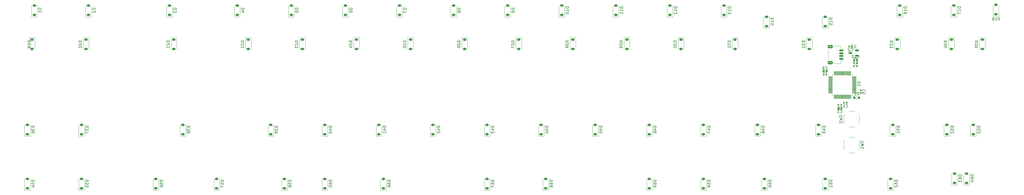
<source format=gbr>
%TF.GenerationSoftware,KiCad,Pcbnew,7.0.7*%
%TF.CreationDate,2024-05-14T18:11:23-06:00*%
%TF.ProjectId,spell,7370656c-6c2e-46b6-9963-61645f706362,rev?*%
%TF.SameCoordinates,Original*%
%TF.FileFunction,Legend,Bot*%
%TF.FilePolarity,Positive*%
%FSLAX46Y46*%
G04 Gerber Fmt 4.6, Leading zero omitted, Abs format (unit mm)*
G04 Created by KiCad (PCBNEW 7.0.7) date 2024-05-14 18:11:23*
%MOMM*%
%LPD*%
G01*
G04 APERTURE LIST*
G04 Aperture macros list*
%AMRoundRect*
0 Rectangle with rounded corners*
0 $1 Rounding radius*
0 $2 $3 $4 $5 $6 $7 $8 $9 X,Y pos of 4 corners*
0 Add a 4 corners polygon primitive as box body*
4,1,4,$2,$3,$4,$5,$6,$7,$8,$9,$2,$3,0*
0 Add four circle primitives for the rounded corners*
1,1,$1+$1,$2,$3*
1,1,$1+$1,$4,$5*
1,1,$1+$1,$6,$7*
1,1,$1+$1,$8,$9*
0 Add four rect primitives between the rounded corners*
20,1,$1+$1,$2,$3,$4,$5,0*
20,1,$1+$1,$4,$5,$6,$7,0*
20,1,$1+$1,$6,$7,$8,$9,0*
20,1,$1+$1,$8,$9,$2,$3,0*%
G04 Aperture macros list end*
%ADD10C,0.150000*%
%ADD11C,0.120000*%
%ADD12C,2.300000*%
%ADD13C,1.750000*%
%ADD14C,3.987800*%
%ADD15C,3.048000*%
%ADD16RoundRect,0.225000X0.375000X-0.225000X0.375000X0.225000X-0.375000X0.225000X-0.375000X-0.225000X0*%
%ADD17RoundRect,0.225000X-0.375000X0.225000X-0.375000X-0.225000X0.375000X-0.225000X0.375000X0.225000X0*%
%ADD18RoundRect,0.140000X0.140000X0.170000X-0.140000X0.170000X-0.140000X-0.170000X0.140000X-0.170000X0*%
%ADD19R,1.000000X1.700000*%
%ADD20RoundRect,0.150000X0.512500X0.150000X-0.512500X0.150000X-0.512500X-0.150000X0.512500X-0.150000X0*%
%ADD21RoundRect,0.075000X0.075000X-0.662500X0.075000X0.662500X-0.075000X0.662500X-0.075000X-0.662500X0*%
%ADD22RoundRect,0.075000X0.662500X-0.075000X0.662500X0.075000X-0.662500X0.075000X-0.662500X-0.075000X0*%
%ADD23RoundRect,0.140000X-0.140000X-0.170000X0.140000X-0.170000X0.140000X0.170000X-0.140000X0.170000X0*%
%ADD24RoundRect,0.250000X0.650000X-0.350000X0.650000X0.350000X-0.650000X0.350000X-0.650000X-0.350000X0*%
%ADD25RoundRect,0.150000X0.625000X-0.150000X0.625000X0.150000X-0.625000X0.150000X-0.625000X-0.150000X0*%
%ADD26RoundRect,0.140000X0.170000X-0.140000X0.170000X0.140000X-0.170000X0.140000X-0.170000X-0.140000X0*%
%ADD27RoundRect,0.200000X0.200000X0.275000X-0.200000X0.275000X-0.200000X-0.275000X0.200000X-0.275000X0*%
G04 APERTURE END LIST*
D10*
X123361233Y-36880655D02*
X122361233Y-36880655D01*
X122361233Y-36880655D02*
X122361233Y-37118750D01*
X122361233Y-37118750D02*
X122408852Y-37261607D01*
X122408852Y-37261607D02*
X122504090Y-37356845D01*
X122504090Y-37356845D02*
X122599328Y-37404464D01*
X122599328Y-37404464D02*
X122789804Y-37452083D01*
X122789804Y-37452083D02*
X122932661Y-37452083D01*
X122932661Y-37452083D02*
X123123137Y-37404464D01*
X123123137Y-37404464D02*
X123218375Y-37356845D01*
X123218375Y-37356845D02*
X123313614Y-37261607D01*
X123313614Y-37261607D02*
X123361233Y-37118750D01*
X123361233Y-37118750D02*
X123361233Y-36880655D01*
X122694566Y-38309226D02*
X123361233Y-38309226D01*
X122313614Y-38071131D02*
X123027899Y-37833036D01*
X123027899Y-37833036D02*
X123027899Y-38452083D01*
X66121233Y-48360714D02*
X65121233Y-48360714D01*
X65121233Y-48360714D02*
X65121233Y-48598809D01*
X65121233Y-48598809D02*
X65168852Y-48741666D01*
X65168852Y-48741666D02*
X65264090Y-48836904D01*
X65264090Y-48836904D02*
X65359328Y-48884523D01*
X65359328Y-48884523D02*
X65549804Y-48932142D01*
X65549804Y-48932142D02*
X65692661Y-48932142D01*
X65692661Y-48932142D02*
X65883137Y-48884523D01*
X65883137Y-48884523D02*
X65978375Y-48836904D01*
X65978375Y-48836904D02*
X66073614Y-48741666D01*
X66073614Y-48741666D02*
X66121233Y-48598809D01*
X66121233Y-48598809D02*
X66121233Y-48360714D01*
X65216471Y-49313095D02*
X65168852Y-49360714D01*
X65168852Y-49360714D02*
X65121233Y-49455952D01*
X65121233Y-49455952D02*
X65121233Y-49694047D01*
X65121233Y-49694047D02*
X65168852Y-49789285D01*
X65168852Y-49789285D02*
X65216471Y-49836904D01*
X65216471Y-49836904D02*
X65311709Y-49884523D01*
X65311709Y-49884523D02*
X65406947Y-49884523D01*
X65406947Y-49884523D02*
X65549804Y-49836904D01*
X65549804Y-49836904D02*
X66121233Y-49265476D01*
X66121233Y-49265476D02*
X66121233Y-49884523D01*
X65121233Y-50503571D02*
X65121233Y-50598809D01*
X65121233Y-50598809D02*
X65168852Y-50694047D01*
X65168852Y-50694047D02*
X65216471Y-50741666D01*
X65216471Y-50741666D02*
X65311709Y-50789285D01*
X65311709Y-50789285D02*
X65502185Y-50836904D01*
X65502185Y-50836904D02*
X65740280Y-50836904D01*
X65740280Y-50836904D02*
X65930756Y-50789285D01*
X65930756Y-50789285D02*
X66025994Y-50741666D01*
X66025994Y-50741666D02*
X66073614Y-50694047D01*
X66073614Y-50694047D02*
X66121233Y-50598809D01*
X66121233Y-50598809D02*
X66121233Y-50503571D01*
X66121233Y-50503571D02*
X66073614Y-50408333D01*
X66073614Y-50408333D02*
X66025994Y-50360714D01*
X66025994Y-50360714D02*
X65930756Y-50313095D01*
X65930756Y-50313095D02*
X65740280Y-50265476D01*
X65740280Y-50265476D02*
X65502185Y-50265476D01*
X65502185Y-50265476D02*
X65311709Y-50313095D01*
X65311709Y-50313095D02*
X65216471Y-50360714D01*
X65216471Y-50360714D02*
X65168852Y-50408333D01*
X65168852Y-50408333D02*
X65121233Y-50503571D01*
X328089983Y-78419464D02*
X327089983Y-78419464D01*
X327089983Y-78419464D02*
X327089983Y-78657559D01*
X327089983Y-78657559D02*
X327137602Y-78800416D01*
X327137602Y-78800416D02*
X327232840Y-78895654D01*
X327232840Y-78895654D02*
X327328078Y-78943273D01*
X327328078Y-78943273D02*
X327518554Y-78990892D01*
X327518554Y-78990892D02*
X327661411Y-78990892D01*
X327661411Y-78990892D02*
X327851887Y-78943273D01*
X327851887Y-78943273D02*
X327947125Y-78895654D01*
X327947125Y-78895654D02*
X328042364Y-78800416D01*
X328042364Y-78800416D02*
X328089983Y-78657559D01*
X328089983Y-78657559D02*
X328089983Y-78419464D01*
X327423316Y-79848035D02*
X328089983Y-79848035D01*
X327042364Y-79609940D02*
X327756649Y-79371845D01*
X327756649Y-79371845D02*
X327756649Y-79990892D01*
X328089983Y-80419464D02*
X328089983Y-80609940D01*
X328089983Y-80609940D02*
X328042364Y-80705178D01*
X328042364Y-80705178D02*
X327994744Y-80752797D01*
X327994744Y-80752797D02*
X327851887Y-80848035D01*
X327851887Y-80848035D02*
X327661411Y-80895654D01*
X327661411Y-80895654D02*
X327280459Y-80895654D01*
X327280459Y-80895654D02*
X327185221Y-80848035D01*
X327185221Y-80848035D02*
X327137602Y-80800416D01*
X327137602Y-80800416D02*
X327089983Y-80705178D01*
X327089983Y-80705178D02*
X327089983Y-80514702D01*
X327089983Y-80514702D02*
X327137602Y-80419464D01*
X327137602Y-80419464D02*
X327185221Y-80371845D01*
X327185221Y-80371845D02*
X327280459Y-80324226D01*
X327280459Y-80324226D02*
X327518554Y-80324226D01*
X327518554Y-80324226D02*
X327613792Y-80371845D01*
X327613792Y-80371845D02*
X327661411Y-80419464D01*
X327661411Y-80419464D02*
X327709030Y-80514702D01*
X327709030Y-80514702D02*
X327709030Y-80705178D01*
X327709030Y-80705178D02*
X327661411Y-80800416D01*
X327661411Y-80800416D02*
X327613792Y-80848035D01*
X327613792Y-80848035D02*
X327518554Y-80895654D01*
X211408733Y-97469464D02*
X210408733Y-97469464D01*
X210408733Y-97469464D02*
X210408733Y-97707559D01*
X210408733Y-97707559D02*
X210456352Y-97850416D01*
X210456352Y-97850416D02*
X210551590Y-97945654D01*
X210551590Y-97945654D02*
X210646828Y-97993273D01*
X210646828Y-97993273D02*
X210837304Y-98040892D01*
X210837304Y-98040892D02*
X210980161Y-98040892D01*
X210980161Y-98040892D02*
X211170637Y-97993273D01*
X211170637Y-97993273D02*
X211265875Y-97945654D01*
X211265875Y-97945654D02*
X211361114Y-97850416D01*
X211361114Y-97850416D02*
X211408733Y-97707559D01*
X211408733Y-97707559D02*
X211408733Y-97469464D01*
X210408733Y-98898035D02*
X210408733Y-98707559D01*
X210408733Y-98707559D02*
X210456352Y-98612321D01*
X210456352Y-98612321D02*
X210503971Y-98564702D01*
X210503971Y-98564702D02*
X210646828Y-98469464D01*
X210646828Y-98469464D02*
X210837304Y-98421845D01*
X210837304Y-98421845D02*
X211218256Y-98421845D01*
X211218256Y-98421845D02*
X211313494Y-98469464D01*
X211313494Y-98469464D02*
X211361114Y-98517083D01*
X211361114Y-98517083D02*
X211408733Y-98612321D01*
X211408733Y-98612321D02*
X211408733Y-98802797D01*
X211408733Y-98802797D02*
X211361114Y-98898035D01*
X211361114Y-98898035D02*
X211313494Y-98945654D01*
X211313494Y-98945654D02*
X211218256Y-98993273D01*
X211218256Y-98993273D02*
X210980161Y-98993273D01*
X210980161Y-98993273D02*
X210884923Y-98945654D01*
X210884923Y-98945654D02*
X210837304Y-98898035D01*
X210837304Y-98898035D02*
X210789685Y-98802797D01*
X210789685Y-98802797D02*
X210789685Y-98612321D01*
X210789685Y-98612321D02*
X210837304Y-98517083D01*
X210837304Y-98517083D02*
X210884923Y-98469464D01*
X210884923Y-98469464D02*
X210980161Y-98421845D01*
X210408733Y-99326607D02*
X210408733Y-99993273D01*
X210408733Y-99993273D02*
X211408733Y-99564702D01*
X135208733Y-78419464D02*
X134208733Y-78419464D01*
X134208733Y-78419464D02*
X134208733Y-78657559D01*
X134208733Y-78657559D02*
X134256352Y-78800416D01*
X134256352Y-78800416D02*
X134351590Y-78895654D01*
X134351590Y-78895654D02*
X134446828Y-78943273D01*
X134446828Y-78943273D02*
X134637304Y-78990892D01*
X134637304Y-78990892D02*
X134780161Y-78990892D01*
X134780161Y-78990892D02*
X134970637Y-78943273D01*
X134970637Y-78943273D02*
X135065875Y-78895654D01*
X135065875Y-78895654D02*
X135161114Y-78800416D01*
X135161114Y-78800416D02*
X135208733Y-78657559D01*
X135208733Y-78657559D02*
X135208733Y-78419464D01*
X134208733Y-79324226D02*
X134208733Y-79943273D01*
X134208733Y-79943273D02*
X134589685Y-79609940D01*
X134589685Y-79609940D02*
X134589685Y-79752797D01*
X134589685Y-79752797D02*
X134637304Y-79848035D01*
X134637304Y-79848035D02*
X134684923Y-79895654D01*
X134684923Y-79895654D02*
X134780161Y-79943273D01*
X134780161Y-79943273D02*
X135018256Y-79943273D01*
X135018256Y-79943273D02*
X135113494Y-79895654D01*
X135113494Y-79895654D02*
X135161114Y-79848035D01*
X135161114Y-79848035D02*
X135208733Y-79752797D01*
X135208733Y-79752797D02*
X135208733Y-79467083D01*
X135208733Y-79467083D02*
X135161114Y-79371845D01*
X135161114Y-79371845D02*
X135113494Y-79324226D01*
X135208733Y-80419464D02*
X135208733Y-80609940D01*
X135208733Y-80609940D02*
X135161114Y-80705178D01*
X135161114Y-80705178D02*
X135113494Y-80752797D01*
X135113494Y-80752797D02*
X134970637Y-80848035D01*
X134970637Y-80848035D02*
X134780161Y-80895654D01*
X134780161Y-80895654D02*
X134399209Y-80895654D01*
X134399209Y-80895654D02*
X134303971Y-80848035D01*
X134303971Y-80848035D02*
X134256352Y-80800416D01*
X134256352Y-80800416D02*
X134208733Y-80705178D01*
X134208733Y-80705178D02*
X134208733Y-80514702D01*
X134208733Y-80514702D02*
X134256352Y-80419464D01*
X134256352Y-80419464D02*
X134303971Y-80371845D01*
X134303971Y-80371845D02*
X134399209Y-80324226D01*
X134399209Y-80324226D02*
X134637304Y-80324226D01*
X134637304Y-80324226D02*
X134732542Y-80371845D01*
X134732542Y-80371845D02*
X134780161Y-80419464D01*
X134780161Y-80419464D02*
X134827780Y-80514702D01*
X134827780Y-80514702D02*
X134827780Y-80705178D01*
X134827780Y-80705178D02*
X134780161Y-80800416D01*
X134780161Y-80800416D02*
X134732542Y-80848035D01*
X134732542Y-80848035D02*
X134637304Y-80895654D01*
X351871233Y-48360714D02*
X350871233Y-48360714D01*
X350871233Y-48360714D02*
X350871233Y-48598809D01*
X350871233Y-48598809D02*
X350918852Y-48741666D01*
X350918852Y-48741666D02*
X351014090Y-48836904D01*
X351014090Y-48836904D02*
X351109328Y-48884523D01*
X351109328Y-48884523D02*
X351299804Y-48932142D01*
X351299804Y-48932142D02*
X351442661Y-48932142D01*
X351442661Y-48932142D02*
X351633137Y-48884523D01*
X351633137Y-48884523D02*
X351728375Y-48836904D01*
X351728375Y-48836904D02*
X351823614Y-48741666D01*
X351823614Y-48741666D02*
X351871233Y-48598809D01*
X351871233Y-48598809D02*
X351871233Y-48360714D01*
X350871233Y-49265476D02*
X350871233Y-49884523D01*
X350871233Y-49884523D02*
X351252185Y-49551190D01*
X351252185Y-49551190D02*
X351252185Y-49694047D01*
X351252185Y-49694047D02*
X351299804Y-49789285D01*
X351299804Y-49789285D02*
X351347423Y-49836904D01*
X351347423Y-49836904D02*
X351442661Y-49884523D01*
X351442661Y-49884523D02*
X351680756Y-49884523D01*
X351680756Y-49884523D02*
X351775994Y-49836904D01*
X351775994Y-49836904D02*
X351823614Y-49789285D01*
X351823614Y-49789285D02*
X351871233Y-49694047D01*
X351871233Y-49694047D02*
X351871233Y-49408333D01*
X351871233Y-49408333D02*
X351823614Y-49313095D01*
X351823614Y-49313095D02*
X351775994Y-49265476D01*
X350871233Y-50217857D02*
X350871233Y-50836904D01*
X350871233Y-50836904D02*
X351252185Y-50503571D01*
X351252185Y-50503571D02*
X351252185Y-50646428D01*
X351252185Y-50646428D02*
X351299804Y-50741666D01*
X351299804Y-50741666D02*
X351347423Y-50789285D01*
X351347423Y-50789285D02*
X351442661Y-50836904D01*
X351442661Y-50836904D02*
X351680756Y-50836904D01*
X351680756Y-50836904D02*
X351775994Y-50789285D01*
X351775994Y-50789285D02*
X351823614Y-50741666D01*
X351823614Y-50741666D02*
X351871233Y-50646428D01*
X351871233Y-50646428D02*
X351871233Y-50360714D01*
X351871233Y-50360714D02*
X351823614Y-50265476D01*
X351823614Y-50265476D02*
X351775994Y-50217857D01*
X139971233Y-97469464D02*
X138971233Y-97469464D01*
X138971233Y-97469464D02*
X138971233Y-97707559D01*
X138971233Y-97707559D02*
X139018852Y-97850416D01*
X139018852Y-97850416D02*
X139114090Y-97945654D01*
X139114090Y-97945654D02*
X139209328Y-97993273D01*
X139209328Y-97993273D02*
X139399804Y-98040892D01*
X139399804Y-98040892D02*
X139542661Y-98040892D01*
X139542661Y-98040892D02*
X139733137Y-97993273D01*
X139733137Y-97993273D02*
X139828375Y-97945654D01*
X139828375Y-97945654D02*
X139923614Y-97850416D01*
X139923614Y-97850416D02*
X139971233Y-97707559D01*
X139971233Y-97707559D02*
X139971233Y-97469464D01*
X138971233Y-98945654D02*
X138971233Y-98469464D01*
X138971233Y-98469464D02*
X139447423Y-98421845D01*
X139447423Y-98421845D02*
X139399804Y-98469464D01*
X139399804Y-98469464D02*
X139352185Y-98564702D01*
X139352185Y-98564702D02*
X139352185Y-98802797D01*
X139352185Y-98802797D02*
X139399804Y-98898035D01*
X139399804Y-98898035D02*
X139447423Y-98945654D01*
X139447423Y-98945654D02*
X139542661Y-98993273D01*
X139542661Y-98993273D02*
X139780756Y-98993273D01*
X139780756Y-98993273D02*
X139875994Y-98945654D01*
X139875994Y-98945654D02*
X139923614Y-98898035D01*
X139923614Y-98898035D02*
X139971233Y-98802797D01*
X139971233Y-98802797D02*
X139971233Y-98564702D01*
X139971233Y-98564702D02*
X139923614Y-98469464D01*
X139923614Y-98469464D02*
X139875994Y-98421845D01*
X139399804Y-99564702D02*
X139352185Y-99469464D01*
X139352185Y-99469464D02*
X139304566Y-99421845D01*
X139304566Y-99421845D02*
X139209328Y-99374226D01*
X139209328Y-99374226D02*
X139161709Y-99374226D01*
X139161709Y-99374226D02*
X139066471Y-99421845D01*
X139066471Y-99421845D02*
X139018852Y-99469464D01*
X139018852Y-99469464D02*
X138971233Y-99564702D01*
X138971233Y-99564702D02*
X138971233Y-99755178D01*
X138971233Y-99755178D02*
X139018852Y-99850416D01*
X139018852Y-99850416D02*
X139066471Y-99898035D01*
X139066471Y-99898035D02*
X139161709Y-99945654D01*
X139161709Y-99945654D02*
X139209328Y-99945654D01*
X139209328Y-99945654D02*
X139304566Y-99898035D01*
X139304566Y-99898035D02*
X139352185Y-99850416D01*
X139352185Y-99850416D02*
X139399804Y-99755178D01*
X139399804Y-99755178D02*
X139399804Y-99564702D01*
X139399804Y-99564702D02*
X139447423Y-99469464D01*
X139447423Y-99469464D02*
X139495042Y-99421845D01*
X139495042Y-99421845D02*
X139590280Y-99374226D01*
X139590280Y-99374226D02*
X139780756Y-99374226D01*
X139780756Y-99374226D02*
X139875994Y-99421845D01*
X139875994Y-99421845D02*
X139923614Y-99469464D01*
X139923614Y-99469464D02*
X139971233Y-99564702D01*
X139971233Y-99564702D02*
X139971233Y-99755178D01*
X139971233Y-99755178D02*
X139923614Y-99850416D01*
X139923614Y-99850416D02*
X139875994Y-99898035D01*
X139875994Y-99898035D02*
X139780756Y-99945654D01*
X139780756Y-99945654D02*
X139590280Y-99945654D01*
X139590280Y-99945654D02*
X139495042Y-99898035D01*
X139495042Y-99898035D02*
X139447423Y-99850416D01*
X139447423Y-99850416D02*
X139399804Y-99755178D01*
X306658733Y-78419464D02*
X305658733Y-78419464D01*
X305658733Y-78419464D02*
X305658733Y-78657559D01*
X305658733Y-78657559D02*
X305706352Y-78800416D01*
X305706352Y-78800416D02*
X305801590Y-78895654D01*
X305801590Y-78895654D02*
X305896828Y-78943273D01*
X305896828Y-78943273D02*
X306087304Y-78990892D01*
X306087304Y-78990892D02*
X306230161Y-78990892D01*
X306230161Y-78990892D02*
X306420637Y-78943273D01*
X306420637Y-78943273D02*
X306515875Y-78895654D01*
X306515875Y-78895654D02*
X306611114Y-78800416D01*
X306611114Y-78800416D02*
X306658733Y-78657559D01*
X306658733Y-78657559D02*
X306658733Y-78419464D01*
X305992066Y-79848035D02*
X306658733Y-79848035D01*
X305611114Y-79609940D02*
X306325399Y-79371845D01*
X306325399Y-79371845D02*
X306325399Y-79990892D01*
X306087304Y-80514702D02*
X306039685Y-80419464D01*
X306039685Y-80419464D02*
X305992066Y-80371845D01*
X305992066Y-80371845D02*
X305896828Y-80324226D01*
X305896828Y-80324226D02*
X305849209Y-80324226D01*
X305849209Y-80324226D02*
X305753971Y-80371845D01*
X305753971Y-80371845D02*
X305706352Y-80419464D01*
X305706352Y-80419464D02*
X305658733Y-80514702D01*
X305658733Y-80514702D02*
X305658733Y-80705178D01*
X305658733Y-80705178D02*
X305706352Y-80800416D01*
X305706352Y-80800416D02*
X305753971Y-80848035D01*
X305753971Y-80848035D02*
X305849209Y-80895654D01*
X305849209Y-80895654D02*
X305896828Y-80895654D01*
X305896828Y-80895654D02*
X305992066Y-80848035D01*
X305992066Y-80848035D02*
X306039685Y-80800416D01*
X306039685Y-80800416D02*
X306087304Y-80705178D01*
X306087304Y-80705178D02*
X306087304Y-80514702D01*
X306087304Y-80514702D02*
X306134923Y-80419464D01*
X306134923Y-80419464D02*
X306182542Y-80371845D01*
X306182542Y-80371845D02*
X306277780Y-80324226D01*
X306277780Y-80324226D02*
X306468256Y-80324226D01*
X306468256Y-80324226D02*
X306563494Y-80371845D01*
X306563494Y-80371845D02*
X306611114Y-80419464D01*
X306611114Y-80419464D02*
X306658733Y-80514702D01*
X306658733Y-80514702D02*
X306658733Y-80705178D01*
X306658733Y-80705178D02*
X306611114Y-80800416D01*
X306611114Y-80800416D02*
X306563494Y-80848035D01*
X306563494Y-80848035D02*
X306468256Y-80895654D01*
X306468256Y-80895654D02*
X306277780Y-80895654D01*
X306277780Y-80895654D02*
X306182542Y-80848035D01*
X306182542Y-80848035D02*
X306134923Y-80800416D01*
X306134923Y-80800416D02*
X306087304Y-80705178D01*
X104252483Y-78419464D02*
X103252483Y-78419464D01*
X103252483Y-78419464D02*
X103252483Y-78657559D01*
X103252483Y-78657559D02*
X103300102Y-78800416D01*
X103300102Y-78800416D02*
X103395340Y-78895654D01*
X103395340Y-78895654D02*
X103490578Y-78943273D01*
X103490578Y-78943273D02*
X103681054Y-78990892D01*
X103681054Y-78990892D02*
X103823911Y-78990892D01*
X103823911Y-78990892D02*
X104014387Y-78943273D01*
X104014387Y-78943273D02*
X104109625Y-78895654D01*
X104109625Y-78895654D02*
X104204864Y-78800416D01*
X104204864Y-78800416D02*
X104252483Y-78657559D01*
X104252483Y-78657559D02*
X104252483Y-78419464D01*
X103252483Y-79324226D02*
X103252483Y-79943273D01*
X103252483Y-79943273D02*
X103633435Y-79609940D01*
X103633435Y-79609940D02*
X103633435Y-79752797D01*
X103633435Y-79752797D02*
X103681054Y-79848035D01*
X103681054Y-79848035D02*
X103728673Y-79895654D01*
X103728673Y-79895654D02*
X103823911Y-79943273D01*
X103823911Y-79943273D02*
X104062006Y-79943273D01*
X104062006Y-79943273D02*
X104157244Y-79895654D01*
X104157244Y-79895654D02*
X104204864Y-79848035D01*
X104204864Y-79848035D02*
X104252483Y-79752797D01*
X104252483Y-79752797D02*
X104252483Y-79467083D01*
X104252483Y-79467083D02*
X104204864Y-79371845D01*
X104204864Y-79371845D02*
X104157244Y-79324226D01*
X103681054Y-80514702D02*
X103633435Y-80419464D01*
X103633435Y-80419464D02*
X103585816Y-80371845D01*
X103585816Y-80371845D02*
X103490578Y-80324226D01*
X103490578Y-80324226D02*
X103442959Y-80324226D01*
X103442959Y-80324226D02*
X103347721Y-80371845D01*
X103347721Y-80371845D02*
X103300102Y-80419464D01*
X103300102Y-80419464D02*
X103252483Y-80514702D01*
X103252483Y-80514702D02*
X103252483Y-80705178D01*
X103252483Y-80705178D02*
X103300102Y-80800416D01*
X103300102Y-80800416D02*
X103347721Y-80848035D01*
X103347721Y-80848035D02*
X103442959Y-80895654D01*
X103442959Y-80895654D02*
X103490578Y-80895654D01*
X103490578Y-80895654D02*
X103585816Y-80848035D01*
X103585816Y-80848035D02*
X103633435Y-80800416D01*
X103633435Y-80800416D02*
X103681054Y-80705178D01*
X103681054Y-80705178D02*
X103681054Y-80514702D01*
X103681054Y-80514702D02*
X103728673Y-80419464D01*
X103728673Y-80419464D02*
X103776292Y-80371845D01*
X103776292Y-80371845D02*
X103871530Y-80324226D01*
X103871530Y-80324226D02*
X104062006Y-80324226D01*
X104062006Y-80324226D02*
X104157244Y-80371845D01*
X104157244Y-80371845D02*
X104204864Y-80419464D01*
X104204864Y-80419464D02*
X104252483Y-80514702D01*
X104252483Y-80514702D02*
X104252483Y-80705178D01*
X104252483Y-80705178D02*
X104204864Y-80800416D01*
X104204864Y-80800416D02*
X104157244Y-80848035D01*
X104157244Y-80848035D02*
X104062006Y-80895654D01*
X104062006Y-80895654D02*
X103871530Y-80895654D01*
X103871530Y-80895654D02*
X103776292Y-80848035D01*
X103776292Y-80848035D02*
X103728673Y-80800416D01*
X103728673Y-80800416D02*
X103681054Y-80705178D01*
X199471233Y-48360714D02*
X198471233Y-48360714D01*
X198471233Y-48360714D02*
X198471233Y-48598809D01*
X198471233Y-48598809D02*
X198518852Y-48741666D01*
X198518852Y-48741666D02*
X198614090Y-48836904D01*
X198614090Y-48836904D02*
X198709328Y-48884523D01*
X198709328Y-48884523D02*
X198899804Y-48932142D01*
X198899804Y-48932142D02*
X199042661Y-48932142D01*
X199042661Y-48932142D02*
X199233137Y-48884523D01*
X199233137Y-48884523D02*
X199328375Y-48836904D01*
X199328375Y-48836904D02*
X199423614Y-48741666D01*
X199423614Y-48741666D02*
X199471233Y-48598809D01*
X199471233Y-48598809D02*
X199471233Y-48360714D01*
X198566471Y-49313095D02*
X198518852Y-49360714D01*
X198518852Y-49360714D02*
X198471233Y-49455952D01*
X198471233Y-49455952D02*
X198471233Y-49694047D01*
X198471233Y-49694047D02*
X198518852Y-49789285D01*
X198518852Y-49789285D02*
X198566471Y-49836904D01*
X198566471Y-49836904D02*
X198661709Y-49884523D01*
X198661709Y-49884523D02*
X198756947Y-49884523D01*
X198756947Y-49884523D02*
X198899804Y-49836904D01*
X198899804Y-49836904D02*
X199471233Y-49265476D01*
X199471233Y-49265476D02*
X199471233Y-49884523D01*
X198471233Y-50741666D02*
X198471233Y-50551190D01*
X198471233Y-50551190D02*
X198518852Y-50455952D01*
X198518852Y-50455952D02*
X198566471Y-50408333D01*
X198566471Y-50408333D02*
X198709328Y-50313095D01*
X198709328Y-50313095D02*
X198899804Y-50265476D01*
X198899804Y-50265476D02*
X199280756Y-50265476D01*
X199280756Y-50265476D02*
X199375994Y-50313095D01*
X199375994Y-50313095D02*
X199423614Y-50360714D01*
X199423614Y-50360714D02*
X199471233Y-50455952D01*
X199471233Y-50455952D02*
X199471233Y-50646428D01*
X199471233Y-50646428D02*
X199423614Y-50741666D01*
X199423614Y-50741666D02*
X199375994Y-50789285D01*
X199375994Y-50789285D02*
X199280756Y-50836904D01*
X199280756Y-50836904D02*
X199042661Y-50836904D01*
X199042661Y-50836904D02*
X198947423Y-50789285D01*
X198947423Y-50789285D02*
X198899804Y-50741666D01*
X198899804Y-50741666D02*
X198852185Y-50646428D01*
X198852185Y-50646428D02*
X198852185Y-50455952D01*
X198852185Y-50455952D02*
X198899804Y-50360714D01*
X198899804Y-50360714D02*
X198947423Y-50313095D01*
X198947423Y-50313095D02*
X199042661Y-50265476D01*
X309039983Y-97469464D02*
X308039983Y-97469464D01*
X308039983Y-97469464D02*
X308039983Y-97707559D01*
X308039983Y-97707559D02*
X308087602Y-97850416D01*
X308087602Y-97850416D02*
X308182840Y-97945654D01*
X308182840Y-97945654D02*
X308278078Y-97993273D01*
X308278078Y-97993273D02*
X308468554Y-98040892D01*
X308468554Y-98040892D02*
X308611411Y-98040892D01*
X308611411Y-98040892D02*
X308801887Y-97993273D01*
X308801887Y-97993273D02*
X308897125Y-97945654D01*
X308897125Y-97945654D02*
X308992364Y-97850416D01*
X308992364Y-97850416D02*
X309039983Y-97707559D01*
X309039983Y-97707559D02*
X309039983Y-97469464D01*
X308039983Y-98898035D02*
X308039983Y-98707559D01*
X308039983Y-98707559D02*
X308087602Y-98612321D01*
X308087602Y-98612321D02*
X308135221Y-98564702D01*
X308135221Y-98564702D02*
X308278078Y-98469464D01*
X308278078Y-98469464D02*
X308468554Y-98421845D01*
X308468554Y-98421845D02*
X308849506Y-98421845D01*
X308849506Y-98421845D02*
X308944744Y-98469464D01*
X308944744Y-98469464D02*
X308992364Y-98517083D01*
X308992364Y-98517083D02*
X309039983Y-98612321D01*
X309039983Y-98612321D02*
X309039983Y-98802797D01*
X309039983Y-98802797D02*
X308992364Y-98898035D01*
X308992364Y-98898035D02*
X308944744Y-98945654D01*
X308944744Y-98945654D02*
X308849506Y-98993273D01*
X308849506Y-98993273D02*
X308611411Y-98993273D01*
X308611411Y-98993273D02*
X308516173Y-98945654D01*
X308516173Y-98945654D02*
X308468554Y-98898035D01*
X308468554Y-98898035D02*
X308420935Y-98802797D01*
X308420935Y-98802797D02*
X308420935Y-98612321D01*
X308420935Y-98612321D02*
X308468554Y-98517083D01*
X308468554Y-98517083D02*
X308516173Y-98469464D01*
X308516173Y-98469464D02*
X308611411Y-98421845D01*
X308039983Y-99612321D02*
X308039983Y-99707559D01*
X308039983Y-99707559D02*
X308087602Y-99802797D01*
X308087602Y-99802797D02*
X308135221Y-99850416D01*
X308135221Y-99850416D02*
X308230459Y-99898035D01*
X308230459Y-99898035D02*
X308420935Y-99945654D01*
X308420935Y-99945654D02*
X308659030Y-99945654D01*
X308659030Y-99945654D02*
X308849506Y-99898035D01*
X308849506Y-99898035D02*
X308944744Y-99850416D01*
X308944744Y-99850416D02*
X308992364Y-99802797D01*
X308992364Y-99802797D02*
X309039983Y-99707559D01*
X309039983Y-99707559D02*
X309039983Y-99612321D01*
X309039983Y-99612321D02*
X308992364Y-99517083D01*
X308992364Y-99517083D02*
X308944744Y-99469464D01*
X308944744Y-99469464D02*
X308849506Y-99421845D01*
X308849506Y-99421845D02*
X308659030Y-99374226D01*
X308659030Y-99374226D02*
X308420935Y-99374226D01*
X308420935Y-99374226D02*
X308230459Y-99421845D01*
X308230459Y-99421845D02*
X308135221Y-99469464D01*
X308135221Y-99469464D02*
X308087602Y-99517083D01*
X308087602Y-99517083D02*
X308039983Y-99612321D01*
X249508733Y-78419464D02*
X248508733Y-78419464D01*
X248508733Y-78419464D02*
X248508733Y-78657559D01*
X248508733Y-78657559D02*
X248556352Y-78800416D01*
X248556352Y-78800416D02*
X248651590Y-78895654D01*
X248651590Y-78895654D02*
X248746828Y-78943273D01*
X248746828Y-78943273D02*
X248937304Y-78990892D01*
X248937304Y-78990892D02*
X249080161Y-78990892D01*
X249080161Y-78990892D02*
X249270637Y-78943273D01*
X249270637Y-78943273D02*
X249365875Y-78895654D01*
X249365875Y-78895654D02*
X249461114Y-78800416D01*
X249461114Y-78800416D02*
X249508733Y-78657559D01*
X249508733Y-78657559D02*
X249508733Y-78419464D01*
X248842066Y-79848035D02*
X249508733Y-79848035D01*
X248461114Y-79609940D02*
X249175399Y-79371845D01*
X249175399Y-79371845D02*
X249175399Y-79990892D01*
X248508733Y-80848035D02*
X248508733Y-80371845D01*
X248508733Y-80371845D02*
X248984923Y-80324226D01*
X248984923Y-80324226D02*
X248937304Y-80371845D01*
X248937304Y-80371845D02*
X248889685Y-80467083D01*
X248889685Y-80467083D02*
X248889685Y-80705178D01*
X248889685Y-80705178D02*
X248937304Y-80800416D01*
X248937304Y-80800416D02*
X248984923Y-80848035D01*
X248984923Y-80848035D02*
X249080161Y-80895654D01*
X249080161Y-80895654D02*
X249318256Y-80895654D01*
X249318256Y-80895654D02*
X249413494Y-80848035D01*
X249413494Y-80848035D02*
X249461114Y-80800416D01*
X249461114Y-80800416D02*
X249508733Y-80705178D01*
X249508733Y-80705178D02*
X249508733Y-80467083D01*
X249508733Y-80467083D02*
X249461114Y-80371845D01*
X249461114Y-80371845D02*
X249413494Y-80324226D01*
X268558733Y-78419464D02*
X267558733Y-78419464D01*
X267558733Y-78419464D02*
X267558733Y-78657559D01*
X267558733Y-78657559D02*
X267606352Y-78800416D01*
X267606352Y-78800416D02*
X267701590Y-78895654D01*
X267701590Y-78895654D02*
X267796828Y-78943273D01*
X267796828Y-78943273D02*
X267987304Y-78990892D01*
X267987304Y-78990892D02*
X268130161Y-78990892D01*
X268130161Y-78990892D02*
X268320637Y-78943273D01*
X268320637Y-78943273D02*
X268415875Y-78895654D01*
X268415875Y-78895654D02*
X268511114Y-78800416D01*
X268511114Y-78800416D02*
X268558733Y-78657559D01*
X268558733Y-78657559D02*
X268558733Y-78419464D01*
X267892066Y-79848035D02*
X268558733Y-79848035D01*
X267511114Y-79609940D02*
X268225399Y-79371845D01*
X268225399Y-79371845D02*
X268225399Y-79990892D01*
X267558733Y-80800416D02*
X267558733Y-80609940D01*
X267558733Y-80609940D02*
X267606352Y-80514702D01*
X267606352Y-80514702D02*
X267653971Y-80467083D01*
X267653971Y-80467083D02*
X267796828Y-80371845D01*
X267796828Y-80371845D02*
X267987304Y-80324226D01*
X267987304Y-80324226D02*
X268368256Y-80324226D01*
X268368256Y-80324226D02*
X268463494Y-80371845D01*
X268463494Y-80371845D02*
X268511114Y-80419464D01*
X268511114Y-80419464D02*
X268558733Y-80514702D01*
X268558733Y-80514702D02*
X268558733Y-80705178D01*
X268558733Y-80705178D02*
X268511114Y-80800416D01*
X268511114Y-80800416D02*
X268463494Y-80848035D01*
X268463494Y-80848035D02*
X268368256Y-80895654D01*
X268368256Y-80895654D02*
X268130161Y-80895654D01*
X268130161Y-80895654D02*
X268034923Y-80848035D01*
X268034923Y-80848035D02*
X267987304Y-80800416D01*
X267987304Y-80800416D02*
X267939685Y-80705178D01*
X267939685Y-80705178D02*
X267939685Y-80514702D01*
X267939685Y-80514702D02*
X267987304Y-80419464D01*
X267987304Y-80419464D02*
X268034923Y-80371845D01*
X268034923Y-80371845D02*
X268130161Y-80324226D01*
X338886666Y-55429580D02*
X338934285Y-55477200D01*
X338934285Y-55477200D02*
X339077142Y-55524819D01*
X339077142Y-55524819D02*
X339172380Y-55524819D01*
X339172380Y-55524819D02*
X339315237Y-55477200D01*
X339315237Y-55477200D02*
X339410475Y-55381961D01*
X339410475Y-55381961D02*
X339458094Y-55286723D01*
X339458094Y-55286723D02*
X339505713Y-55096247D01*
X339505713Y-55096247D02*
X339505713Y-54953390D01*
X339505713Y-54953390D02*
X339458094Y-54762914D01*
X339458094Y-54762914D02*
X339410475Y-54667676D01*
X339410475Y-54667676D02*
X339315237Y-54572438D01*
X339315237Y-54572438D02*
X339172380Y-54524819D01*
X339172380Y-54524819D02*
X339077142Y-54524819D01*
X339077142Y-54524819D02*
X338934285Y-54572438D01*
X338934285Y-54572438D02*
X338886666Y-54620057D01*
X338029523Y-54858152D02*
X338029523Y-55524819D01*
X338267618Y-54477200D02*
X338505713Y-55191485D01*
X338505713Y-55191485D02*
X337886666Y-55191485D01*
X373333733Y-78419464D02*
X372333733Y-78419464D01*
X372333733Y-78419464D02*
X372333733Y-78657559D01*
X372333733Y-78657559D02*
X372381352Y-78800416D01*
X372381352Y-78800416D02*
X372476590Y-78895654D01*
X372476590Y-78895654D02*
X372571828Y-78943273D01*
X372571828Y-78943273D02*
X372762304Y-78990892D01*
X372762304Y-78990892D02*
X372905161Y-78990892D01*
X372905161Y-78990892D02*
X373095637Y-78943273D01*
X373095637Y-78943273D02*
X373190875Y-78895654D01*
X373190875Y-78895654D02*
X373286114Y-78800416D01*
X373286114Y-78800416D02*
X373333733Y-78657559D01*
X373333733Y-78657559D02*
X373333733Y-78419464D01*
X372333733Y-79895654D02*
X372333733Y-79419464D01*
X372333733Y-79419464D02*
X372809923Y-79371845D01*
X372809923Y-79371845D02*
X372762304Y-79419464D01*
X372762304Y-79419464D02*
X372714685Y-79514702D01*
X372714685Y-79514702D02*
X372714685Y-79752797D01*
X372714685Y-79752797D02*
X372762304Y-79848035D01*
X372762304Y-79848035D02*
X372809923Y-79895654D01*
X372809923Y-79895654D02*
X372905161Y-79943273D01*
X372905161Y-79943273D02*
X373143256Y-79943273D01*
X373143256Y-79943273D02*
X373238494Y-79895654D01*
X373238494Y-79895654D02*
X373286114Y-79848035D01*
X373286114Y-79848035D02*
X373333733Y-79752797D01*
X373333733Y-79752797D02*
X373333733Y-79514702D01*
X373333733Y-79514702D02*
X373286114Y-79419464D01*
X373286114Y-79419464D02*
X373238494Y-79371845D01*
X372428971Y-80324226D02*
X372381352Y-80371845D01*
X372381352Y-80371845D02*
X372333733Y-80467083D01*
X372333733Y-80467083D02*
X372333733Y-80705178D01*
X372333733Y-80705178D02*
X372381352Y-80800416D01*
X372381352Y-80800416D02*
X372428971Y-80848035D01*
X372428971Y-80848035D02*
X372524209Y-80895654D01*
X372524209Y-80895654D02*
X372619447Y-80895654D01*
X372619447Y-80895654D02*
X372762304Y-80848035D01*
X372762304Y-80848035D02*
X373333733Y-80276607D01*
X373333733Y-80276607D02*
X373333733Y-80895654D01*
X382661069Y-78419464D02*
X381661069Y-78419464D01*
X381661069Y-78419464D02*
X381661069Y-78657559D01*
X381661069Y-78657559D02*
X381708688Y-78800416D01*
X381708688Y-78800416D02*
X381803926Y-78895654D01*
X381803926Y-78895654D02*
X381899164Y-78943273D01*
X381899164Y-78943273D02*
X382089640Y-78990892D01*
X382089640Y-78990892D02*
X382232497Y-78990892D01*
X382232497Y-78990892D02*
X382422973Y-78943273D01*
X382422973Y-78943273D02*
X382518211Y-78895654D01*
X382518211Y-78895654D02*
X382613450Y-78800416D01*
X382613450Y-78800416D02*
X382661069Y-78657559D01*
X382661069Y-78657559D02*
X382661069Y-78419464D01*
X381661069Y-79895654D02*
X381661069Y-79419464D01*
X381661069Y-79419464D02*
X382137259Y-79371845D01*
X382137259Y-79371845D02*
X382089640Y-79419464D01*
X382089640Y-79419464D02*
X382042021Y-79514702D01*
X382042021Y-79514702D02*
X382042021Y-79752797D01*
X382042021Y-79752797D02*
X382089640Y-79848035D01*
X382089640Y-79848035D02*
X382137259Y-79895654D01*
X382137259Y-79895654D02*
X382232497Y-79943273D01*
X382232497Y-79943273D02*
X382470592Y-79943273D01*
X382470592Y-79943273D02*
X382565830Y-79895654D01*
X382565830Y-79895654D02*
X382613450Y-79848035D01*
X382613450Y-79848035D02*
X382661069Y-79752797D01*
X382661069Y-79752797D02*
X382661069Y-79514702D01*
X382661069Y-79514702D02*
X382613450Y-79419464D01*
X382613450Y-79419464D02*
X382565830Y-79371845D01*
X381661069Y-80276607D02*
X381661069Y-80895654D01*
X381661069Y-80895654D02*
X382042021Y-80562321D01*
X382042021Y-80562321D02*
X382042021Y-80705178D01*
X382042021Y-80705178D02*
X382089640Y-80800416D01*
X382089640Y-80800416D02*
X382137259Y-80848035D01*
X382137259Y-80848035D02*
X382232497Y-80895654D01*
X382232497Y-80895654D02*
X382470592Y-80895654D01*
X382470592Y-80895654D02*
X382565830Y-80848035D01*
X382565830Y-80848035D02*
X382613450Y-80800416D01*
X382613450Y-80800416D02*
X382661069Y-80705178D01*
X382661069Y-80705178D02*
X382661069Y-80419464D01*
X382661069Y-80419464D02*
X382613450Y-80324226D01*
X382613450Y-80324226D02*
X382565830Y-80276607D01*
X334002302Y-74649515D02*
X334049921Y-74792372D01*
X334049921Y-74792372D02*
X334049921Y-75030467D01*
X334049921Y-75030467D02*
X334002302Y-75125705D01*
X334002302Y-75125705D02*
X333954682Y-75173324D01*
X333954682Y-75173324D02*
X333859444Y-75220943D01*
X333859444Y-75220943D02*
X333764206Y-75220943D01*
X333764206Y-75220943D02*
X333668968Y-75173324D01*
X333668968Y-75173324D02*
X333621349Y-75125705D01*
X333621349Y-75125705D02*
X333573730Y-75030467D01*
X333573730Y-75030467D02*
X333526111Y-74839991D01*
X333526111Y-74839991D02*
X333478492Y-74744753D01*
X333478492Y-74744753D02*
X333430873Y-74697134D01*
X333430873Y-74697134D02*
X333335635Y-74649515D01*
X333335635Y-74649515D02*
X333240397Y-74649515D01*
X333240397Y-74649515D02*
X333145159Y-74697134D01*
X333145159Y-74697134D02*
X333097540Y-74744753D01*
X333097540Y-74744753D02*
X333049921Y-74839991D01*
X333049921Y-74839991D02*
X333049921Y-75078086D01*
X333049921Y-75078086D02*
X333097540Y-75220943D01*
X333049921Y-75554277D02*
X334049921Y-75792372D01*
X334049921Y-75792372D02*
X333335635Y-75982848D01*
X333335635Y-75982848D02*
X334049921Y-76173324D01*
X334049921Y-76173324D02*
X333049921Y-76411420D01*
X333145159Y-76744753D02*
X333097540Y-76792372D01*
X333097540Y-76792372D02*
X333049921Y-76887610D01*
X333049921Y-76887610D02*
X333049921Y-77125705D01*
X333049921Y-77125705D02*
X333097540Y-77220943D01*
X333097540Y-77220943D02*
X333145159Y-77268562D01*
X333145159Y-77268562D02*
X333240397Y-77316181D01*
X333240397Y-77316181D02*
X333335635Y-77316181D01*
X333335635Y-77316181D02*
X333478492Y-77268562D01*
X333478492Y-77268562D02*
X334049921Y-76697134D01*
X334049921Y-76697134D02*
X334049921Y-77316181D01*
X338831904Y-49764819D02*
X338831904Y-50574342D01*
X338831904Y-50574342D02*
X338784285Y-50669580D01*
X338784285Y-50669580D02*
X338736666Y-50717200D01*
X338736666Y-50717200D02*
X338641428Y-50764819D01*
X338641428Y-50764819D02*
X338450952Y-50764819D01*
X338450952Y-50764819D02*
X338355714Y-50717200D01*
X338355714Y-50717200D02*
X338308095Y-50669580D01*
X338308095Y-50669580D02*
X338260476Y-50574342D01*
X338260476Y-50574342D02*
X338260476Y-49764819D01*
X337831904Y-49860057D02*
X337784285Y-49812438D01*
X337784285Y-49812438D02*
X337689047Y-49764819D01*
X337689047Y-49764819D02*
X337450952Y-49764819D01*
X337450952Y-49764819D02*
X337355714Y-49812438D01*
X337355714Y-49812438D02*
X337308095Y-49860057D01*
X337308095Y-49860057D02*
X337260476Y-49955295D01*
X337260476Y-49955295D02*
X337260476Y-50050533D01*
X337260476Y-50050533D02*
X337308095Y-50193390D01*
X337308095Y-50193390D02*
X337879523Y-50764819D01*
X337879523Y-50764819D02*
X337260476Y-50764819D01*
X256711233Y-36404464D02*
X255711233Y-36404464D01*
X255711233Y-36404464D02*
X255711233Y-36642559D01*
X255711233Y-36642559D02*
X255758852Y-36785416D01*
X255758852Y-36785416D02*
X255854090Y-36880654D01*
X255854090Y-36880654D02*
X255949328Y-36928273D01*
X255949328Y-36928273D02*
X256139804Y-36975892D01*
X256139804Y-36975892D02*
X256282661Y-36975892D01*
X256282661Y-36975892D02*
X256473137Y-36928273D01*
X256473137Y-36928273D02*
X256568375Y-36880654D01*
X256568375Y-36880654D02*
X256663614Y-36785416D01*
X256663614Y-36785416D02*
X256711233Y-36642559D01*
X256711233Y-36642559D02*
X256711233Y-36404464D01*
X256711233Y-37928273D02*
X256711233Y-37356845D01*
X256711233Y-37642559D02*
X255711233Y-37642559D01*
X255711233Y-37642559D02*
X255854090Y-37547321D01*
X255854090Y-37547321D02*
X255949328Y-37452083D01*
X255949328Y-37452083D02*
X255996947Y-37356845D01*
X256711233Y-38880654D02*
X256711233Y-38309226D01*
X256711233Y-38594940D02*
X255711233Y-38594940D01*
X255711233Y-38594940D02*
X255854090Y-38499702D01*
X255854090Y-38499702D02*
X255949328Y-38404464D01*
X255949328Y-38404464D02*
X255996947Y-38309226D01*
X328117550Y-58366492D02*
X328165169Y-58414112D01*
X328165169Y-58414112D02*
X328308026Y-58461731D01*
X328308026Y-58461731D02*
X328403264Y-58461731D01*
X328403264Y-58461731D02*
X328546121Y-58414112D01*
X328546121Y-58414112D02*
X328641359Y-58318873D01*
X328641359Y-58318873D02*
X328688978Y-58223635D01*
X328688978Y-58223635D02*
X328736597Y-58033159D01*
X328736597Y-58033159D02*
X328736597Y-57890302D01*
X328736597Y-57890302D02*
X328688978Y-57699826D01*
X328688978Y-57699826D02*
X328641359Y-57604588D01*
X328641359Y-57604588D02*
X328546121Y-57509350D01*
X328546121Y-57509350D02*
X328403264Y-57461731D01*
X328403264Y-57461731D02*
X328308026Y-57461731D01*
X328308026Y-57461731D02*
X328165169Y-57509350D01*
X328165169Y-57509350D02*
X328117550Y-57556969D01*
X327641359Y-58461731D02*
X327450883Y-58461731D01*
X327450883Y-58461731D02*
X327355645Y-58414112D01*
X327355645Y-58414112D02*
X327308026Y-58366492D01*
X327308026Y-58366492D02*
X327212788Y-58223635D01*
X327212788Y-58223635D02*
X327165169Y-58033159D01*
X327165169Y-58033159D02*
X327165169Y-57652207D01*
X327165169Y-57652207D02*
X327212788Y-57556969D01*
X327212788Y-57556969D02*
X327260407Y-57509350D01*
X327260407Y-57509350D02*
X327355645Y-57461731D01*
X327355645Y-57461731D02*
X327546121Y-57461731D01*
X327546121Y-57461731D02*
X327641359Y-57509350D01*
X327641359Y-57509350D02*
X327688978Y-57556969D01*
X327688978Y-57556969D02*
X327736597Y-57652207D01*
X327736597Y-57652207D02*
X327736597Y-57890302D01*
X327736597Y-57890302D02*
X327688978Y-57985540D01*
X327688978Y-57985540D02*
X327641359Y-58033159D01*
X327641359Y-58033159D02*
X327546121Y-58080778D01*
X327546121Y-58080778D02*
X327355645Y-58080778D01*
X327355645Y-58080778D02*
X327260407Y-58033159D01*
X327260407Y-58033159D02*
X327212788Y-57985540D01*
X327212788Y-57985540D02*
X327165169Y-57890302D01*
X51923733Y-36880655D02*
X50923733Y-36880655D01*
X50923733Y-36880655D02*
X50923733Y-37118750D01*
X50923733Y-37118750D02*
X50971352Y-37261607D01*
X50971352Y-37261607D02*
X51066590Y-37356845D01*
X51066590Y-37356845D02*
X51161828Y-37404464D01*
X51161828Y-37404464D02*
X51352304Y-37452083D01*
X51352304Y-37452083D02*
X51495161Y-37452083D01*
X51495161Y-37452083D02*
X51685637Y-37404464D01*
X51685637Y-37404464D02*
X51780875Y-37356845D01*
X51780875Y-37356845D02*
X51876114Y-37261607D01*
X51876114Y-37261607D02*
X51923733Y-37118750D01*
X51923733Y-37118750D02*
X51923733Y-36880655D01*
X51923733Y-38404464D02*
X51923733Y-37833036D01*
X51923733Y-38118750D02*
X50923733Y-38118750D01*
X50923733Y-38118750D02*
X51066590Y-38023512D01*
X51066590Y-38023512D02*
X51161828Y-37928274D01*
X51161828Y-37928274D02*
X51209447Y-37833036D01*
X320914983Y-48360714D02*
X319914983Y-48360714D01*
X319914983Y-48360714D02*
X319914983Y-48598809D01*
X319914983Y-48598809D02*
X319962602Y-48741666D01*
X319962602Y-48741666D02*
X320057840Y-48836904D01*
X320057840Y-48836904D02*
X320153078Y-48884523D01*
X320153078Y-48884523D02*
X320343554Y-48932142D01*
X320343554Y-48932142D02*
X320486411Y-48932142D01*
X320486411Y-48932142D02*
X320676887Y-48884523D01*
X320676887Y-48884523D02*
X320772125Y-48836904D01*
X320772125Y-48836904D02*
X320867364Y-48741666D01*
X320867364Y-48741666D02*
X320914983Y-48598809D01*
X320914983Y-48598809D02*
X320914983Y-48360714D01*
X319914983Y-49265476D02*
X319914983Y-49884523D01*
X319914983Y-49884523D02*
X320295935Y-49551190D01*
X320295935Y-49551190D02*
X320295935Y-49694047D01*
X320295935Y-49694047D02*
X320343554Y-49789285D01*
X320343554Y-49789285D02*
X320391173Y-49836904D01*
X320391173Y-49836904D02*
X320486411Y-49884523D01*
X320486411Y-49884523D02*
X320724506Y-49884523D01*
X320724506Y-49884523D02*
X320819744Y-49836904D01*
X320819744Y-49836904D02*
X320867364Y-49789285D01*
X320867364Y-49789285D02*
X320914983Y-49694047D01*
X320914983Y-49694047D02*
X320914983Y-49408333D01*
X320914983Y-49408333D02*
X320867364Y-49313095D01*
X320867364Y-49313095D02*
X320819744Y-49265476D01*
X320010221Y-50265476D02*
X319962602Y-50313095D01*
X319962602Y-50313095D02*
X319914983Y-50408333D01*
X319914983Y-50408333D02*
X319914983Y-50646428D01*
X319914983Y-50646428D02*
X319962602Y-50741666D01*
X319962602Y-50741666D02*
X320010221Y-50789285D01*
X320010221Y-50789285D02*
X320105459Y-50836904D01*
X320105459Y-50836904D02*
X320200697Y-50836904D01*
X320200697Y-50836904D02*
X320343554Y-50789285D01*
X320343554Y-50789285D02*
X320914983Y-50217857D01*
X320914983Y-50217857D02*
X320914983Y-50836904D01*
X294811233Y-36404464D02*
X293811233Y-36404464D01*
X293811233Y-36404464D02*
X293811233Y-36642559D01*
X293811233Y-36642559D02*
X293858852Y-36785416D01*
X293858852Y-36785416D02*
X293954090Y-36880654D01*
X293954090Y-36880654D02*
X294049328Y-36928273D01*
X294049328Y-36928273D02*
X294239804Y-36975892D01*
X294239804Y-36975892D02*
X294382661Y-36975892D01*
X294382661Y-36975892D02*
X294573137Y-36928273D01*
X294573137Y-36928273D02*
X294668375Y-36880654D01*
X294668375Y-36880654D02*
X294763614Y-36785416D01*
X294763614Y-36785416D02*
X294811233Y-36642559D01*
X294811233Y-36642559D02*
X294811233Y-36404464D01*
X294811233Y-37928273D02*
X294811233Y-37356845D01*
X294811233Y-37642559D02*
X293811233Y-37642559D01*
X293811233Y-37642559D02*
X293954090Y-37547321D01*
X293954090Y-37547321D02*
X294049328Y-37452083D01*
X294049328Y-37452083D02*
X294096947Y-37356845D01*
X293811233Y-38261607D02*
X293811233Y-38880654D01*
X293811233Y-38880654D02*
X294192185Y-38547321D01*
X294192185Y-38547321D02*
X294192185Y-38690178D01*
X294192185Y-38690178D02*
X294239804Y-38785416D01*
X294239804Y-38785416D02*
X294287423Y-38833035D01*
X294287423Y-38833035D02*
X294382661Y-38880654D01*
X294382661Y-38880654D02*
X294620756Y-38880654D01*
X294620756Y-38880654D02*
X294715994Y-38833035D01*
X294715994Y-38833035D02*
X294763614Y-38785416D01*
X294763614Y-38785416D02*
X294811233Y-38690178D01*
X294811233Y-38690178D02*
X294811233Y-38404464D01*
X294811233Y-38404464D02*
X294763614Y-38309226D01*
X294763614Y-38309226D02*
X294715994Y-38261607D01*
X370921233Y-48360714D02*
X369921233Y-48360714D01*
X369921233Y-48360714D02*
X369921233Y-48598809D01*
X369921233Y-48598809D02*
X369968852Y-48741666D01*
X369968852Y-48741666D02*
X370064090Y-48836904D01*
X370064090Y-48836904D02*
X370159328Y-48884523D01*
X370159328Y-48884523D02*
X370349804Y-48932142D01*
X370349804Y-48932142D02*
X370492661Y-48932142D01*
X370492661Y-48932142D02*
X370683137Y-48884523D01*
X370683137Y-48884523D02*
X370778375Y-48836904D01*
X370778375Y-48836904D02*
X370873614Y-48741666D01*
X370873614Y-48741666D02*
X370921233Y-48598809D01*
X370921233Y-48598809D02*
X370921233Y-48360714D01*
X369921233Y-49265476D02*
X369921233Y-49884523D01*
X369921233Y-49884523D02*
X370302185Y-49551190D01*
X370302185Y-49551190D02*
X370302185Y-49694047D01*
X370302185Y-49694047D02*
X370349804Y-49789285D01*
X370349804Y-49789285D02*
X370397423Y-49836904D01*
X370397423Y-49836904D02*
X370492661Y-49884523D01*
X370492661Y-49884523D02*
X370730756Y-49884523D01*
X370730756Y-49884523D02*
X370825994Y-49836904D01*
X370825994Y-49836904D02*
X370873614Y-49789285D01*
X370873614Y-49789285D02*
X370921233Y-49694047D01*
X370921233Y-49694047D02*
X370921233Y-49408333D01*
X370921233Y-49408333D02*
X370873614Y-49313095D01*
X370873614Y-49313095D02*
X370825994Y-49265476D01*
X370254566Y-50741666D02*
X370921233Y-50741666D01*
X369873614Y-50503571D02*
X370587899Y-50265476D01*
X370587899Y-50265476D02*
X370587899Y-50884523D01*
X192358733Y-78419464D02*
X191358733Y-78419464D01*
X191358733Y-78419464D02*
X191358733Y-78657559D01*
X191358733Y-78657559D02*
X191406352Y-78800416D01*
X191406352Y-78800416D02*
X191501590Y-78895654D01*
X191501590Y-78895654D02*
X191596828Y-78943273D01*
X191596828Y-78943273D02*
X191787304Y-78990892D01*
X191787304Y-78990892D02*
X191930161Y-78990892D01*
X191930161Y-78990892D02*
X192120637Y-78943273D01*
X192120637Y-78943273D02*
X192215875Y-78895654D01*
X192215875Y-78895654D02*
X192311114Y-78800416D01*
X192311114Y-78800416D02*
X192358733Y-78657559D01*
X192358733Y-78657559D02*
X192358733Y-78419464D01*
X191692066Y-79848035D02*
X192358733Y-79848035D01*
X191311114Y-79609940D02*
X192025399Y-79371845D01*
X192025399Y-79371845D02*
X192025399Y-79990892D01*
X191453971Y-80324226D02*
X191406352Y-80371845D01*
X191406352Y-80371845D02*
X191358733Y-80467083D01*
X191358733Y-80467083D02*
X191358733Y-80705178D01*
X191358733Y-80705178D02*
X191406352Y-80800416D01*
X191406352Y-80800416D02*
X191453971Y-80848035D01*
X191453971Y-80848035D02*
X191549209Y-80895654D01*
X191549209Y-80895654D02*
X191644447Y-80895654D01*
X191644447Y-80895654D02*
X191787304Y-80848035D01*
X191787304Y-80848035D02*
X192358733Y-80276607D01*
X192358733Y-80276607D02*
X192358733Y-80895654D01*
X341507200Y-83716667D02*
X341554819Y-83859524D01*
X341554819Y-83859524D02*
X341554819Y-84097619D01*
X341554819Y-84097619D02*
X341507200Y-84192857D01*
X341507200Y-84192857D02*
X341459580Y-84240476D01*
X341459580Y-84240476D02*
X341364342Y-84288095D01*
X341364342Y-84288095D02*
X341269104Y-84288095D01*
X341269104Y-84288095D02*
X341173866Y-84240476D01*
X341173866Y-84240476D02*
X341126247Y-84192857D01*
X341126247Y-84192857D02*
X341078628Y-84097619D01*
X341078628Y-84097619D02*
X341031009Y-83907143D01*
X341031009Y-83907143D02*
X340983390Y-83811905D01*
X340983390Y-83811905D02*
X340935771Y-83764286D01*
X340935771Y-83764286D02*
X340840533Y-83716667D01*
X340840533Y-83716667D02*
X340745295Y-83716667D01*
X340745295Y-83716667D02*
X340650057Y-83764286D01*
X340650057Y-83764286D02*
X340602438Y-83811905D01*
X340602438Y-83811905D02*
X340554819Y-83907143D01*
X340554819Y-83907143D02*
X340554819Y-84145238D01*
X340554819Y-84145238D02*
X340602438Y-84288095D01*
X340554819Y-84621429D02*
X341554819Y-84859524D01*
X341554819Y-84859524D02*
X340840533Y-85050000D01*
X340840533Y-85050000D02*
X341554819Y-85240476D01*
X341554819Y-85240476D02*
X340554819Y-85478572D01*
X341554819Y-86383333D02*
X341554819Y-85811905D01*
X341554819Y-86097619D02*
X340554819Y-86097619D01*
X340554819Y-86097619D02*
X340697676Y-86002381D01*
X340697676Y-86002381D02*
X340792914Y-85907143D01*
X340792914Y-85907143D02*
X340840533Y-85811905D01*
X94727483Y-97469464D02*
X93727483Y-97469464D01*
X93727483Y-97469464D02*
X93727483Y-97707559D01*
X93727483Y-97707559D02*
X93775102Y-97850416D01*
X93775102Y-97850416D02*
X93870340Y-97945654D01*
X93870340Y-97945654D02*
X93965578Y-97993273D01*
X93965578Y-97993273D02*
X94156054Y-98040892D01*
X94156054Y-98040892D02*
X94298911Y-98040892D01*
X94298911Y-98040892D02*
X94489387Y-97993273D01*
X94489387Y-97993273D02*
X94584625Y-97945654D01*
X94584625Y-97945654D02*
X94679864Y-97850416D01*
X94679864Y-97850416D02*
X94727483Y-97707559D01*
X94727483Y-97707559D02*
X94727483Y-97469464D01*
X93727483Y-98945654D02*
X93727483Y-98469464D01*
X93727483Y-98469464D02*
X94203673Y-98421845D01*
X94203673Y-98421845D02*
X94156054Y-98469464D01*
X94156054Y-98469464D02*
X94108435Y-98564702D01*
X94108435Y-98564702D02*
X94108435Y-98802797D01*
X94108435Y-98802797D02*
X94156054Y-98898035D01*
X94156054Y-98898035D02*
X94203673Y-98945654D01*
X94203673Y-98945654D02*
X94298911Y-98993273D01*
X94298911Y-98993273D02*
X94537006Y-98993273D01*
X94537006Y-98993273D02*
X94632244Y-98945654D01*
X94632244Y-98945654D02*
X94679864Y-98898035D01*
X94679864Y-98898035D02*
X94727483Y-98802797D01*
X94727483Y-98802797D02*
X94727483Y-98564702D01*
X94727483Y-98564702D02*
X94679864Y-98469464D01*
X94679864Y-98469464D02*
X94632244Y-98421845D01*
X93727483Y-99850416D02*
X93727483Y-99659940D01*
X93727483Y-99659940D02*
X93775102Y-99564702D01*
X93775102Y-99564702D02*
X93822721Y-99517083D01*
X93822721Y-99517083D02*
X93965578Y-99421845D01*
X93965578Y-99421845D02*
X94156054Y-99374226D01*
X94156054Y-99374226D02*
X94537006Y-99374226D01*
X94537006Y-99374226D02*
X94632244Y-99421845D01*
X94632244Y-99421845D02*
X94679864Y-99469464D01*
X94679864Y-99469464D02*
X94727483Y-99564702D01*
X94727483Y-99564702D02*
X94727483Y-99755178D01*
X94727483Y-99755178D02*
X94679864Y-99850416D01*
X94679864Y-99850416D02*
X94632244Y-99898035D01*
X94632244Y-99898035D02*
X94537006Y-99945654D01*
X94537006Y-99945654D02*
X94298911Y-99945654D01*
X94298911Y-99945654D02*
X94203673Y-99898035D01*
X94203673Y-99898035D02*
X94156054Y-99850416D01*
X94156054Y-99850416D02*
X94108435Y-99755178D01*
X94108435Y-99755178D02*
X94108435Y-99564702D01*
X94108435Y-99564702D02*
X94156054Y-99469464D01*
X94156054Y-99469464D02*
X94203673Y-99421845D01*
X94203673Y-99421845D02*
X94298911Y-99374226D01*
X123271233Y-48360714D02*
X122271233Y-48360714D01*
X122271233Y-48360714D02*
X122271233Y-48598809D01*
X122271233Y-48598809D02*
X122318852Y-48741666D01*
X122318852Y-48741666D02*
X122414090Y-48836904D01*
X122414090Y-48836904D02*
X122509328Y-48884523D01*
X122509328Y-48884523D02*
X122699804Y-48932142D01*
X122699804Y-48932142D02*
X122842661Y-48932142D01*
X122842661Y-48932142D02*
X123033137Y-48884523D01*
X123033137Y-48884523D02*
X123128375Y-48836904D01*
X123128375Y-48836904D02*
X123223614Y-48741666D01*
X123223614Y-48741666D02*
X123271233Y-48598809D01*
X123271233Y-48598809D02*
X123271233Y-48360714D01*
X122366471Y-49313095D02*
X122318852Y-49360714D01*
X122318852Y-49360714D02*
X122271233Y-49455952D01*
X122271233Y-49455952D02*
X122271233Y-49694047D01*
X122271233Y-49694047D02*
X122318852Y-49789285D01*
X122318852Y-49789285D02*
X122366471Y-49836904D01*
X122366471Y-49836904D02*
X122461709Y-49884523D01*
X122461709Y-49884523D02*
X122556947Y-49884523D01*
X122556947Y-49884523D02*
X122699804Y-49836904D01*
X122699804Y-49836904D02*
X123271233Y-49265476D01*
X123271233Y-49265476D02*
X123271233Y-49884523D01*
X122366471Y-50265476D02*
X122318852Y-50313095D01*
X122318852Y-50313095D02*
X122271233Y-50408333D01*
X122271233Y-50408333D02*
X122271233Y-50646428D01*
X122271233Y-50646428D02*
X122318852Y-50741666D01*
X122318852Y-50741666D02*
X122366471Y-50789285D01*
X122366471Y-50789285D02*
X122461709Y-50836904D01*
X122461709Y-50836904D02*
X122556947Y-50836904D01*
X122556947Y-50836904D02*
X122699804Y-50789285D01*
X122699804Y-50789285D02*
X123271233Y-50217857D01*
X123271233Y-50217857D02*
X123271233Y-50836904D01*
X232046233Y-97469464D02*
X231046233Y-97469464D01*
X231046233Y-97469464D02*
X231046233Y-97707559D01*
X231046233Y-97707559D02*
X231093852Y-97850416D01*
X231093852Y-97850416D02*
X231189090Y-97945654D01*
X231189090Y-97945654D02*
X231284328Y-97993273D01*
X231284328Y-97993273D02*
X231474804Y-98040892D01*
X231474804Y-98040892D02*
X231617661Y-98040892D01*
X231617661Y-98040892D02*
X231808137Y-97993273D01*
X231808137Y-97993273D02*
X231903375Y-97945654D01*
X231903375Y-97945654D02*
X231998614Y-97850416D01*
X231998614Y-97850416D02*
X232046233Y-97707559D01*
X232046233Y-97707559D02*
X232046233Y-97469464D01*
X231046233Y-98898035D02*
X231046233Y-98707559D01*
X231046233Y-98707559D02*
X231093852Y-98612321D01*
X231093852Y-98612321D02*
X231141471Y-98564702D01*
X231141471Y-98564702D02*
X231284328Y-98469464D01*
X231284328Y-98469464D02*
X231474804Y-98421845D01*
X231474804Y-98421845D02*
X231855756Y-98421845D01*
X231855756Y-98421845D02*
X231950994Y-98469464D01*
X231950994Y-98469464D02*
X231998614Y-98517083D01*
X231998614Y-98517083D02*
X232046233Y-98612321D01*
X232046233Y-98612321D02*
X232046233Y-98802797D01*
X232046233Y-98802797D02*
X231998614Y-98898035D01*
X231998614Y-98898035D02*
X231950994Y-98945654D01*
X231950994Y-98945654D02*
X231855756Y-98993273D01*
X231855756Y-98993273D02*
X231617661Y-98993273D01*
X231617661Y-98993273D02*
X231522423Y-98945654D01*
X231522423Y-98945654D02*
X231474804Y-98898035D01*
X231474804Y-98898035D02*
X231427185Y-98802797D01*
X231427185Y-98802797D02*
X231427185Y-98612321D01*
X231427185Y-98612321D02*
X231474804Y-98517083D01*
X231474804Y-98517083D02*
X231522423Y-98469464D01*
X231522423Y-98469464D02*
X231617661Y-98421845D01*
X231474804Y-99564702D02*
X231427185Y-99469464D01*
X231427185Y-99469464D02*
X231379566Y-99421845D01*
X231379566Y-99421845D02*
X231284328Y-99374226D01*
X231284328Y-99374226D02*
X231236709Y-99374226D01*
X231236709Y-99374226D02*
X231141471Y-99421845D01*
X231141471Y-99421845D02*
X231093852Y-99469464D01*
X231093852Y-99469464D02*
X231046233Y-99564702D01*
X231046233Y-99564702D02*
X231046233Y-99755178D01*
X231046233Y-99755178D02*
X231093852Y-99850416D01*
X231093852Y-99850416D02*
X231141471Y-99898035D01*
X231141471Y-99898035D02*
X231236709Y-99945654D01*
X231236709Y-99945654D02*
X231284328Y-99945654D01*
X231284328Y-99945654D02*
X231379566Y-99898035D01*
X231379566Y-99898035D02*
X231427185Y-99850416D01*
X231427185Y-99850416D02*
X231474804Y-99755178D01*
X231474804Y-99755178D02*
X231474804Y-99564702D01*
X231474804Y-99564702D02*
X231522423Y-99469464D01*
X231522423Y-99469464D02*
X231570042Y-99421845D01*
X231570042Y-99421845D02*
X231665280Y-99374226D01*
X231665280Y-99374226D02*
X231855756Y-99374226D01*
X231855756Y-99374226D02*
X231950994Y-99421845D01*
X231950994Y-99421845D02*
X231998614Y-99469464D01*
X231998614Y-99469464D02*
X232046233Y-99564702D01*
X232046233Y-99564702D02*
X232046233Y-99755178D01*
X232046233Y-99755178D02*
X231998614Y-99850416D01*
X231998614Y-99850416D02*
X231950994Y-99898035D01*
X231950994Y-99898035D02*
X231855756Y-99945654D01*
X231855756Y-99945654D02*
X231665280Y-99945654D01*
X231665280Y-99945654D02*
X231570042Y-99898035D01*
X231570042Y-99898035D02*
X231522423Y-99850416D01*
X231522423Y-99850416D02*
X231474804Y-99755178D01*
X287608733Y-97469464D02*
X286608733Y-97469464D01*
X286608733Y-97469464D02*
X286608733Y-97707559D01*
X286608733Y-97707559D02*
X286656352Y-97850416D01*
X286656352Y-97850416D02*
X286751590Y-97945654D01*
X286751590Y-97945654D02*
X286846828Y-97993273D01*
X286846828Y-97993273D02*
X287037304Y-98040892D01*
X287037304Y-98040892D02*
X287180161Y-98040892D01*
X287180161Y-98040892D02*
X287370637Y-97993273D01*
X287370637Y-97993273D02*
X287465875Y-97945654D01*
X287465875Y-97945654D02*
X287561114Y-97850416D01*
X287561114Y-97850416D02*
X287608733Y-97707559D01*
X287608733Y-97707559D02*
X287608733Y-97469464D01*
X286608733Y-98945654D02*
X286608733Y-98469464D01*
X286608733Y-98469464D02*
X287084923Y-98421845D01*
X287084923Y-98421845D02*
X287037304Y-98469464D01*
X287037304Y-98469464D02*
X286989685Y-98564702D01*
X286989685Y-98564702D02*
X286989685Y-98802797D01*
X286989685Y-98802797D02*
X287037304Y-98898035D01*
X287037304Y-98898035D02*
X287084923Y-98945654D01*
X287084923Y-98945654D02*
X287180161Y-98993273D01*
X287180161Y-98993273D02*
X287418256Y-98993273D01*
X287418256Y-98993273D02*
X287513494Y-98945654D01*
X287513494Y-98945654D02*
X287561114Y-98898035D01*
X287561114Y-98898035D02*
X287608733Y-98802797D01*
X287608733Y-98802797D02*
X287608733Y-98564702D01*
X287608733Y-98564702D02*
X287561114Y-98469464D01*
X287561114Y-98469464D02*
X287513494Y-98421845D01*
X287608733Y-99469464D02*
X287608733Y-99659940D01*
X287608733Y-99659940D02*
X287561114Y-99755178D01*
X287561114Y-99755178D02*
X287513494Y-99802797D01*
X287513494Y-99802797D02*
X287370637Y-99898035D01*
X287370637Y-99898035D02*
X287180161Y-99945654D01*
X287180161Y-99945654D02*
X286799209Y-99945654D01*
X286799209Y-99945654D02*
X286703971Y-99898035D01*
X286703971Y-99898035D02*
X286656352Y-99850416D01*
X286656352Y-99850416D02*
X286608733Y-99755178D01*
X286608733Y-99755178D02*
X286608733Y-99564702D01*
X286608733Y-99564702D02*
X286656352Y-99469464D01*
X286656352Y-99469464D02*
X286703971Y-99421845D01*
X286703971Y-99421845D02*
X286799209Y-99374226D01*
X286799209Y-99374226D02*
X287037304Y-99374226D01*
X287037304Y-99374226D02*
X287132542Y-99421845D01*
X287132542Y-99421845D02*
X287180161Y-99469464D01*
X287180161Y-99469464D02*
X287227780Y-99564702D01*
X287227780Y-99564702D02*
X287227780Y-99755178D01*
X287227780Y-99755178D02*
X287180161Y-99850416D01*
X287180161Y-99850416D02*
X287132542Y-99898035D01*
X287132542Y-99898035D02*
X287037304Y-99945654D01*
X218611233Y-36880655D02*
X217611233Y-36880655D01*
X217611233Y-36880655D02*
X217611233Y-37118750D01*
X217611233Y-37118750D02*
X217658852Y-37261607D01*
X217658852Y-37261607D02*
X217754090Y-37356845D01*
X217754090Y-37356845D02*
X217849328Y-37404464D01*
X217849328Y-37404464D02*
X218039804Y-37452083D01*
X218039804Y-37452083D02*
X218182661Y-37452083D01*
X218182661Y-37452083D02*
X218373137Y-37404464D01*
X218373137Y-37404464D02*
X218468375Y-37356845D01*
X218468375Y-37356845D02*
X218563614Y-37261607D01*
X218563614Y-37261607D02*
X218611233Y-37118750D01*
X218611233Y-37118750D02*
X218611233Y-36880655D01*
X218611233Y-37928274D02*
X218611233Y-38118750D01*
X218611233Y-38118750D02*
X218563614Y-38213988D01*
X218563614Y-38213988D02*
X218515994Y-38261607D01*
X218515994Y-38261607D02*
X218373137Y-38356845D01*
X218373137Y-38356845D02*
X218182661Y-38404464D01*
X218182661Y-38404464D02*
X217801709Y-38404464D01*
X217801709Y-38404464D02*
X217706471Y-38356845D01*
X217706471Y-38356845D02*
X217658852Y-38309226D01*
X217658852Y-38309226D02*
X217611233Y-38213988D01*
X217611233Y-38213988D02*
X217611233Y-38023512D01*
X217611233Y-38023512D02*
X217658852Y-37928274D01*
X217658852Y-37928274D02*
X217706471Y-37880655D01*
X217706471Y-37880655D02*
X217801709Y-37833036D01*
X217801709Y-37833036D02*
X218039804Y-37833036D01*
X218039804Y-37833036D02*
X218135042Y-37880655D01*
X218135042Y-37880655D02*
X218182661Y-37928274D01*
X218182661Y-37928274D02*
X218230280Y-38023512D01*
X218230280Y-38023512D02*
X218230280Y-38213988D01*
X218230280Y-38213988D02*
X218182661Y-38309226D01*
X218182661Y-38309226D02*
X218135042Y-38356845D01*
X218135042Y-38356845D02*
X218039804Y-38404464D01*
X161371233Y-48360714D02*
X160371233Y-48360714D01*
X160371233Y-48360714D02*
X160371233Y-48598809D01*
X160371233Y-48598809D02*
X160418852Y-48741666D01*
X160418852Y-48741666D02*
X160514090Y-48836904D01*
X160514090Y-48836904D02*
X160609328Y-48884523D01*
X160609328Y-48884523D02*
X160799804Y-48932142D01*
X160799804Y-48932142D02*
X160942661Y-48932142D01*
X160942661Y-48932142D02*
X161133137Y-48884523D01*
X161133137Y-48884523D02*
X161228375Y-48836904D01*
X161228375Y-48836904D02*
X161323614Y-48741666D01*
X161323614Y-48741666D02*
X161371233Y-48598809D01*
X161371233Y-48598809D02*
X161371233Y-48360714D01*
X160466471Y-49313095D02*
X160418852Y-49360714D01*
X160418852Y-49360714D02*
X160371233Y-49455952D01*
X160371233Y-49455952D02*
X160371233Y-49694047D01*
X160371233Y-49694047D02*
X160418852Y-49789285D01*
X160418852Y-49789285D02*
X160466471Y-49836904D01*
X160466471Y-49836904D02*
X160561709Y-49884523D01*
X160561709Y-49884523D02*
X160656947Y-49884523D01*
X160656947Y-49884523D02*
X160799804Y-49836904D01*
X160799804Y-49836904D02*
X161371233Y-49265476D01*
X161371233Y-49265476D02*
X161371233Y-49884523D01*
X160704566Y-50741666D02*
X161371233Y-50741666D01*
X160323614Y-50503571D02*
X161037899Y-50265476D01*
X161037899Y-50265476D02*
X161037899Y-50884523D01*
X99548733Y-36880655D02*
X98548733Y-36880655D01*
X98548733Y-36880655D02*
X98548733Y-37118750D01*
X98548733Y-37118750D02*
X98596352Y-37261607D01*
X98596352Y-37261607D02*
X98691590Y-37356845D01*
X98691590Y-37356845D02*
X98786828Y-37404464D01*
X98786828Y-37404464D02*
X98977304Y-37452083D01*
X98977304Y-37452083D02*
X99120161Y-37452083D01*
X99120161Y-37452083D02*
X99310637Y-37404464D01*
X99310637Y-37404464D02*
X99405875Y-37356845D01*
X99405875Y-37356845D02*
X99501114Y-37261607D01*
X99501114Y-37261607D02*
X99548733Y-37118750D01*
X99548733Y-37118750D02*
X99548733Y-36880655D01*
X98548733Y-37785417D02*
X98548733Y-38404464D01*
X98548733Y-38404464D02*
X98929685Y-38071131D01*
X98929685Y-38071131D02*
X98929685Y-38213988D01*
X98929685Y-38213988D02*
X98977304Y-38309226D01*
X98977304Y-38309226D02*
X99024923Y-38356845D01*
X99024923Y-38356845D02*
X99120161Y-38404464D01*
X99120161Y-38404464D02*
X99358256Y-38404464D01*
X99358256Y-38404464D02*
X99453494Y-38356845D01*
X99453494Y-38356845D02*
X99501114Y-38309226D01*
X99501114Y-38309226D02*
X99548733Y-38213988D01*
X99548733Y-38213988D02*
X99548733Y-37928274D01*
X99548733Y-37928274D02*
X99501114Y-37833036D01*
X99501114Y-37833036D02*
X99453494Y-37785417D01*
X356723733Y-36404464D02*
X355723733Y-36404464D01*
X355723733Y-36404464D02*
X355723733Y-36642559D01*
X355723733Y-36642559D02*
X355771352Y-36785416D01*
X355771352Y-36785416D02*
X355866590Y-36880654D01*
X355866590Y-36880654D02*
X355961828Y-36928273D01*
X355961828Y-36928273D02*
X356152304Y-36975892D01*
X356152304Y-36975892D02*
X356295161Y-36975892D01*
X356295161Y-36975892D02*
X356485637Y-36928273D01*
X356485637Y-36928273D02*
X356580875Y-36880654D01*
X356580875Y-36880654D02*
X356676114Y-36785416D01*
X356676114Y-36785416D02*
X356723733Y-36642559D01*
X356723733Y-36642559D02*
X356723733Y-36404464D01*
X356723733Y-37928273D02*
X356723733Y-37356845D01*
X356723733Y-37642559D02*
X355723733Y-37642559D01*
X355723733Y-37642559D02*
X355866590Y-37547321D01*
X355866590Y-37547321D02*
X355961828Y-37452083D01*
X355961828Y-37452083D02*
X356009447Y-37356845D01*
X355723733Y-38785416D02*
X355723733Y-38594940D01*
X355723733Y-38594940D02*
X355771352Y-38499702D01*
X355771352Y-38499702D02*
X355818971Y-38452083D01*
X355818971Y-38452083D02*
X355961828Y-38356845D01*
X355961828Y-38356845D02*
X356152304Y-38309226D01*
X356152304Y-38309226D02*
X356533256Y-38309226D01*
X356533256Y-38309226D02*
X356628494Y-38356845D01*
X356628494Y-38356845D02*
X356676114Y-38404464D01*
X356676114Y-38404464D02*
X356723733Y-38499702D01*
X356723733Y-38499702D02*
X356723733Y-38690178D01*
X356723733Y-38690178D02*
X356676114Y-38785416D01*
X356676114Y-38785416D02*
X356628494Y-38833035D01*
X356628494Y-38833035D02*
X356533256Y-38880654D01*
X356533256Y-38880654D02*
X356295161Y-38880654D01*
X356295161Y-38880654D02*
X356199923Y-38833035D01*
X356199923Y-38833035D02*
X356152304Y-38785416D01*
X356152304Y-38785416D02*
X356104685Y-38690178D01*
X356104685Y-38690178D02*
X356104685Y-38499702D01*
X356104685Y-38499702D02*
X356152304Y-38404464D01*
X356152304Y-38404464D02*
X356199923Y-38356845D01*
X356199923Y-38356845D02*
X356295161Y-38309226D01*
X375773733Y-36404464D02*
X374773733Y-36404464D01*
X374773733Y-36404464D02*
X374773733Y-36642559D01*
X374773733Y-36642559D02*
X374821352Y-36785416D01*
X374821352Y-36785416D02*
X374916590Y-36880654D01*
X374916590Y-36880654D02*
X375011828Y-36928273D01*
X375011828Y-36928273D02*
X375202304Y-36975892D01*
X375202304Y-36975892D02*
X375345161Y-36975892D01*
X375345161Y-36975892D02*
X375535637Y-36928273D01*
X375535637Y-36928273D02*
X375630875Y-36880654D01*
X375630875Y-36880654D02*
X375726114Y-36785416D01*
X375726114Y-36785416D02*
X375773733Y-36642559D01*
X375773733Y-36642559D02*
X375773733Y-36404464D01*
X375773733Y-37928273D02*
X375773733Y-37356845D01*
X375773733Y-37642559D02*
X374773733Y-37642559D01*
X374773733Y-37642559D02*
X374916590Y-37547321D01*
X374916590Y-37547321D02*
X375011828Y-37452083D01*
X375011828Y-37452083D02*
X375059447Y-37356845D01*
X374773733Y-38261607D02*
X374773733Y-38928273D01*
X374773733Y-38928273D02*
X375773733Y-38499702D01*
X237661233Y-36404464D02*
X236661233Y-36404464D01*
X236661233Y-36404464D02*
X236661233Y-36642559D01*
X236661233Y-36642559D02*
X236708852Y-36785416D01*
X236708852Y-36785416D02*
X236804090Y-36880654D01*
X236804090Y-36880654D02*
X236899328Y-36928273D01*
X236899328Y-36928273D02*
X237089804Y-36975892D01*
X237089804Y-36975892D02*
X237232661Y-36975892D01*
X237232661Y-36975892D02*
X237423137Y-36928273D01*
X237423137Y-36928273D02*
X237518375Y-36880654D01*
X237518375Y-36880654D02*
X237613614Y-36785416D01*
X237613614Y-36785416D02*
X237661233Y-36642559D01*
X237661233Y-36642559D02*
X237661233Y-36404464D01*
X237661233Y-37928273D02*
X237661233Y-37356845D01*
X237661233Y-37642559D02*
X236661233Y-37642559D01*
X236661233Y-37642559D02*
X236804090Y-37547321D01*
X236804090Y-37547321D02*
X236899328Y-37452083D01*
X236899328Y-37452083D02*
X236946947Y-37356845D01*
X236661233Y-38547321D02*
X236661233Y-38642559D01*
X236661233Y-38642559D02*
X236708852Y-38737797D01*
X236708852Y-38737797D02*
X236756471Y-38785416D01*
X236756471Y-38785416D02*
X236851709Y-38833035D01*
X236851709Y-38833035D02*
X237042185Y-38880654D01*
X237042185Y-38880654D02*
X237280280Y-38880654D01*
X237280280Y-38880654D02*
X237470756Y-38833035D01*
X237470756Y-38833035D02*
X237565994Y-38785416D01*
X237565994Y-38785416D02*
X237613614Y-38737797D01*
X237613614Y-38737797D02*
X237661233Y-38642559D01*
X237661233Y-38642559D02*
X237661233Y-38547321D01*
X237661233Y-38547321D02*
X237613614Y-38452083D01*
X237613614Y-38452083D02*
X237565994Y-38404464D01*
X237565994Y-38404464D02*
X237470756Y-38356845D01*
X237470756Y-38356845D02*
X237280280Y-38309226D01*
X237280280Y-38309226D02*
X237042185Y-38309226D01*
X237042185Y-38309226D02*
X236851709Y-38356845D01*
X236851709Y-38356845D02*
X236756471Y-38404464D01*
X236756471Y-38404464D02*
X236708852Y-38452083D01*
X236708852Y-38452083D02*
X236661233Y-38547321D01*
X154258733Y-78481964D02*
X153258733Y-78481964D01*
X153258733Y-78481964D02*
X153258733Y-78720059D01*
X153258733Y-78720059D02*
X153306352Y-78862916D01*
X153306352Y-78862916D02*
X153401590Y-78958154D01*
X153401590Y-78958154D02*
X153496828Y-79005773D01*
X153496828Y-79005773D02*
X153687304Y-79053392D01*
X153687304Y-79053392D02*
X153830161Y-79053392D01*
X153830161Y-79053392D02*
X154020637Y-79005773D01*
X154020637Y-79005773D02*
X154115875Y-78958154D01*
X154115875Y-78958154D02*
X154211114Y-78862916D01*
X154211114Y-78862916D02*
X154258733Y-78720059D01*
X154258733Y-78720059D02*
X154258733Y-78481964D01*
X153592066Y-79910535D02*
X154258733Y-79910535D01*
X153211114Y-79672440D02*
X153925399Y-79434345D01*
X153925399Y-79434345D02*
X153925399Y-80053392D01*
X153258733Y-80624821D02*
X153258733Y-80720059D01*
X153258733Y-80720059D02*
X153306352Y-80815297D01*
X153306352Y-80815297D02*
X153353971Y-80862916D01*
X153353971Y-80862916D02*
X153449209Y-80910535D01*
X153449209Y-80910535D02*
X153639685Y-80958154D01*
X153639685Y-80958154D02*
X153877780Y-80958154D01*
X153877780Y-80958154D02*
X154068256Y-80910535D01*
X154068256Y-80910535D02*
X154163494Y-80862916D01*
X154163494Y-80862916D02*
X154211114Y-80815297D01*
X154211114Y-80815297D02*
X154258733Y-80720059D01*
X154258733Y-80720059D02*
X154258733Y-80624821D01*
X154258733Y-80624821D02*
X154211114Y-80529583D01*
X154211114Y-80529583D02*
X154163494Y-80481964D01*
X154163494Y-80481964D02*
X154068256Y-80434345D01*
X154068256Y-80434345D02*
X153877780Y-80386726D01*
X153877780Y-80386726D02*
X153639685Y-80386726D01*
X153639685Y-80386726D02*
X153449209Y-80434345D01*
X153449209Y-80434345D02*
X153353971Y-80481964D01*
X153353971Y-80481964D02*
X153306352Y-80529583D01*
X153306352Y-80529583D02*
X153258733Y-80624821D01*
X173308733Y-78419464D02*
X172308733Y-78419464D01*
X172308733Y-78419464D02*
X172308733Y-78657559D01*
X172308733Y-78657559D02*
X172356352Y-78800416D01*
X172356352Y-78800416D02*
X172451590Y-78895654D01*
X172451590Y-78895654D02*
X172546828Y-78943273D01*
X172546828Y-78943273D02*
X172737304Y-78990892D01*
X172737304Y-78990892D02*
X172880161Y-78990892D01*
X172880161Y-78990892D02*
X173070637Y-78943273D01*
X173070637Y-78943273D02*
X173165875Y-78895654D01*
X173165875Y-78895654D02*
X173261114Y-78800416D01*
X173261114Y-78800416D02*
X173308733Y-78657559D01*
X173308733Y-78657559D02*
X173308733Y-78419464D01*
X172642066Y-79848035D02*
X173308733Y-79848035D01*
X172261114Y-79609940D02*
X172975399Y-79371845D01*
X172975399Y-79371845D02*
X172975399Y-79990892D01*
X173308733Y-80895654D02*
X173308733Y-80324226D01*
X173308733Y-80609940D02*
X172308733Y-80609940D01*
X172308733Y-80609940D02*
X172451590Y-80514702D01*
X172451590Y-80514702D02*
X172546828Y-80419464D01*
X172546828Y-80419464D02*
X172594447Y-80324226D01*
X199561233Y-36880655D02*
X198561233Y-36880655D01*
X198561233Y-36880655D02*
X198561233Y-37118750D01*
X198561233Y-37118750D02*
X198608852Y-37261607D01*
X198608852Y-37261607D02*
X198704090Y-37356845D01*
X198704090Y-37356845D02*
X198799328Y-37404464D01*
X198799328Y-37404464D02*
X198989804Y-37452083D01*
X198989804Y-37452083D02*
X199132661Y-37452083D01*
X199132661Y-37452083D02*
X199323137Y-37404464D01*
X199323137Y-37404464D02*
X199418375Y-37356845D01*
X199418375Y-37356845D02*
X199513614Y-37261607D01*
X199513614Y-37261607D02*
X199561233Y-37118750D01*
X199561233Y-37118750D02*
X199561233Y-36880655D01*
X198989804Y-38023512D02*
X198942185Y-37928274D01*
X198942185Y-37928274D02*
X198894566Y-37880655D01*
X198894566Y-37880655D02*
X198799328Y-37833036D01*
X198799328Y-37833036D02*
X198751709Y-37833036D01*
X198751709Y-37833036D02*
X198656471Y-37880655D01*
X198656471Y-37880655D02*
X198608852Y-37928274D01*
X198608852Y-37928274D02*
X198561233Y-38023512D01*
X198561233Y-38023512D02*
X198561233Y-38213988D01*
X198561233Y-38213988D02*
X198608852Y-38309226D01*
X198608852Y-38309226D02*
X198656471Y-38356845D01*
X198656471Y-38356845D02*
X198751709Y-38404464D01*
X198751709Y-38404464D02*
X198799328Y-38404464D01*
X198799328Y-38404464D02*
X198894566Y-38356845D01*
X198894566Y-38356845D02*
X198942185Y-38309226D01*
X198942185Y-38309226D02*
X198989804Y-38213988D01*
X198989804Y-38213988D02*
X198989804Y-38023512D01*
X198989804Y-38023512D02*
X199037423Y-37928274D01*
X199037423Y-37928274D02*
X199085042Y-37880655D01*
X199085042Y-37880655D02*
X199180280Y-37833036D01*
X199180280Y-37833036D02*
X199370756Y-37833036D01*
X199370756Y-37833036D02*
X199465994Y-37880655D01*
X199465994Y-37880655D02*
X199513614Y-37928274D01*
X199513614Y-37928274D02*
X199561233Y-38023512D01*
X199561233Y-38023512D02*
X199561233Y-38213988D01*
X199561233Y-38213988D02*
X199513614Y-38309226D01*
X199513614Y-38309226D02*
X199465994Y-38356845D01*
X199465994Y-38356845D02*
X199370756Y-38404464D01*
X199370756Y-38404464D02*
X199180280Y-38404464D01*
X199180280Y-38404464D02*
X199085042Y-38356845D01*
X199085042Y-38356845D02*
X199037423Y-38309226D01*
X199037423Y-38309226D02*
X198989804Y-38213988D01*
X161461233Y-36880655D02*
X160461233Y-36880655D01*
X160461233Y-36880655D02*
X160461233Y-37118750D01*
X160461233Y-37118750D02*
X160508852Y-37261607D01*
X160508852Y-37261607D02*
X160604090Y-37356845D01*
X160604090Y-37356845D02*
X160699328Y-37404464D01*
X160699328Y-37404464D02*
X160889804Y-37452083D01*
X160889804Y-37452083D02*
X161032661Y-37452083D01*
X161032661Y-37452083D02*
X161223137Y-37404464D01*
X161223137Y-37404464D02*
X161318375Y-37356845D01*
X161318375Y-37356845D02*
X161413614Y-37261607D01*
X161413614Y-37261607D02*
X161461233Y-37118750D01*
X161461233Y-37118750D02*
X161461233Y-36880655D01*
X160461233Y-38309226D02*
X160461233Y-38118750D01*
X160461233Y-38118750D02*
X160508852Y-38023512D01*
X160508852Y-38023512D02*
X160556471Y-37975893D01*
X160556471Y-37975893D02*
X160699328Y-37880655D01*
X160699328Y-37880655D02*
X160889804Y-37833036D01*
X160889804Y-37833036D02*
X161270756Y-37833036D01*
X161270756Y-37833036D02*
X161365994Y-37880655D01*
X161365994Y-37880655D02*
X161413614Y-37928274D01*
X161413614Y-37928274D02*
X161461233Y-38023512D01*
X161461233Y-38023512D02*
X161461233Y-38213988D01*
X161461233Y-38213988D02*
X161413614Y-38309226D01*
X161413614Y-38309226D02*
X161365994Y-38356845D01*
X161365994Y-38356845D02*
X161270756Y-38404464D01*
X161270756Y-38404464D02*
X161032661Y-38404464D01*
X161032661Y-38404464D02*
X160937423Y-38356845D01*
X160937423Y-38356845D02*
X160889804Y-38309226D01*
X160889804Y-38309226D02*
X160842185Y-38213988D01*
X160842185Y-38213988D02*
X160842185Y-38023512D01*
X160842185Y-38023512D02*
X160889804Y-37928274D01*
X160889804Y-37928274D02*
X160937423Y-37880655D01*
X160937423Y-37880655D02*
X161032661Y-37833036D01*
X339299919Y-62743442D02*
X340109442Y-62743442D01*
X340109442Y-62743442D02*
X340204680Y-62791061D01*
X340204680Y-62791061D02*
X340252300Y-62838680D01*
X340252300Y-62838680D02*
X340299919Y-62933918D01*
X340299919Y-62933918D02*
X340299919Y-63124394D01*
X340299919Y-63124394D02*
X340252300Y-63219632D01*
X340252300Y-63219632D02*
X340204680Y-63267251D01*
X340204680Y-63267251D02*
X340109442Y-63314870D01*
X340109442Y-63314870D02*
X339299919Y-63314870D01*
X340299919Y-64314870D02*
X340299919Y-63743442D01*
X340299919Y-64029156D02*
X339299919Y-64029156D01*
X339299919Y-64029156D02*
X339442776Y-63933918D01*
X339442776Y-63933918D02*
X339538014Y-63838680D01*
X339538014Y-63838680D02*
X339585633Y-63743442D01*
X335326707Y-71709538D02*
X335374326Y-71757158D01*
X335374326Y-71757158D02*
X335517183Y-71804777D01*
X335517183Y-71804777D02*
X335612421Y-71804777D01*
X335612421Y-71804777D02*
X335755278Y-71757158D01*
X335755278Y-71757158D02*
X335850516Y-71661919D01*
X335850516Y-71661919D02*
X335898135Y-71566681D01*
X335898135Y-71566681D02*
X335945754Y-71376205D01*
X335945754Y-71376205D02*
X335945754Y-71233348D01*
X335945754Y-71233348D02*
X335898135Y-71042872D01*
X335898135Y-71042872D02*
X335850516Y-70947634D01*
X335850516Y-70947634D02*
X335755278Y-70852396D01*
X335755278Y-70852396D02*
X335612421Y-70804777D01*
X335612421Y-70804777D02*
X335517183Y-70804777D01*
X335517183Y-70804777D02*
X335374326Y-70852396D01*
X335374326Y-70852396D02*
X335326707Y-70900015D01*
X334374326Y-71804777D02*
X334945754Y-71804777D01*
X334660040Y-71804777D02*
X334660040Y-70804777D01*
X334660040Y-70804777D02*
X334755278Y-70947634D01*
X334755278Y-70947634D02*
X334850516Y-71042872D01*
X334850516Y-71042872D02*
X334945754Y-71090491D01*
X70973733Y-36880655D02*
X69973733Y-36880655D01*
X69973733Y-36880655D02*
X69973733Y-37118750D01*
X69973733Y-37118750D02*
X70021352Y-37261607D01*
X70021352Y-37261607D02*
X70116590Y-37356845D01*
X70116590Y-37356845D02*
X70211828Y-37404464D01*
X70211828Y-37404464D02*
X70402304Y-37452083D01*
X70402304Y-37452083D02*
X70545161Y-37452083D01*
X70545161Y-37452083D02*
X70735637Y-37404464D01*
X70735637Y-37404464D02*
X70830875Y-37356845D01*
X70830875Y-37356845D02*
X70926114Y-37261607D01*
X70926114Y-37261607D02*
X70973733Y-37118750D01*
X70973733Y-37118750D02*
X70973733Y-36880655D01*
X70068971Y-37833036D02*
X70021352Y-37880655D01*
X70021352Y-37880655D02*
X69973733Y-37975893D01*
X69973733Y-37975893D02*
X69973733Y-38213988D01*
X69973733Y-38213988D02*
X70021352Y-38309226D01*
X70021352Y-38309226D02*
X70068971Y-38356845D01*
X70068971Y-38356845D02*
X70164209Y-38404464D01*
X70164209Y-38404464D02*
X70259447Y-38404464D01*
X70259447Y-38404464D02*
X70402304Y-38356845D01*
X70402304Y-38356845D02*
X70973733Y-37785417D01*
X70973733Y-37785417D02*
X70973733Y-38404464D01*
X328146668Y-59469581D02*
X328194287Y-59517201D01*
X328194287Y-59517201D02*
X328337144Y-59564820D01*
X328337144Y-59564820D02*
X328432382Y-59564820D01*
X328432382Y-59564820D02*
X328575239Y-59517201D01*
X328575239Y-59517201D02*
X328670477Y-59421962D01*
X328670477Y-59421962D02*
X328718096Y-59326724D01*
X328718096Y-59326724D02*
X328765715Y-59136248D01*
X328765715Y-59136248D02*
X328765715Y-58993391D01*
X328765715Y-58993391D02*
X328718096Y-58802915D01*
X328718096Y-58802915D02*
X328670477Y-58707677D01*
X328670477Y-58707677D02*
X328575239Y-58612439D01*
X328575239Y-58612439D02*
X328432382Y-58564820D01*
X328432382Y-58564820D02*
X328337144Y-58564820D01*
X328337144Y-58564820D02*
X328194287Y-58612439D01*
X328194287Y-58612439D02*
X328146668Y-58660058D01*
X327575239Y-58993391D02*
X327670477Y-58945772D01*
X327670477Y-58945772D02*
X327718096Y-58898153D01*
X327718096Y-58898153D02*
X327765715Y-58802915D01*
X327765715Y-58802915D02*
X327765715Y-58755296D01*
X327765715Y-58755296D02*
X327718096Y-58660058D01*
X327718096Y-58660058D02*
X327670477Y-58612439D01*
X327670477Y-58612439D02*
X327575239Y-58564820D01*
X327575239Y-58564820D02*
X327384763Y-58564820D01*
X327384763Y-58564820D02*
X327289525Y-58612439D01*
X327289525Y-58612439D02*
X327241906Y-58660058D01*
X327241906Y-58660058D02*
X327194287Y-58755296D01*
X327194287Y-58755296D02*
X327194287Y-58802915D01*
X327194287Y-58802915D02*
X327241906Y-58898153D01*
X327241906Y-58898153D02*
X327289525Y-58945772D01*
X327289525Y-58945772D02*
X327384763Y-58993391D01*
X327384763Y-58993391D02*
X327575239Y-58993391D01*
X327575239Y-58993391D02*
X327670477Y-59041010D01*
X327670477Y-59041010D02*
X327718096Y-59088629D01*
X327718096Y-59088629D02*
X327765715Y-59183867D01*
X327765715Y-59183867D02*
X327765715Y-59374343D01*
X327765715Y-59374343D02*
X327718096Y-59469581D01*
X327718096Y-59469581D02*
X327670477Y-59517201D01*
X327670477Y-59517201D02*
X327575239Y-59564820D01*
X327575239Y-59564820D02*
X327384763Y-59564820D01*
X327384763Y-59564820D02*
X327289525Y-59517201D01*
X327289525Y-59517201D02*
X327241906Y-59469581D01*
X327241906Y-59469581D02*
X327194287Y-59374343D01*
X327194287Y-59374343D02*
X327194287Y-59183867D01*
X327194287Y-59183867D02*
X327241906Y-59088629D01*
X327241906Y-59088629D02*
X327289525Y-59041010D01*
X327289525Y-59041010D02*
X327384763Y-58993391D01*
X97077483Y-48360714D02*
X96077483Y-48360714D01*
X96077483Y-48360714D02*
X96077483Y-48598809D01*
X96077483Y-48598809D02*
X96125102Y-48741666D01*
X96125102Y-48741666D02*
X96220340Y-48836904D01*
X96220340Y-48836904D02*
X96315578Y-48884523D01*
X96315578Y-48884523D02*
X96506054Y-48932142D01*
X96506054Y-48932142D02*
X96648911Y-48932142D01*
X96648911Y-48932142D02*
X96839387Y-48884523D01*
X96839387Y-48884523D02*
X96934625Y-48836904D01*
X96934625Y-48836904D02*
X97029864Y-48741666D01*
X97029864Y-48741666D02*
X97077483Y-48598809D01*
X97077483Y-48598809D02*
X97077483Y-48360714D01*
X96172721Y-49313095D02*
X96125102Y-49360714D01*
X96125102Y-49360714D02*
X96077483Y-49455952D01*
X96077483Y-49455952D02*
X96077483Y-49694047D01*
X96077483Y-49694047D02*
X96125102Y-49789285D01*
X96125102Y-49789285D02*
X96172721Y-49836904D01*
X96172721Y-49836904D02*
X96267959Y-49884523D01*
X96267959Y-49884523D02*
X96363197Y-49884523D01*
X96363197Y-49884523D02*
X96506054Y-49836904D01*
X96506054Y-49836904D02*
X97077483Y-49265476D01*
X97077483Y-49265476D02*
X97077483Y-49884523D01*
X97077483Y-50836904D02*
X97077483Y-50265476D01*
X97077483Y-50551190D02*
X96077483Y-50551190D01*
X96077483Y-50551190D02*
X96220340Y-50455952D01*
X96220340Y-50455952D02*
X96315578Y-50360714D01*
X96315578Y-50360714D02*
X96363197Y-50265476D01*
X256621233Y-48360714D02*
X255621233Y-48360714D01*
X255621233Y-48360714D02*
X255621233Y-48598809D01*
X255621233Y-48598809D02*
X255668852Y-48741666D01*
X255668852Y-48741666D02*
X255764090Y-48836904D01*
X255764090Y-48836904D02*
X255859328Y-48884523D01*
X255859328Y-48884523D02*
X256049804Y-48932142D01*
X256049804Y-48932142D02*
X256192661Y-48932142D01*
X256192661Y-48932142D02*
X256383137Y-48884523D01*
X256383137Y-48884523D02*
X256478375Y-48836904D01*
X256478375Y-48836904D02*
X256573614Y-48741666D01*
X256573614Y-48741666D02*
X256621233Y-48598809D01*
X256621233Y-48598809D02*
X256621233Y-48360714D01*
X255716471Y-49313095D02*
X255668852Y-49360714D01*
X255668852Y-49360714D02*
X255621233Y-49455952D01*
X255621233Y-49455952D02*
X255621233Y-49694047D01*
X255621233Y-49694047D02*
X255668852Y-49789285D01*
X255668852Y-49789285D02*
X255716471Y-49836904D01*
X255716471Y-49836904D02*
X255811709Y-49884523D01*
X255811709Y-49884523D02*
X255906947Y-49884523D01*
X255906947Y-49884523D02*
X256049804Y-49836904D01*
X256049804Y-49836904D02*
X256621233Y-49265476D01*
X256621233Y-49265476D02*
X256621233Y-49884523D01*
X256621233Y-50360714D02*
X256621233Y-50551190D01*
X256621233Y-50551190D02*
X256573614Y-50646428D01*
X256573614Y-50646428D02*
X256525994Y-50694047D01*
X256525994Y-50694047D02*
X256383137Y-50789285D01*
X256383137Y-50789285D02*
X256192661Y-50836904D01*
X256192661Y-50836904D02*
X255811709Y-50836904D01*
X255811709Y-50836904D02*
X255716471Y-50789285D01*
X255716471Y-50789285D02*
X255668852Y-50741666D01*
X255668852Y-50741666D02*
X255621233Y-50646428D01*
X255621233Y-50646428D02*
X255621233Y-50455952D01*
X255621233Y-50455952D02*
X255668852Y-50360714D01*
X255668852Y-50360714D02*
X255716471Y-50313095D01*
X255716471Y-50313095D02*
X255811709Y-50265476D01*
X255811709Y-50265476D02*
X256049804Y-50265476D01*
X256049804Y-50265476D02*
X256145042Y-50313095D01*
X256145042Y-50313095D02*
X256192661Y-50360714D01*
X256192661Y-50360714D02*
X256240280Y-50455952D01*
X256240280Y-50455952D02*
X256240280Y-50646428D01*
X256240280Y-50646428D02*
X256192661Y-50741666D01*
X256192661Y-50741666D02*
X256145042Y-50789285D01*
X256145042Y-50789285D02*
X256049804Y-50836904D01*
X309833733Y-40319464D02*
X308833733Y-40319464D01*
X308833733Y-40319464D02*
X308833733Y-40557559D01*
X308833733Y-40557559D02*
X308881352Y-40700416D01*
X308881352Y-40700416D02*
X308976590Y-40795654D01*
X308976590Y-40795654D02*
X309071828Y-40843273D01*
X309071828Y-40843273D02*
X309262304Y-40890892D01*
X309262304Y-40890892D02*
X309405161Y-40890892D01*
X309405161Y-40890892D02*
X309595637Y-40843273D01*
X309595637Y-40843273D02*
X309690875Y-40795654D01*
X309690875Y-40795654D02*
X309786114Y-40700416D01*
X309786114Y-40700416D02*
X309833733Y-40557559D01*
X309833733Y-40557559D02*
X309833733Y-40319464D01*
X309833733Y-41843273D02*
X309833733Y-41271845D01*
X309833733Y-41557559D02*
X308833733Y-41557559D01*
X308833733Y-41557559D02*
X308976590Y-41462321D01*
X308976590Y-41462321D02*
X309071828Y-41367083D01*
X309071828Y-41367083D02*
X309119447Y-41271845D01*
X309167066Y-42700416D02*
X309833733Y-42700416D01*
X308786114Y-42462321D02*
X309500399Y-42224226D01*
X309500399Y-42224226D02*
X309500399Y-42843273D01*
X49483733Y-78419464D02*
X48483733Y-78419464D01*
X48483733Y-78419464D02*
X48483733Y-78657559D01*
X48483733Y-78657559D02*
X48531352Y-78800416D01*
X48531352Y-78800416D02*
X48626590Y-78895654D01*
X48626590Y-78895654D02*
X48721828Y-78943273D01*
X48721828Y-78943273D02*
X48912304Y-78990892D01*
X48912304Y-78990892D02*
X49055161Y-78990892D01*
X49055161Y-78990892D02*
X49245637Y-78943273D01*
X49245637Y-78943273D02*
X49340875Y-78895654D01*
X49340875Y-78895654D02*
X49436114Y-78800416D01*
X49436114Y-78800416D02*
X49483733Y-78657559D01*
X49483733Y-78657559D02*
X49483733Y-78419464D01*
X48483733Y-79324226D02*
X48483733Y-79943273D01*
X48483733Y-79943273D02*
X48864685Y-79609940D01*
X48864685Y-79609940D02*
X48864685Y-79752797D01*
X48864685Y-79752797D02*
X48912304Y-79848035D01*
X48912304Y-79848035D02*
X48959923Y-79895654D01*
X48959923Y-79895654D02*
X49055161Y-79943273D01*
X49055161Y-79943273D02*
X49293256Y-79943273D01*
X49293256Y-79943273D02*
X49388494Y-79895654D01*
X49388494Y-79895654D02*
X49436114Y-79848035D01*
X49436114Y-79848035D02*
X49483733Y-79752797D01*
X49483733Y-79752797D02*
X49483733Y-79467083D01*
X49483733Y-79467083D02*
X49436114Y-79371845D01*
X49436114Y-79371845D02*
X49388494Y-79324226D01*
X48483733Y-80800416D02*
X48483733Y-80609940D01*
X48483733Y-80609940D02*
X48531352Y-80514702D01*
X48531352Y-80514702D02*
X48578971Y-80467083D01*
X48578971Y-80467083D02*
X48721828Y-80371845D01*
X48721828Y-80371845D02*
X48912304Y-80324226D01*
X48912304Y-80324226D02*
X49293256Y-80324226D01*
X49293256Y-80324226D02*
X49388494Y-80371845D01*
X49388494Y-80371845D02*
X49436114Y-80419464D01*
X49436114Y-80419464D02*
X49483733Y-80514702D01*
X49483733Y-80514702D02*
X49483733Y-80705178D01*
X49483733Y-80705178D02*
X49436114Y-80800416D01*
X49436114Y-80800416D02*
X49388494Y-80848035D01*
X49388494Y-80848035D02*
X49293256Y-80895654D01*
X49293256Y-80895654D02*
X49055161Y-80895654D01*
X49055161Y-80895654D02*
X48959923Y-80848035D01*
X48959923Y-80848035D02*
X48912304Y-80800416D01*
X48912304Y-80800416D02*
X48864685Y-80705178D01*
X48864685Y-80705178D02*
X48864685Y-80514702D01*
X48864685Y-80514702D02*
X48912304Y-80419464D01*
X48912304Y-80419464D02*
X48959923Y-80371845D01*
X48959923Y-80371845D02*
X49055161Y-80324226D01*
X338886668Y-56504380D02*
X338934287Y-56552000D01*
X338934287Y-56552000D02*
X339077144Y-56599619D01*
X339077144Y-56599619D02*
X339172382Y-56599619D01*
X339172382Y-56599619D02*
X339315239Y-56552000D01*
X339315239Y-56552000D02*
X339410477Y-56456761D01*
X339410477Y-56456761D02*
X339458096Y-56361523D01*
X339458096Y-56361523D02*
X339505715Y-56171047D01*
X339505715Y-56171047D02*
X339505715Y-56028190D01*
X339505715Y-56028190D02*
X339458096Y-55837714D01*
X339458096Y-55837714D02*
X339410477Y-55742476D01*
X339410477Y-55742476D02*
X339315239Y-55647238D01*
X339315239Y-55647238D02*
X339172382Y-55599619D01*
X339172382Y-55599619D02*
X339077144Y-55599619D01*
X339077144Y-55599619D02*
X338934287Y-55647238D01*
X338934287Y-55647238D02*
X338886668Y-55694857D01*
X338553334Y-55599619D02*
X337886668Y-55599619D01*
X337886668Y-55599619D02*
X338315239Y-56599619D01*
X142321233Y-48360714D02*
X141321233Y-48360714D01*
X141321233Y-48360714D02*
X141321233Y-48598809D01*
X141321233Y-48598809D02*
X141368852Y-48741666D01*
X141368852Y-48741666D02*
X141464090Y-48836904D01*
X141464090Y-48836904D02*
X141559328Y-48884523D01*
X141559328Y-48884523D02*
X141749804Y-48932142D01*
X141749804Y-48932142D02*
X141892661Y-48932142D01*
X141892661Y-48932142D02*
X142083137Y-48884523D01*
X142083137Y-48884523D02*
X142178375Y-48836904D01*
X142178375Y-48836904D02*
X142273614Y-48741666D01*
X142273614Y-48741666D02*
X142321233Y-48598809D01*
X142321233Y-48598809D02*
X142321233Y-48360714D01*
X141416471Y-49313095D02*
X141368852Y-49360714D01*
X141368852Y-49360714D02*
X141321233Y-49455952D01*
X141321233Y-49455952D02*
X141321233Y-49694047D01*
X141321233Y-49694047D02*
X141368852Y-49789285D01*
X141368852Y-49789285D02*
X141416471Y-49836904D01*
X141416471Y-49836904D02*
X141511709Y-49884523D01*
X141511709Y-49884523D02*
X141606947Y-49884523D01*
X141606947Y-49884523D02*
X141749804Y-49836904D01*
X141749804Y-49836904D02*
X142321233Y-49265476D01*
X142321233Y-49265476D02*
X142321233Y-49884523D01*
X141321233Y-50217857D02*
X141321233Y-50836904D01*
X141321233Y-50836904D02*
X141702185Y-50503571D01*
X141702185Y-50503571D02*
X141702185Y-50646428D01*
X141702185Y-50646428D02*
X141749804Y-50741666D01*
X141749804Y-50741666D02*
X141797423Y-50789285D01*
X141797423Y-50789285D02*
X141892661Y-50836904D01*
X141892661Y-50836904D02*
X142130756Y-50836904D01*
X142130756Y-50836904D02*
X142225994Y-50789285D01*
X142225994Y-50789285D02*
X142273614Y-50741666D01*
X142273614Y-50741666D02*
X142321233Y-50646428D01*
X142321233Y-50646428D02*
X142321233Y-50360714D01*
X142321233Y-50360714D02*
X142273614Y-50265476D01*
X142273614Y-50265476D02*
X142225994Y-50217857D01*
X174896233Y-97469464D02*
X173896233Y-97469464D01*
X173896233Y-97469464D02*
X173896233Y-97707559D01*
X173896233Y-97707559D02*
X173943852Y-97850416D01*
X173943852Y-97850416D02*
X174039090Y-97945654D01*
X174039090Y-97945654D02*
X174134328Y-97993273D01*
X174134328Y-97993273D02*
X174324804Y-98040892D01*
X174324804Y-98040892D02*
X174467661Y-98040892D01*
X174467661Y-98040892D02*
X174658137Y-97993273D01*
X174658137Y-97993273D02*
X174753375Y-97945654D01*
X174753375Y-97945654D02*
X174848614Y-97850416D01*
X174848614Y-97850416D02*
X174896233Y-97707559D01*
X174896233Y-97707559D02*
X174896233Y-97469464D01*
X173896233Y-98898035D02*
X173896233Y-98707559D01*
X173896233Y-98707559D02*
X173943852Y-98612321D01*
X173943852Y-98612321D02*
X173991471Y-98564702D01*
X173991471Y-98564702D02*
X174134328Y-98469464D01*
X174134328Y-98469464D02*
X174324804Y-98421845D01*
X174324804Y-98421845D02*
X174705756Y-98421845D01*
X174705756Y-98421845D02*
X174800994Y-98469464D01*
X174800994Y-98469464D02*
X174848614Y-98517083D01*
X174848614Y-98517083D02*
X174896233Y-98612321D01*
X174896233Y-98612321D02*
X174896233Y-98802797D01*
X174896233Y-98802797D02*
X174848614Y-98898035D01*
X174848614Y-98898035D02*
X174800994Y-98945654D01*
X174800994Y-98945654D02*
X174705756Y-98993273D01*
X174705756Y-98993273D02*
X174467661Y-98993273D01*
X174467661Y-98993273D02*
X174372423Y-98945654D01*
X174372423Y-98945654D02*
X174324804Y-98898035D01*
X174324804Y-98898035D02*
X174277185Y-98802797D01*
X174277185Y-98802797D02*
X174277185Y-98612321D01*
X174277185Y-98612321D02*
X174324804Y-98517083D01*
X174324804Y-98517083D02*
X174372423Y-98469464D01*
X174372423Y-98469464D02*
X174467661Y-98421845D01*
X173896233Y-99850416D02*
X173896233Y-99659940D01*
X173896233Y-99659940D02*
X173943852Y-99564702D01*
X173943852Y-99564702D02*
X173991471Y-99517083D01*
X173991471Y-99517083D02*
X174134328Y-99421845D01*
X174134328Y-99421845D02*
X174324804Y-99374226D01*
X174324804Y-99374226D02*
X174705756Y-99374226D01*
X174705756Y-99374226D02*
X174800994Y-99421845D01*
X174800994Y-99421845D02*
X174848614Y-99469464D01*
X174848614Y-99469464D02*
X174896233Y-99564702D01*
X174896233Y-99564702D02*
X174896233Y-99755178D01*
X174896233Y-99755178D02*
X174848614Y-99850416D01*
X174848614Y-99850416D02*
X174800994Y-99898035D01*
X174800994Y-99898035D02*
X174705756Y-99945654D01*
X174705756Y-99945654D02*
X174467661Y-99945654D01*
X174467661Y-99945654D02*
X174372423Y-99898035D01*
X174372423Y-99898035D02*
X174324804Y-99850416D01*
X174324804Y-99850416D02*
X174277185Y-99755178D01*
X174277185Y-99755178D02*
X174277185Y-99564702D01*
X174277185Y-99564702D02*
X174324804Y-99469464D01*
X174324804Y-99469464D02*
X174372423Y-99421845D01*
X174372423Y-99421845D02*
X174467661Y-99374226D01*
X218521233Y-48360714D02*
X217521233Y-48360714D01*
X217521233Y-48360714D02*
X217521233Y-48598809D01*
X217521233Y-48598809D02*
X217568852Y-48741666D01*
X217568852Y-48741666D02*
X217664090Y-48836904D01*
X217664090Y-48836904D02*
X217759328Y-48884523D01*
X217759328Y-48884523D02*
X217949804Y-48932142D01*
X217949804Y-48932142D02*
X218092661Y-48932142D01*
X218092661Y-48932142D02*
X218283137Y-48884523D01*
X218283137Y-48884523D02*
X218378375Y-48836904D01*
X218378375Y-48836904D02*
X218473614Y-48741666D01*
X218473614Y-48741666D02*
X218521233Y-48598809D01*
X218521233Y-48598809D02*
X218521233Y-48360714D01*
X217616471Y-49313095D02*
X217568852Y-49360714D01*
X217568852Y-49360714D02*
X217521233Y-49455952D01*
X217521233Y-49455952D02*
X217521233Y-49694047D01*
X217521233Y-49694047D02*
X217568852Y-49789285D01*
X217568852Y-49789285D02*
X217616471Y-49836904D01*
X217616471Y-49836904D02*
X217711709Y-49884523D01*
X217711709Y-49884523D02*
X217806947Y-49884523D01*
X217806947Y-49884523D02*
X217949804Y-49836904D01*
X217949804Y-49836904D02*
X218521233Y-49265476D01*
X218521233Y-49265476D02*
X218521233Y-49884523D01*
X217521233Y-50217857D02*
X217521233Y-50884523D01*
X217521233Y-50884523D02*
X218521233Y-50455952D01*
X333384567Y-72537481D02*
X333432186Y-72585101D01*
X333432186Y-72585101D02*
X333575043Y-72632720D01*
X333575043Y-72632720D02*
X333670281Y-72632720D01*
X333670281Y-72632720D02*
X333813138Y-72585101D01*
X333813138Y-72585101D02*
X333908376Y-72489862D01*
X333908376Y-72489862D02*
X333955995Y-72394624D01*
X333955995Y-72394624D02*
X334003614Y-72204148D01*
X334003614Y-72204148D02*
X334003614Y-72061291D01*
X334003614Y-72061291D02*
X333955995Y-71870815D01*
X333955995Y-71870815D02*
X333908376Y-71775577D01*
X333908376Y-71775577D02*
X333813138Y-71680339D01*
X333813138Y-71680339D02*
X333670281Y-71632720D01*
X333670281Y-71632720D02*
X333575043Y-71632720D01*
X333575043Y-71632720D02*
X333432186Y-71680339D01*
X333432186Y-71680339D02*
X333384567Y-71727958D01*
X332527424Y-71632720D02*
X332717900Y-71632720D01*
X332717900Y-71632720D02*
X332813138Y-71680339D01*
X332813138Y-71680339D02*
X332860757Y-71727958D01*
X332860757Y-71727958D02*
X332955995Y-71870815D01*
X332955995Y-71870815D02*
X333003614Y-72061291D01*
X333003614Y-72061291D02*
X333003614Y-72442243D01*
X333003614Y-72442243D02*
X332955995Y-72537481D01*
X332955995Y-72537481D02*
X332908376Y-72585101D01*
X332908376Y-72585101D02*
X332813138Y-72632720D01*
X332813138Y-72632720D02*
X332622662Y-72632720D01*
X332622662Y-72632720D02*
X332527424Y-72585101D01*
X332527424Y-72585101D02*
X332479805Y-72537481D01*
X332479805Y-72537481D02*
X332432186Y-72442243D01*
X332432186Y-72442243D02*
X332432186Y-72204148D01*
X332432186Y-72204148D02*
X332479805Y-72108910D01*
X332479805Y-72108910D02*
X332527424Y-72061291D01*
X332527424Y-72061291D02*
X332622662Y-72013672D01*
X332622662Y-72013672D02*
X332813138Y-72013672D01*
X332813138Y-72013672D02*
X332908376Y-72061291D01*
X332908376Y-72061291D02*
X332955995Y-72108910D01*
X332955995Y-72108910D02*
X333003614Y-72204148D01*
X376021233Y-95623214D02*
X375021233Y-95623214D01*
X375021233Y-95623214D02*
X375021233Y-95861309D01*
X375021233Y-95861309D02*
X375068852Y-96004166D01*
X375068852Y-96004166D02*
X375164090Y-96099404D01*
X375164090Y-96099404D02*
X375259328Y-96147023D01*
X375259328Y-96147023D02*
X375449804Y-96194642D01*
X375449804Y-96194642D02*
X375592661Y-96194642D01*
X375592661Y-96194642D02*
X375783137Y-96147023D01*
X375783137Y-96147023D02*
X375878375Y-96099404D01*
X375878375Y-96099404D02*
X375973614Y-96004166D01*
X375973614Y-96004166D02*
X376021233Y-95861309D01*
X376021233Y-95861309D02*
X376021233Y-95623214D01*
X375021233Y-97051785D02*
X375021233Y-96861309D01*
X375021233Y-96861309D02*
X375068852Y-96766071D01*
X375068852Y-96766071D02*
X375116471Y-96718452D01*
X375116471Y-96718452D02*
X375259328Y-96623214D01*
X375259328Y-96623214D02*
X375449804Y-96575595D01*
X375449804Y-96575595D02*
X375830756Y-96575595D01*
X375830756Y-96575595D02*
X375925994Y-96623214D01*
X375925994Y-96623214D02*
X375973614Y-96670833D01*
X375973614Y-96670833D02*
X376021233Y-96766071D01*
X376021233Y-96766071D02*
X376021233Y-96956547D01*
X376021233Y-96956547D02*
X375973614Y-97051785D01*
X375973614Y-97051785D02*
X375925994Y-97099404D01*
X375925994Y-97099404D02*
X375830756Y-97147023D01*
X375830756Y-97147023D02*
X375592661Y-97147023D01*
X375592661Y-97147023D02*
X375497423Y-97099404D01*
X375497423Y-97099404D02*
X375449804Y-97051785D01*
X375449804Y-97051785D02*
X375402185Y-96956547D01*
X375402185Y-96956547D02*
X375402185Y-96766071D01*
X375402185Y-96766071D02*
X375449804Y-96670833D01*
X375449804Y-96670833D02*
X375497423Y-96623214D01*
X375497423Y-96623214D02*
X375592661Y-96575595D01*
X375021233Y-97480357D02*
X375021233Y-98099404D01*
X375021233Y-98099404D02*
X375402185Y-97766071D01*
X375402185Y-97766071D02*
X375402185Y-97908928D01*
X375402185Y-97908928D02*
X375449804Y-98004166D01*
X375449804Y-98004166D02*
X375497423Y-98051785D01*
X375497423Y-98051785D02*
X375592661Y-98099404D01*
X375592661Y-98099404D02*
X375830756Y-98099404D01*
X375830756Y-98099404D02*
X375925994Y-98051785D01*
X375925994Y-98051785D02*
X375973614Y-98004166D01*
X375973614Y-98004166D02*
X376021233Y-97908928D01*
X376021233Y-97908928D02*
X376021233Y-97623214D01*
X376021233Y-97623214D02*
X375973614Y-97527976D01*
X375973614Y-97527976D02*
X375925994Y-97480357D01*
X268558733Y-97469464D02*
X267558733Y-97469464D01*
X267558733Y-97469464D02*
X267558733Y-97707559D01*
X267558733Y-97707559D02*
X267606352Y-97850416D01*
X267606352Y-97850416D02*
X267701590Y-97945654D01*
X267701590Y-97945654D02*
X267796828Y-97993273D01*
X267796828Y-97993273D02*
X267987304Y-98040892D01*
X267987304Y-98040892D02*
X268130161Y-98040892D01*
X268130161Y-98040892D02*
X268320637Y-97993273D01*
X268320637Y-97993273D02*
X268415875Y-97945654D01*
X268415875Y-97945654D02*
X268511114Y-97850416D01*
X268511114Y-97850416D02*
X268558733Y-97707559D01*
X268558733Y-97707559D02*
X268558733Y-97469464D01*
X267558733Y-98898035D02*
X267558733Y-98707559D01*
X267558733Y-98707559D02*
X267606352Y-98612321D01*
X267606352Y-98612321D02*
X267653971Y-98564702D01*
X267653971Y-98564702D02*
X267796828Y-98469464D01*
X267796828Y-98469464D02*
X267987304Y-98421845D01*
X267987304Y-98421845D02*
X268368256Y-98421845D01*
X268368256Y-98421845D02*
X268463494Y-98469464D01*
X268463494Y-98469464D02*
X268511114Y-98517083D01*
X268511114Y-98517083D02*
X268558733Y-98612321D01*
X268558733Y-98612321D02*
X268558733Y-98802797D01*
X268558733Y-98802797D02*
X268511114Y-98898035D01*
X268511114Y-98898035D02*
X268463494Y-98945654D01*
X268463494Y-98945654D02*
X268368256Y-98993273D01*
X268368256Y-98993273D02*
X268130161Y-98993273D01*
X268130161Y-98993273D02*
X268034923Y-98945654D01*
X268034923Y-98945654D02*
X267987304Y-98898035D01*
X267987304Y-98898035D02*
X267939685Y-98802797D01*
X267939685Y-98802797D02*
X267939685Y-98612321D01*
X267939685Y-98612321D02*
X267987304Y-98517083D01*
X267987304Y-98517083D02*
X268034923Y-98469464D01*
X268034923Y-98469464D02*
X268130161Y-98421845D01*
X268558733Y-99469464D02*
X268558733Y-99659940D01*
X268558733Y-99659940D02*
X268511114Y-99755178D01*
X268511114Y-99755178D02*
X268463494Y-99802797D01*
X268463494Y-99802797D02*
X268320637Y-99898035D01*
X268320637Y-99898035D02*
X268130161Y-99945654D01*
X268130161Y-99945654D02*
X267749209Y-99945654D01*
X267749209Y-99945654D02*
X267653971Y-99898035D01*
X267653971Y-99898035D02*
X267606352Y-99850416D01*
X267606352Y-99850416D02*
X267558733Y-99755178D01*
X267558733Y-99755178D02*
X267558733Y-99564702D01*
X267558733Y-99564702D02*
X267606352Y-99469464D01*
X267606352Y-99469464D02*
X267653971Y-99421845D01*
X267653971Y-99421845D02*
X267749209Y-99374226D01*
X267749209Y-99374226D02*
X267987304Y-99374226D01*
X267987304Y-99374226D02*
X268082542Y-99421845D01*
X268082542Y-99421845D02*
X268130161Y-99469464D01*
X268130161Y-99469464D02*
X268177780Y-99564702D01*
X268177780Y-99564702D02*
X268177780Y-99755178D01*
X268177780Y-99755178D02*
X268130161Y-99850416D01*
X268130161Y-99850416D02*
X268082542Y-99898035D01*
X268082542Y-99898035D02*
X267987304Y-99945654D01*
X294721233Y-48360714D02*
X293721233Y-48360714D01*
X293721233Y-48360714D02*
X293721233Y-48598809D01*
X293721233Y-48598809D02*
X293768852Y-48741666D01*
X293768852Y-48741666D02*
X293864090Y-48836904D01*
X293864090Y-48836904D02*
X293959328Y-48884523D01*
X293959328Y-48884523D02*
X294149804Y-48932142D01*
X294149804Y-48932142D02*
X294292661Y-48932142D01*
X294292661Y-48932142D02*
X294483137Y-48884523D01*
X294483137Y-48884523D02*
X294578375Y-48836904D01*
X294578375Y-48836904D02*
X294673614Y-48741666D01*
X294673614Y-48741666D02*
X294721233Y-48598809D01*
X294721233Y-48598809D02*
X294721233Y-48360714D01*
X293721233Y-49265476D02*
X293721233Y-49884523D01*
X293721233Y-49884523D02*
X294102185Y-49551190D01*
X294102185Y-49551190D02*
X294102185Y-49694047D01*
X294102185Y-49694047D02*
X294149804Y-49789285D01*
X294149804Y-49789285D02*
X294197423Y-49836904D01*
X294197423Y-49836904D02*
X294292661Y-49884523D01*
X294292661Y-49884523D02*
X294530756Y-49884523D01*
X294530756Y-49884523D02*
X294625994Y-49836904D01*
X294625994Y-49836904D02*
X294673614Y-49789285D01*
X294673614Y-49789285D02*
X294721233Y-49694047D01*
X294721233Y-49694047D02*
X294721233Y-49408333D01*
X294721233Y-49408333D02*
X294673614Y-49313095D01*
X294673614Y-49313095D02*
X294625994Y-49265476D01*
X294721233Y-50836904D02*
X294721233Y-50265476D01*
X294721233Y-50551190D02*
X293721233Y-50551190D01*
X293721233Y-50551190D02*
X293864090Y-50455952D01*
X293864090Y-50455952D02*
X293959328Y-50360714D01*
X293959328Y-50360714D02*
X294006947Y-50265476D01*
X337076666Y-51929580D02*
X337124285Y-51977200D01*
X337124285Y-51977200D02*
X337267142Y-52024819D01*
X337267142Y-52024819D02*
X337362380Y-52024819D01*
X337362380Y-52024819D02*
X337505237Y-51977200D01*
X337505237Y-51977200D02*
X337600475Y-51881961D01*
X337600475Y-51881961D02*
X337648094Y-51786723D01*
X337648094Y-51786723D02*
X337695713Y-51596247D01*
X337695713Y-51596247D02*
X337695713Y-51453390D01*
X337695713Y-51453390D02*
X337648094Y-51262914D01*
X337648094Y-51262914D02*
X337600475Y-51167676D01*
X337600475Y-51167676D02*
X337505237Y-51072438D01*
X337505237Y-51072438D02*
X337362380Y-51024819D01*
X337362380Y-51024819D02*
X337267142Y-51024819D01*
X337267142Y-51024819D02*
X337124285Y-51072438D01*
X337124285Y-51072438D02*
X337076666Y-51120057D01*
X336695713Y-51120057D02*
X336648094Y-51072438D01*
X336648094Y-51072438D02*
X336552856Y-51024819D01*
X336552856Y-51024819D02*
X336314761Y-51024819D01*
X336314761Y-51024819D02*
X336219523Y-51072438D01*
X336219523Y-51072438D02*
X336171904Y-51120057D01*
X336171904Y-51120057D02*
X336124285Y-51215295D01*
X336124285Y-51215295D02*
X336124285Y-51310533D01*
X336124285Y-51310533D02*
X336171904Y-51453390D01*
X336171904Y-51453390D02*
X336743332Y-52024819D01*
X336743332Y-52024819D02*
X336124285Y-52024819D01*
X354283733Y-78419464D02*
X353283733Y-78419464D01*
X353283733Y-78419464D02*
X353283733Y-78657559D01*
X353283733Y-78657559D02*
X353331352Y-78800416D01*
X353331352Y-78800416D02*
X353426590Y-78895654D01*
X353426590Y-78895654D02*
X353521828Y-78943273D01*
X353521828Y-78943273D02*
X353712304Y-78990892D01*
X353712304Y-78990892D02*
X353855161Y-78990892D01*
X353855161Y-78990892D02*
X354045637Y-78943273D01*
X354045637Y-78943273D02*
X354140875Y-78895654D01*
X354140875Y-78895654D02*
X354236114Y-78800416D01*
X354236114Y-78800416D02*
X354283733Y-78657559D01*
X354283733Y-78657559D02*
X354283733Y-78419464D01*
X353283733Y-79895654D02*
X353283733Y-79419464D01*
X353283733Y-79419464D02*
X353759923Y-79371845D01*
X353759923Y-79371845D02*
X353712304Y-79419464D01*
X353712304Y-79419464D02*
X353664685Y-79514702D01*
X353664685Y-79514702D02*
X353664685Y-79752797D01*
X353664685Y-79752797D02*
X353712304Y-79848035D01*
X353712304Y-79848035D02*
X353759923Y-79895654D01*
X353759923Y-79895654D02*
X353855161Y-79943273D01*
X353855161Y-79943273D02*
X354093256Y-79943273D01*
X354093256Y-79943273D02*
X354188494Y-79895654D01*
X354188494Y-79895654D02*
X354236114Y-79848035D01*
X354236114Y-79848035D02*
X354283733Y-79752797D01*
X354283733Y-79752797D02*
X354283733Y-79514702D01*
X354283733Y-79514702D02*
X354236114Y-79419464D01*
X354236114Y-79419464D02*
X354188494Y-79371845D01*
X354283733Y-80895654D02*
X354283733Y-80324226D01*
X354283733Y-80609940D02*
X353283733Y-80609940D01*
X353283733Y-80609940D02*
X353426590Y-80514702D01*
X353426590Y-80514702D02*
X353521828Y-80419464D01*
X353521828Y-80419464D02*
X353569447Y-80324226D01*
X142411233Y-36880655D02*
X141411233Y-36880655D01*
X141411233Y-36880655D02*
X141411233Y-37118750D01*
X141411233Y-37118750D02*
X141458852Y-37261607D01*
X141458852Y-37261607D02*
X141554090Y-37356845D01*
X141554090Y-37356845D02*
X141649328Y-37404464D01*
X141649328Y-37404464D02*
X141839804Y-37452083D01*
X141839804Y-37452083D02*
X141982661Y-37452083D01*
X141982661Y-37452083D02*
X142173137Y-37404464D01*
X142173137Y-37404464D02*
X142268375Y-37356845D01*
X142268375Y-37356845D02*
X142363614Y-37261607D01*
X142363614Y-37261607D02*
X142411233Y-37118750D01*
X142411233Y-37118750D02*
X142411233Y-36880655D01*
X141411233Y-38356845D02*
X141411233Y-37880655D01*
X141411233Y-37880655D02*
X141887423Y-37833036D01*
X141887423Y-37833036D02*
X141839804Y-37880655D01*
X141839804Y-37880655D02*
X141792185Y-37975893D01*
X141792185Y-37975893D02*
X141792185Y-38213988D01*
X141792185Y-38213988D02*
X141839804Y-38309226D01*
X141839804Y-38309226D02*
X141887423Y-38356845D01*
X141887423Y-38356845D02*
X141982661Y-38404464D01*
X141982661Y-38404464D02*
X142220756Y-38404464D01*
X142220756Y-38404464D02*
X142315994Y-38356845D01*
X142315994Y-38356845D02*
X142363614Y-38309226D01*
X142363614Y-38309226D02*
X142411233Y-38213988D01*
X142411233Y-38213988D02*
X142411233Y-37975893D01*
X142411233Y-37975893D02*
X142363614Y-37880655D01*
X142363614Y-37880655D02*
X142315994Y-37833036D01*
X381836069Y-48360714D02*
X380836069Y-48360714D01*
X380836069Y-48360714D02*
X380836069Y-48598809D01*
X380836069Y-48598809D02*
X380883688Y-48741666D01*
X380883688Y-48741666D02*
X380978926Y-48836904D01*
X380978926Y-48836904D02*
X381074164Y-48884523D01*
X381074164Y-48884523D02*
X381264640Y-48932142D01*
X381264640Y-48932142D02*
X381407497Y-48932142D01*
X381407497Y-48932142D02*
X381597973Y-48884523D01*
X381597973Y-48884523D02*
X381693211Y-48836904D01*
X381693211Y-48836904D02*
X381788450Y-48741666D01*
X381788450Y-48741666D02*
X381836069Y-48598809D01*
X381836069Y-48598809D02*
X381836069Y-48360714D01*
X380836069Y-49265476D02*
X380836069Y-49884523D01*
X380836069Y-49884523D02*
X381217021Y-49551190D01*
X381217021Y-49551190D02*
X381217021Y-49694047D01*
X381217021Y-49694047D02*
X381264640Y-49789285D01*
X381264640Y-49789285D02*
X381312259Y-49836904D01*
X381312259Y-49836904D02*
X381407497Y-49884523D01*
X381407497Y-49884523D02*
X381645592Y-49884523D01*
X381645592Y-49884523D02*
X381740830Y-49836904D01*
X381740830Y-49836904D02*
X381788450Y-49789285D01*
X381788450Y-49789285D02*
X381836069Y-49694047D01*
X381836069Y-49694047D02*
X381836069Y-49408333D01*
X381836069Y-49408333D02*
X381788450Y-49313095D01*
X381788450Y-49313095D02*
X381740830Y-49265476D01*
X380836069Y-50789285D02*
X380836069Y-50313095D01*
X380836069Y-50313095D02*
X381312259Y-50265476D01*
X381312259Y-50265476D02*
X381264640Y-50313095D01*
X381264640Y-50313095D02*
X381217021Y-50408333D01*
X381217021Y-50408333D02*
X381217021Y-50646428D01*
X381217021Y-50646428D02*
X381264640Y-50741666D01*
X381264640Y-50741666D02*
X381312259Y-50789285D01*
X381312259Y-50789285D02*
X381407497Y-50836904D01*
X381407497Y-50836904D02*
X381645592Y-50836904D01*
X381645592Y-50836904D02*
X381740830Y-50789285D01*
X381740830Y-50789285D02*
X381788450Y-50741666D01*
X381788450Y-50741666D02*
X381836069Y-50646428D01*
X381836069Y-50646428D02*
X381836069Y-50408333D01*
X381836069Y-50408333D02*
X381788450Y-50313095D01*
X381788450Y-50313095D02*
X381740830Y-50265476D01*
X49483733Y-97469464D02*
X48483733Y-97469464D01*
X48483733Y-97469464D02*
X48483733Y-97707559D01*
X48483733Y-97707559D02*
X48531352Y-97850416D01*
X48531352Y-97850416D02*
X48626590Y-97945654D01*
X48626590Y-97945654D02*
X48721828Y-97993273D01*
X48721828Y-97993273D02*
X48912304Y-98040892D01*
X48912304Y-98040892D02*
X49055161Y-98040892D01*
X49055161Y-98040892D02*
X49245637Y-97993273D01*
X49245637Y-97993273D02*
X49340875Y-97945654D01*
X49340875Y-97945654D02*
X49436114Y-97850416D01*
X49436114Y-97850416D02*
X49483733Y-97707559D01*
X49483733Y-97707559D02*
X49483733Y-97469464D01*
X48483733Y-98945654D02*
X48483733Y-98469464D01*
X48483733Y-98469464D02*
X48959923Y-98421845D01*
X48959923Y-98421845D02*
X48912304Y-98469464D01*
X48912304Y-98469464D02*
X48864685Y-98564702D01*
X48864685Y-98564702D02*
X48864685Y-98802797D01*
X48864685Y-98802797D02*
X48912304Y-98898035D01*
X48912304Y-98898035D02*
X48959923Y-98945654D01*
X48959923Y-98945654D02*
X49055161Y-98993273D01*
X49055161Y-98993273D02*
X49293256Y-98993273D01*
X49293256Y-98993273D02*
X49388494Y-98945654D01*
X49388494Y-98945654D02*
X49436114Y-98898035D01*
X49436114Y-98898035D02*
X49483733Y-98802797D01*
X49483733Y-98802797D02*
X49483733Y-98564702D01*
X49483733Y-98564702D02*
X49436114Y-98469464D01*
X49436114Y-98469464D02*
X49388494Y-98421845D01*
X48817066Y-99850416D02*
X49483733Y-99850416D01*
X48436114Y-99612321D02*
X49150399Y-99374226D01*
X49150399Y-99374226D02*
X49150399Y-99993273D01*
X48171233Y-48360714D02*
X47171233Y-48360714D01*
X47171233Y-48360714D02*
X47171233Y-48598809D01*
X47171233Y-48598809D02*
X47218852Y-48741666D01*
X47218852Y-48741666D02*
X47314090Y-48836904D01*
X47314090Y-48836904D02*
X47409328Y-48884523D01*
X47409328Y-48884523D02*
X47599804Y-48932142D01*
X47599804Y-48932142D02*
X47742661Y-48932142D01*
X47742661Y-48932142D02*
X47933137Y-48884523D01*
X47933137Y-48884523D02*
X48028375Y-48836904D01*
X48028375Y-48836904D02*
X48123614Y-48741666D01*
X48123614Y-48741666D02*
X48171233Y-48598809D01*
X48171233Y-48598809D02*
X48171233Y-48360714D01*
X48171233Y-49884523D02*
X48171233Y-49313095D01*
X48171233Y-49598809D02*
X47171233Y-49598809D01*
X47171233Y-49598809D02*
X47314090Y-49503571D01*
X47314090Y-49503571D02*
X47409328Y-49408333D01*
X47409328Y-49408333D02*
X47456947Y-49313095D01*
X48171233Y-50360714D02*
X48171233Y-50551190D01*
X48171233Y-50551190D02*
X48123614Y-50646428D01*
X48123614Y-50646428D02*
X48075994Y-50694047D01*
X48075994Y-50694047D02*
X47933137Y-50789285D01*
X47933137Y-50789285D02*
X47742661Y-50836904D01*
X47742661Y-50836904D02*
X47361709Y-50836904D01*
X47361709Y-50836904D02*
X47266471Y-50789285D01*
X47266471Y-50789285D02*
X47218852Y-50741666D01*
X47218852Y-50741666D02*
X47171233Y-50646428D01*
X47171233Y-50646428D02*
X47171233Y-50455952D01*
X47171233Y-50455952D02*
X47218852Y-50360714D01*
X47218852Y-50360714D02*
X47266471Y-50313095D01*
X47266471Y-50313095D02*
X47361709Y-50265476D01*
X47361709Y-50265476D02*
X47599804Y-50265476D01*
X47599804Y-50265476D02*
X47695042Y-50313095D01*
X47695042Y-50313095D02*
X47742661Y-50360714D01*
X47742661Y-50360714D02*
X47790280Y-50455952D01*
X47790280Y-50455952D02*
X47790280Y-50646428D01*
X47790280Y-50646428D02*
X47742661Y-50741666D01*
X47742661Y-50741666D02*
X47695042Y-50789285D01*
X47695042Y-50789285D02*
X47599804Y-50836904D01*
X211408733Y-78419464D02*
X210408733Y-78419464D01*
X210408733Y-78419464D02*
X210408733Y-78657559D01*
X210408733Y-78657559D02*
X210456352Y-78800416D01*
X210456352Y-78800416D02*
X210551590Y-78895654D01*
X210551590Y-78895654D02*
X210646828Y-78943273D01*
X210646828Y-78943273D02*
X210837304Y-78990892D01*
X210837304Y-78990892D02*
X210980161Y-78990892D01*
X210980161Y-78990892D02*
X211170637Y-78943273D01*
X211170637Y-78943273D02*
X211265875Y-78895654D01*
X211265875Y-78895654D02*
X211361114Y-78800416D01*
X211361114Y-78800416D02*
X211408733Y-78657559D01*
X211408733Y-78657559D02*
X211408733Y-78419464D01*
X210742066Y-79848035D02*
X211408733Y-79848035D01*
X210361114Y-79609940D02*
X211075399Y-79371845D01*
X211075399Y-79371845D02*
X211075399Y-79990892D01*
X210408733Y-80276607D02*
X210408733Y-80895654D01*
X210408733Y-80895654D02*
X210789685Y-80562321D01*
X210789685Y-80562321D02*
X210789685Y-80705178D01*
X210789685Y-80705178D02*
X210837304Y-80800416D01*
X210837304Y-80800416D02*
X210884923Y-80848035D01*
X210884923Y-80848035D02*
X210980161Y-80895654D01*
X210980161Y-80895654D02*
X211218256Y-80895654D01*
X211218256Y-80895654D02*
X211313494Y-80848035D01*
X211313494Y-80848035D02*
X211361114Y-80800416D01*
X211361114Y-80800416D02*
X211408733Y-80705178D01*
X211408733Y-80705178D02*
X211408733Y-80419464D01*
X211408733Y-80419464D02*
X211361114Y-80324226D01*
X211361114Y-80324226D02*
X211313494Y-80276607D01*
X275761233Y-36404464D02*
X274761233Y-36404464D01*
X274761233Y-36404464D02*
X274761233Y-36642559D01*
X274761233Y-36642559D02*
X274808852Y-36785416D01*
X274808852Y-36785416D02*
X274904090Y-36880654D01*
X274904090Y-36880654D02*
X274999328Y-36928273D01*
X274999328Y-36928273D02*
X275189804Y-36975892D01*
X275189804Y-36975892D02*
X275332661Y-36975892D01*
X275332661Y-36975892D02*
X275523137Y-36928273D01*
X275523137Y-36928273D02*
X275618375Y-36880654D01*
X275618375Y-36880654D02*
X275713614Y-36785416D01*
X275713614Y-36785416D02*
X275761233Y-36642559D01*
X275761233Y-36642559D02*
X275761233Y-36404464D01*
X275761233Y-37928273D02*
X275761233Y-37356845D01*
X275761233Y-37642559D02*
X274761233Y-37642559D01*
X274761233Y-37642559D02*
X274904090Y-37547321D01*
X274904090Y-37547321D02*
X274999328Y-37452083D01*
X274999328Y-37452083D02*
X275046947Y-37356845D01*
X274856471Y-38309226D02*
X274808852Y-38356845D01*
X274808852Y-38356845D02*
X274761233Y-38452083D01*
X274761233Y-38452083D02*
X274761233Y-38690178D01*
X274761233Y-38690178D02*
X274808852Y-38785416D01*
X274808852Y-38785416D02*
X274856471Y-38833035D01*
X274856471Y-38833035D02*
X274951709Y-38880654D01*
X274951709Y-38880654D02*
X275046947Y-38880654D01*
X275046947Y-38880654D02*
X275189804Y-38833035D01*
X275189804Y-38833035D02*
X275761233Y-38261607D01*
X275761233Y-38261607D02*
X275761233Y-38880654D01*
X330471233Y-40319464D02*
X329471233Y-40319464D01*
X329471233Y-40319464D02*
X329471233Y-40557559D01*
X329471233Y-40557559D02*
X329518852Y-40700416D01*
X329518852Y-40700416D02*
X329614090Y-40795654D01*
X329614090Y-40795654D02*
X329709328Y-40843273D01*
X329709328Y-40843273D02*
X329899804Y-40890892D01*
X329899804Y-40890892D02*
X330042661Y-40890892D01*
X330042661Y-40890892D02*
X330233137Y-40843273D01*
X330233137Y-40843273D02*
X330328375Y-40795654D01*
X330328375Y-40795654D02*
X330423614Y-40700416D01*
X330423614Y-40700416D02*
X330471233Y-40557559D01*
X330471233Y-40557559D02*
X330471233Y-40319464D01*
X330471233Y-41843273D02*
X330471233Y-41271845D01*
X330471233Y-41557559D02*
X329471233Y-41557559D01*
X329471233Y-41557559D02*
X329614090Y-41462321D01*
X329614090Y-41462321D02*
X329709328Y-41367083D01*
X329709328Y-41367083D02*
X329756947Y-41271845D01*
X329471233Y-42748035D02*
X329471233Y-42271845D01*
X329471233Y-42271845D02*
X329947423Y-42224226D01*
X329947423Y-42224226D02*
X329899804Y-42271845D01*
X329899804Y-42271845D02*
X329852185Y-42367083D01*
X329852185Y-42367083D02*
X329852185Y-42605178D01*
X329852185Y-42605178D02*
X329899804Y-42700416D01*
X329899804Y-42700416D02*
X329947423Y-42748035D01*
X329947423Y-42748035D02*
X330042661Y-42795654D01*
X330042661Y-42795654D02*
X330280756Y-42795654D01*
X330280756Y-42795654D02*
X330375994Y-42748035D01*
X330375994Y-42748035D02*
X330423614Y-42700416D01*
X330423614Y-42700416D02*
X330471233Y-42605178D01*
X330471233Y-42605178D02*
X330471233Y-42367083D01*
X330471233Y-42367083D02*
X330423614Y-42271845D01*
X330423614Y-42271845D02*
X330375994Y-42224226D01*
X330471233Y-97469464D02*
X329471233Y-97469464D01*
X329471233Y-97469464D02*
X329471233Y-97707559D01*
X329471233Y-97707559D02*
X329518852Y-97850416D01*
X329518852Y-97850416D02*
X329614090Y-97945654D01*
X329614090Y-97945654D02*
X329709328Y-97993273D01*
X329709328Y-97993273D02*
X329899804Y-98040892D01*
X329899804Y-98040892D02*
X330042661Y-98040892D01*
X330042661Y-98040892D02*
X330233137Y-97993273D01*
X330233137Y-97993273D02*
X330328375Y-97945654D01*
X330328375Y-97945654D02*
X330423614Y-97850416D01*
X330423614Y-97850416D02*
X330471233Y-97707559D01*
X330471233Y-97707559D02*
X330471233Y-97469464D01*
X329471233Y-98898035D02*
X329471233Y-98707559D01*
X329471233Y-98707559D02*
X329518852Y-98612321D01*
X329518852Y-98612321D02*
X329566471Y-98564702D01*
X329566471Y-98564702D02*
X329709328Y-98469464D01*
X329709328Y-98469464D02*
X329899804Y-98421845D01*
X329899804Y-98421845D02*
X330280756Y-98421845D01*
X330280756Y-98421845D02*
X330375994Y-98469464D01*
X330375994Y-98469464D02*
X330423614Y-98517083D01*
X330423614Y-98517083D02*
X330471233Y-98612321D01*
X330471233Y-98612321D02*
X330471233Y-98802797D01*
X330471233Y-98802797D02*
X330423614Y-98898035D01*
X330423614Y-98898035D02*
X330375994Y-98945654D01*
X330375994Y-98945654D02*
X330280756Y-98993273D01*
X330280756Y-98993273D02*
X330042661Y-98993273D01*
X330042661Y-98993273D02*
X329947423Y-98945654D01*
X329947423Y-98945654D02*
X329899804Y-98898035D01*
X329899804Y-98898035D02*
X329852185Y-98802797D01*
X329852185Y-98802797D02*
X329852185Y-98612321D01*
X329852185Y-98612321D02*
X329899804Y-98517083D01*
X329899804Y-98517083D02*
X329947423Y-98469464D01*
X329947423Y-98469464D02*
X330042661Y-98421845D01*
X330471233Y-99945654D02*
X330471233Y-99374226D01*
X330471233Y-99659940D02*
X329471233Y-99659940D01*
X329471233Y-99659940D02*
X329614090Y-99564702D01*
X329614090Y-99564702D02*
X329709328Y-99469464D01*
X329709328Y-99469464D02*
X329756947Y-99374226D01*
X333384895Y-73716338D02*
X333432514Y-73763958D01*
X333432514Y-73763958D02*
X333575371Y-73811577D01*
X333575371Y-73811577D02*
X333670609Y-73811577D01*
X333670609Y-73811577D02*
X333813466Y-73763958D01*
X333813466Y-73763958D02*
X333908704Y-73668719D01*
X333908704Y-73668719D02*
X333956323Y-73573481D01*
X333956323Y-73573481D02*
X334003942Y-73383005D01*
X334003942Y-73383005D02*
X334003942Y-73240148D01*
X334003942Y-73240148D02*
X333956323Y-73049672D01*
X333956323Y-73049672D02*
X333908704Y-72954434D01*
X333908704Y-72954434D02*
X333813466Y-72859196D01*
X333813466Y-72859196D02*
X333670609Y-72811577D01*
X333670609Y-72811577D02*
X333575371Y-72811577D01*
X333575371Y-72811577D02*
X333432514Y-72859196D01*
X333432514Y-72859196D02*
X333384895Y-72906815D01*
X333051561Y-72811577D02*
X332432514Y-72811577D01*
X332432514Y-72811577D02*
X332765847Y-73192529D01*
X332765847Y-73192529D02*
X332622990Y-73192529D01*
X332622990Y-73192529D02*
X332527752Y-73240148D01*
X332527752Y-73240148D02*
X332480133Y-73287767D01*
X332480133Y-73287767D02*
X332432514Y-73383005D01*
X332432514Y-73383005D02*
X332432514Y-73621100D01*
X332432514Y-73621100D02*
X332480133Y-73716338D01*
X332480133Y-73716338D02*
X332527752Y-73763958D01*
X332527752Y-73763958D02*
X332622990Y-73811577D01*
X332622990Y-73811577D02*
X332908704Y-73811577D01*
X332908704Y-73811577D02*
X333003942Y-73763958D01*
X333003942Y-73763958D02*
X333051561Y-73716338D01*
X237571233Y-48360714D02*
X236571233Y-48360714D01*
X236571233Y-48360714D02*
X236571233Y-48598809D01*
X236571233Y-48598809D02*
X236618852Y-48741666D01*
X236618852Y-48741666D02*
X236714090Y-48836904D01*
X236714090Y-48836904D02*
X236809328Y-48884523D01*
X236809328Y-48884523D02*
X236999804Y-48932142D01*
X236999804Y-48932142D02*
X237142661Y-48932142D01*
X237142661Y-48932142D02*
X237333137Y-48884523D01*
X237333137Y-48884523D02*
X237428375Y-48836904D01*
X237428375Y-48836904D02*
X237523614Y-48741666D01*
X237523614Y-48741666D02*
X237571233Y-48598809D01*
X237571233Y-48598809D02*
X237571233Y-48360714D01*
X236666471Y-49313095D02*
X236618852Y-49360714D01*
X236618852Y-49360714D02*
X236571233Y-49455952D01*
X236571233Y-49455952D02*
X236571233Y-49694047D01*
X236571233Y-49694047D02*
X236618852Y-49789285D01*
X236618852Y-49789285D02*
X236666471Y-49836904D01*
X236666471Y-49836904D02*
X236761709Y-49884523D01*
X236761709Y-49884523D02*
X236856947Y-49884523D01*
X236856947Y-49884523D02*
X236999804Y-49836904D01*
X236999804Y-49836904D02*
X237571233Y-49265476D01*
X237571233Y-49265476D02*
X237571233Y-49884523D01*
X236999804Y-50455952D02*
X236952185Y-50360714D01*
X236952185Y-50360714D02*
X236904566Y-50313095D01*
X236904566Y-50313095D02*
X236809328Y-50265476D01*
X236809328Y-50265476D02*
X236761709Y-50265476D01*
X236761709Y-50265476D02*
X236666471Y-50313095D01*
X236666471Y-50313095D02*
X236618852Y-50360714D01*
X236618852Y-50360714D02*
X236571233Y-50455952D01*
X236571233Y-50455952D02*
X236571233Y-50646428D01*
X236571233Y-50646428D02*
X236618852Y-50741666D01*
X236618852Y-50741666D02*
X236666471Y-50789285D01*
X236666471Y-50789285D02*
X236761709Y-50836904D01*
X236761709Y-50836904D02*
X236809328Y-50836904D01*
X236809328Y-50836904D02*
X236904566Y-50789285D01*
X236904566Y-50789285D02*
X236952185Y-50741666D01*
X236952185Y-50741666D02*
X236999804Y-50646428D01*
X236999804Y-50646428D02*
X236999804Y-50455952D01*
X236999804Y-50455952D02*
X237047423Y-50360714D01*
X237047423Y-50360714D02*
X237095042Y-50313095D01*
X237095042Y-50313095D02*
X237190280Y-50265476D01*
X237190280Y-50265476D02*
X237380756Y-50265476D01*
X237380756Y-50265476D02*
X237475994Y-50313095D01*
X237475994Y-50313095D02*
X237523614Y-50360714D01*
X237523614Y-50360714D02*
X237571233Y-50455952D01*
X237571233Y-50455952D02*
X237571233Y-50646428D01*
X237571233Y-50646428D02*
X237523614Y-50741666D01*
X237523614Y-50741666D02*
X237475994Y-50789285D01*
X237475994Y-50789285D02*
X237380756Y-50836904D01*
X237380756Y-50836904D02*
X237190280Y-50836904D01*
X237190280Y-50836904D02*
X237095042Y-50789285D01*
X237095042Y-50789285D02*
X237047423Y-50741666D01*
X237047423Y-50741666D02*
X236999804Y-50646428D01*
X68533733Y-97469464D02*
X67533733Y-97469464D01*
X67533733Y-97469464D02*
X67533733Y-97707559D01*
X67533733Y-97707559D02*
X67581352Y-97850416D01*
X67581352Y-97850416D02*
X67676590Y-97945654D01*
X67676590Y-97945654D02*
X67771828Y-97993273D01*
X67771828Y-97993273D02*
X67962304Y-98040892D01*
X67962304Y-98040892D02*
X68105161Y-98040892D01*
X68105161Y-98040892D02*
X68295637Y-97993273D01*
X68295637Y-97993273D02*
X68390875Y-97945654D01*
X68390875Y-97945654D02*
X68486114Y-97850416D01*
X68486114Y-97850416D02*
X68533733Y-97707559D01*
X68533733Y-97707559D02*
X68533733Y-97469464D01*
X67533733Y-98945654D02*
X67533733Y-98469464D01*
X67533733Y-98469464D02*
X68009923Y-98421845D01*
X68009923Y-98421845D02*
X67962304Y-98469464D01*
X67962304Y-98469464D02*
X67914685Y-98564702D01*
X67914685Y-98564702D02*
X67914685Y-98802797D01*
X67914685Y-98802797D02*
X67962304Y-98898035D01*
X67962304Y-98898035D02*
X68009923Y-98945654D01*
X68009923Y-98945654D02*
X68105161Y-98993273D01*
X68105161Y-98993273D02*
X68343256Y-98993273D01*
X68343256Y-98993273D02*
X68438494Y-98945654D01*
X68438494Y-98945654D02*
X68486114Y-98898035D01*
X68486114Y-98898035D02*
X68533733Y-98802797D01*
X68533733Y-98802797D02*
X68533733Y-98564702D01*
X68533733Y-98564702D02*
X68486114Y-98469464D01*
X68486114Y-98469464D02*
X68438494Y-98421845D01*
X67533733Y-99898035D02*
X67533733Y-99421845D01*
X67533733Y-99421845D02*
X68009923Y-99374226D01*
X68009923Y-99374226D02*
X67962304Y-99421845D01*
X67962304Y-99421845D02*
X67914685Y-99517083D01*
X67914685Y-99517083D02*
X67914685Y-99755178D01*
X67914685Y-99755178D02*
X67962304Y-99850416D01*
X67962304Y-99850416D02*
X68009923Y-99898035D01*
X68009923Y-99898035D02*
X68105161Y-99945654D01*
X68105161Y-99945654D02*
X68343256Y-99945654D01*
X68343256Y-99945654D02*
X68438494Y-99898035D01*
X68438494Y-99898035D02*
X68486114Y-99850416D01*
X68486114Y-99850416D02*
X68533733Y-99755178D01*
X68533733Y-99755178D02*
X68533733Y-99517083D01*
X68533733Y-99517083D02*
X68486114Y-99421845D01*
X68486114Y-99421845D02*
X68438494Y-99374226D01*
X342057481Y-66131234D02*
X342105101Y-66083615D01*
X342105101Y-66083615D02*
X342152720Y-65940758D01*
X342152720Y-65940758D02*
X342152720Y-65845520D01*
X342152720Y-65845520D02*
X342105101Y-65702663D01*
X342105101Y-65702663D02*
X342009862Y-65607425D01*
X342009862Y-65607425D02*
X341914624Y-65559806D01*
X341914624Y-65559806D02*
X341724148Y-65512187D01*
X341724148Y-65512187D02*
X341581291Y-65512187D01*
X341581291Y-65512187D02*
X341390815Y-65559806D01*
X341390815Y-65559806D02*
X341295577Y-65607425D01*
X341295577Y-65607425D02*
X341200339Y-65702663D01*
X341200339Y-65702663D02*
X341152720Y-65845520D01*
X341152720Y-65845520D02*
X341152720Y-65940758D01*
X341152720Y-65940758D02*
X341200339Y-66083615D01*
X341200339Y-66083615D02*
X341247958Y-66131234D01*
X341152720Y-67035996D02*
X341152720Y-66559806D01*
X341152720Y-66559806D02*
X341628910Y-66512187D01*
X341628910Y-66512187D02*
X341581291Y-66559806D01*
X341581291Y-66559806D02*
X341533672Y-66655044D01*
X341533672Y-66655044D02*
X341533672Y-66893139D01*
X341533672Y-66893139D02*
X341581291Y-66988377D01*
X341581291Y-66988377D02*
X341628910Y-67035996D01*
X341628910Y-67035996D02*
X341724148Y-67083615D01*
X341724148Y-67083615D02*
X341962243Y-67083615D01*
X341962243Y-67083615D02*
X342057481Y-67035996D01*
X342057481Y-67035996D02*
X342105101Y-66988377D01*
X342105101Y-66988377D02*
X342152720Y-66893139D01*
X342152720Y-66893139D02*
X342152720Y-66655044D01*
X342152720Y-66655044D02*
X342105101Y-66559806D01*
X342105101Y-66559806D02*
X342057481Y-66512187D01*
X339251707Y-67489777D02*
X339585040Y-67013586D01*
X339823135Y-67489777D02*
X339823135Y-66489777D01*
X339823135Y-66489777D02*
X339442183Y-66489777D01*
X339442183Y-66489777D02*
X339346945Y-66537396D01*
X339346945Y-66537396D02*
X339299326Y-66585015D01*
X339299326Y-66585015D02*
X339251707Y-66680253D01*
X339251707Y-66680253D02*
X339251707Y-66823110D01*
X339251707Y-66823110D02*
X339299326Y-66918348D01*
X339299326Y-66918348D02*
X339346945Y-66965967D01*
X339346945Y-66965967D02*
X339442183Y-67013586D01*
X339442183Y-67013586D02*
X339823135Y-67013586D01*
X338299326Y-67489777D02*
X338870754Y-67489777D01*
X338585040Y-67489777D02*
X338585040Y-66489777D01*
X338585040Y-66489777D02*
X338680278Y-66632634D01*
X338680278Y-66632634D02*
X338775516Y-66727872D01*
X338775516Y-66727872D02*
X338870754Y-66775491D01*
X68533733Y-78419464D02*
X67533733Y-78419464D01*
X67533733Y-78419464D02*
X67533733Y-78657559D01*
X67533733Y-78657559D02*
X67581352Y-78800416D01*
X67581352Y-78800416D02*
X67676590Y-78895654D01*
X67676590Y-78895654D02*
X67771828Y-78943273D01*
X67771828Y-78943273D02*
X67962304Y-78990892D01*
X67962304Y-78990892D02*
X68105161Y-78990892D01*
X68105161Y-78990892D02*
X68295637Y-78943273D01*
X68295637Y-78943273D02*
X68390875Y-78895654D01*
X68390875Y-78895654D02*
X68486114Y-78800416D01*
X68486114Y-78800416D02*
X68533733Y-78657559D01*
X68533733Y-78657559D02*
X68533733Y-78419464D01*
X67533733Y-79324226D02*
X67533733Y-79943273D01*
X67533733Y-79943273D02*
X67914685Y-79609940D01*
X67914685Y-79609940D02*
X67914685Y-79752797D01*
X67914685Y-79752797D02*
X67962304Y-79848035D01*
X67962304Y-79848035D02*
X68009923Y-79895654D01*
X68009923Y-79895654D02*
X68105161Y-79943273D01*
X68105161Y-79943273D02*
X68343256Y-79943273D01*
X68343256Y-79943273D02*
X68438494Y-79895654D01*
X68438494Y-79895654D02*
X68486114Y-79848035D01*
X68486114Y-79848035D02*
X68533733Y-79752797D01*
X68533733Y-79752797D02*
X68533733Y-79467083D01*
X68533733Y-79467083D02*
X68486114Y-79371845D01*
X68486114Y-79371845D02*
X68438494Y-79324226D01*
X67533733Y-80276607D02*
X67533733Y-80943273D01*
X67533733Y-80943273D02*
X68533733Y-80514702D01*
X275671233Y-48360714D02*
X274671233Y-48360714D01*
X274671233Y-48360714D02*
X274671233Y-48598809D01*
X274671233Y-48598809D02*
X274718852Y-48741666D01*
X274718852Y-48741666D02*
X274814090Y-48836904D01*
X274814090Y-48836904D02*
X274909328Y-48884523D01*
X274909328Y-48884523D02*
X275099804Y-48932142D01*
X275099804Y-48932142D02*
X275242661Y-48932142D01*
X275242661Y-48932142D02*
X275433137Y-48884523D01*
X275433137Y-48884523D02*
X275528375Y-48836904D01*
X275528375Y-48836904D02*
X275623614Y-48741666D01*
X275623614Y-48741666D02*
X275671233Y-48598809D01*
X275671233Y-48598809D02*
X275671233Y-48360714D01*
X274671233Y-49265476D02*
X274671233Y-49884523D01*
X274671233Y-49884523D02*
X275052185Y-49551190D01*
X275052185Y-49551190D02*
X275052185Y-49694047D01*
X275052185Y-49694047D02*
X275099804Y-49789285D01*
X275099804Y-49789285D02*
X275147423Y-49836904D01*
X275147423Y-49836904D02*
X275242661Y-49884523D01*
X275242661Y-49884523D02*
X275480756Y-49884523D01*
X275480756Y-49884523D02*
X275575994Y-49836904D01*
X275575994Y-49836904D02*
X275623614Y-49789285D01*
X275623614Y-49789285D02*
X275671233Y-49694047D01*
X275671233Y-49694047D02*
X275671233Y-49408333D01*
X275671233Y-49408333D02*
X275623614Y-49313095D01*
X275623614Y-49313095D02*
X275575994Y-49265476D01*
X274671233Y-50503571D02*
X274671233Y-50598809D01*
X274671233Y-50598809D02*
X274718852Y-50694047D01*
X274718852Y-50694047D02*
X274766471Y-50741666D01*
X274766471Y-50741666D02*
X274861709Y-50789285D01*
X274861709Y-50789285D02*
X275052185Y-50836904D01*
X275052185Y-50836904D02*
X275290280Y-50836904D01*
X275290280Y-50836904D02*
X275480756Y-50789285D01*
X275480756Y-50789285D02*
X275575994Y-50741666D01*
X275575994Y-50741666D02*
X275623614Y-50694047D01*
X275623614Y-50694047D02*
X275671233Y-50598809D01*
X275671233Y-50598809D02*
X275671233Y-50503571D01*
X275671233Y-50503571D02*
X275623614Y-50408333D01*
X275623614Y-50408333D02*
X275575994Y-50360714D01*
X275575994Y-50360714D02*
X275480756Y-50313095D01*
X275480756Y-50313095D02*
X275290280Y-50265476D01*
X275290280Y-50265476D02*
X275052185Y-50265476D01*
X275052185Y-50265476D02*
X274861709Y-50313095D01*
X274861709Y-50313095D02*
X274766471Y-50360714D01*
X274766471Y-50360714D02*
X274718852Y-50408333D01*
X274718852Y-50408333D02*
X274671233Y-50503571D01*
X389445535Y-41117319D02*
X389445535Y-40117319D01*
X389445535Y-40117319D02*
X389207440Y-40117319D01*
X389207440Y-40117319D02*
X389064583Y-40164938D01*
X389064583Y-40164938D02*
X388969345Y-40260176D01*
X388969345Y-40260176D02*
X388921726Y-40355414D01*
X388921726Y-40355414D02*
X388874107Y-40545890D01*
X388874107Y-40545890D02*
X388874107Y-40688747D01*
X388874107Y-40688747D02*
X388921726Y-40879223D01*
X388921726Y-40879223D02*
X388969345Y-40974461D01*
X388969345Y-40974461D02*
X389064583Y-41069700D01*
X389064583Y-41069700D02*
X389207440Y-41117319D01*
X389207440Y-41117319D02*
X389445535Y-41117319D01*
X387921726Y-41117319D02*
X388493154Y-41117319D01*
X388207440Y-41117319D02*
X388207440Y-40117319D01*
X388207440Y-40117319D02*
X388302678Y-40260176D01*
X388302678Y-40260176D02*
X388397916Y-40355414D01*
X388397916Y-40355414D02*
X388493154Y-40403033D01*
X387350297Y-40545890D02*
X387445535Y-40498271D01*
X387445535Y-40498271D02*
X387493154Y-40450652D01*
X387493154Y-40450652D02*
X387540773Y-40355414D01*
X387540773Y-40355414D02*
X387540773Y-40307795D01*
X387540773Y-40307795D02*
X387493154Y-40212557D01*
X387493154Y-40212557D02*
X387445535Y-40164938D01*
X387445535Y-40164938D02*
X387350297Y-40117319D01*
X387350297Y-40117319D02*
X387159821Y-40117319D01*
X387159821Y-40117319D02*
X387064583Y-40164938D01*
X387064583Y-40164938D02*
X387016964Y-40212557D01*
X387016964Y-40212557D02*
X386969345Y-40307795D01*
X386969345Y-40307795D02*
X386969345Y-40355414D01*
X386969345Y-40355414D02*
X387016964Y-40450652D01*
X387016964Y-40450652D02*
X387064583Y-40498271D01*
X387064583Y-40498271D02*
X387159821Y-40545890D01*
X387159821Y-40545890D02*
X387350297Y-40545890D01*
X387350297Y-40545890D02*
X387445535Y-40593509D01*
X387445535Y-40593509D02*
X387493154Y-40641128D01*
X387493154Y-40641128D02*
X387540773Y-40736366D01*
X387540773Y-40736366D02*
X387540773Y-40926842D01*
X387540773Y-40926842D02*
X387493154Y-41022080D01*
X387493154Y-41022080D02*
X387445535Y-41069700D01*
X387445535Y-41069700D02*
X387350297Y-41117319D01*
X387350297Y-41117319D02*
X387159821Y-41117319D01*
X387159821Y-41117319D02*
X387064583Y-41069700D01*
X387064583Y-41069700D02*
X387016964Y-41022080D01*
X387016964Y-41022080D02*
X386969345Y-40926842D01*
X386969345Y-40926842D02*
X386969345Y-40736366D01*
X386969345Y-40736366D02*
X387016964Y-40641128D01*
X387016964Y-40641128D02*
X387064583Y-40593509D01*
X387064583Y-40593509D02*
X387159821Y-40545890D01*
X230458733Y-78419464D02*
X229458733Y-78419464D01*
X229458733Y-78419464D02*
X229458733Y-78657559D01*
X229458733Y-78657559D02*
X229506352Y-78800416D01*
X229506352Y-78800416D02*
X229601590Y-78895654D01*
X229601590Y-78895654D02*
X229696828Y-78943273D01*
X229696828Y-78943273D02*
X229887304Y-78990892D01*
X229887304Y-78990892D02*
X230030161Y-78990892D01*
X230030161Y-78990892D02*
X230220637Y-78943273D01*
X230220637Y-78943273D02*
X230315875Y-78895654D01*
X230315875Y-78895654D02*
X230411114Y-78800416D01*
X230411114Y-78800416D02*
X230458733Y-78657559D01*
X230458733Y-78657559D02*
X230458733Y-78419464D01*
X229792066Y-79848035D02*
X230458733Y-79848035D01*
X229411114Y-79609940D02*
X230125399Y-79371845D01*
X230125399Y-79371845D02*
X230125399Y-79990892D01*
X229792066Y-80800416D02*
X230458733Y-80800416D01*
X229411114Y-80562321D02*
X230125399Y-80324226D01*
X230125399Y-80324226D02*
X230125399Y-80943273D01*
X180421233Y-48360714D02*
X179421233Y-48360714D01*
X179421233Y-48360714D02*
X179421233Y-48598809D01*
X179421233Y-48598809D02*
X179468852Y-48741666D01*
X179468852Y-48741666D02*
X179564090Y-48836904D01*
X179564090Y-48836904D02*
X179659328Y-48884523D01*
X179659328Y-48884523D02*
X179849804Y-48932142D01*
X179849804Y-48932142D02*
X179992661Y-48932142D01*
X179992661Y-48932142D02*
X180183137Y-48884523D01*
X180183137Y-48884523D02*
X180278375Y-48836904D01*
X180278375Y-48836904D02*
X180373614Y-48741666D01*
X180373614Y-48741666D02*
X180421233Y-48598809D01*
X180421233Y-48598809D02*
X180421233Y-48360714D01*
X179516471Y-49313095D02*
X179468852Y-49360714D01*
X179468852Y-49360714D02*
X179421233Y-49455952D01*
X179421233Y-49455952D02*
X179421233Y-49694047D01*
X179421233Y-49694047D02*
X179468852Y-49789285D01*
X179468852Y-49789285D02*
X179516471Y-49836904D01*
X179516471Y-49836904D02*
X179611709Y-49884523D01*
X179611709Y-49884523D02*
X179706947Y-49884523D01*
X179706947Y-49884523D02*
X179849804Y-49836904D01*
X179849804Y-49836904D02*
X180421233Y-49265476D01*
X180421233Y-49265476D02*
X180421233Y-49884523D01*
X179421233Y-50789285D02*
X179421233Y-50313095D01*
X179421233Y-50313095D02*
X179897423Y-50265476D01*
X179897423Y-50265476D02*
X179849804Y-50313095D01*
X179849804Y-50313095D02*
X179802185Y-50408333D01*
X179802185Y-50408333D02*
X179802185Y-50646428D01*
X179802185Y-50646428D02*
X179849804Y-50741666D01*
X179849804Y-50741666D02*
X179897423Y-50789285D01*
X179897423Y-50789285D02*
X179992661Y-50836904D01*
X179992661Y-50836904D02*
X180230756Y-50836904D01*
X180230756Y-50836904D02*
X180325994Y-50789285D01*
X180325994Y-50789285D02*
X180373614Y-50741666D01*
X180373614Y-50741666D02*
X180421233Y-50646428D01*
X180421233Y-50646428D02*
X180421233Y-50408333D01*
X180421233Y-50408333D02*
X180373614Y-50313095D01*
X180373614Y-50313095D02*
X180325994Y-50265476D01*
X116158733Y-97469464D02*
X115158733Y-97469464D01*
X115158733Y-97469464D02*
X115158733Y-97707559D01*
X115158733Y-97707559D02*
X115206352Y-97850416D01*
X115206352Y-97850416D02*
X115301590Y-97945654D01*
X115301590Y-97945654D02*
X115396828Y-97993273D01*
X115396828Y-97993273D02*
X115587304Y-98040892D01*
X115587304Y-98040892D02*
X115730161Y-98040892D01*
X115730161Y-98040892D02*
X115920637Y-97993273D01*
X115920637Y-97993273D02*
X116015875Y-97945654D01*
X116015875Y-97945654D02*
X116111114Y-97850416D01*
X116111114Y-97850416D02*
X116158733Y-97707559D01*
X116158733Y-97707559D02*
X116158733Y-97469464D01*
X115158733Y-98945654D02*
X115158733Y-98469464D01*
X115158733Y-98469464D02*
X115634923Y-98421845D01*
X115634923Y-98421845D02*
X115587304Y-98469464D01*
X115587304Y-98469464D02*
X115539685Y-98564702D01*
X115539685Y-98564702D02*
X115539685Y-98802797D01*
X115539685Y-98802797D02*
X115587304Y-98898035D01*
X115587304Y-98898035D02*
X115634923Y-98945654D01*
X115634923Y-98945654D02*
X115730161Y-98993273D01*
X115730161Y-98993273D02*
X115968256Y-98993273D01*
X115968256Y-98993273D02*
X116063494Y-98945654D01*
X116063494Y-98945654D02*
X116111114Y-98898035D01*
X116111114Y-98898035D02*
X116158733Y-98802797D01*
X116158733Y-98802797D02*
X116158733Y-98564702D01*
X116158733Y-98564702D02*
X116111114Y-98469464D01*
X116111114Y-98469464D02*
X116063494Y-98421845D01*
X115158733Y-99326607D02*
X115158733Y-99993273D01*
X115158733Y-99993273D02*
X116158733Y-99564702D01*
X339390562Y-54281312D02*
X339438181Y-54328932D01*
X339438181Y-54328932D02*
X339581038Y-54376551D01*
X339581038Y-54376551D02*
X339676276Y-54376551D01*
X339676276Y-54376551D02*
X339819133Y-54328932D01*
X339819133Y-54328932D02*
X339914371Y-54233693D01*
X339914371Y-54233693D02*
X339961990Y-54138455D01*
X339961990Y-54138455D02*
X340009609Y-53947979D01*
X340009609Y-53947979D02*
X340009609Y-53805122D01*
X340009609Y-53805122D02*
X339961990Y-53614646D01*
X339961990Y-53614646D02*
X339914371Y-53519408D01*
X339914371Y-53519408D02*
X339819133Y-53424170D01*
X339819133Y-53424170D02*
X339676276Y-53376551D01*
X339676276Y-53376551D02*
X339581038Y-53376551D01*
X339581038Y-53376551D02*
X339438181Y-53424170D01*
X339438181Y-53424170D02*
X339390562Y-53471789D01*
X338438181Y-54376551D02*
X339009609Y-54376551D01*
X338723895Y-54376551D02*
X338723895Y-53376551D01*
X338723895Y-53376551D02*
X338819133Y-53519408D01*
X338819133Y-53519408D02*
X338914371Y-53614646D01*
X338914371Y-53614646D02*
X339009609Y-53662265D01*
X337819133Y-53376551D02*
X337723895Y-53376551D01*
X337723895Y-53376551D02*
X337628657Y-53424170D01*
X337628657Y-53424170D02*
X337581038Y-53471789D01*
X337581038Y-53471789D02*
X337533419Y-53567027D01*
X337533419Y-53567027D02*
X337485800Y-53757503D01*
X337485800Y-53757503D02*
X337485800Y-53995598D01*
X337485800Y-53995598D02*
X337533419Y-54186074D01*
X337533419Y-54186074D02*
X337581038Y-54281312D01*
X337581038Y-54281312D02*
X337628657Y-54328932D01*
X337628657Y-54328932D02*
X337723895Y-54376551D01*
X337723895Y-54376551D02*
X337819133Y-54376551D01*
X337819133Y-54376551D02*
X337914371Y-54328932D01*
X337914371Y-54328932D02*
X337961990Y-54281312D01*
X337961990Y-54281312D02*
X338009609Y-54186074D01*
X338009609Y-54186074D02*
X338057228Y-53995598D01*
X338057228Y-53995598D02*
X338057228Y-53757503D01*
X338057228Y-53757503D02*
X338009609Y-53567027D01*
X338009609Y-53567027D02*
X337961990Y-53471789D01*
X337961990Y-53471789D02*
X337914371Y-53424170D01*
X337914371Y-53424170D02*
X337819133Y-53376551D01*
X380279819Y-95623214D02*
X379279819Y-95623214D01*
X379279819Y-95623214D02*
X379279819Y-95861309D01*
X379279819Y-95861309D02*
X379327438Y-96004166D01*
X379327438Y-96004166D02*
X379422676Y-96099404D01*
X379422676Y-96099404D02*
X379517914Y-96147023D01*
X379517914Y-96147023D02*
X379708390Y-96194642D01*
X379708390Y-96194642D02*
X379851247Y-96194642D01*
X379851247Y-96194642D02*
X380041723Y-96147023D01*
X380041723Y-96147023D02*
X380136961Y-96099404D01*
X380136961Y-96099404D02*
X380232200Y-96004166D01*
X380232200Y-96004166D02*
X380279819Y-95861309D01*
X380279819Y-95861309D02*
X380279819Y-95623214D01*
X379279819Y-97051785D02*
X379279819Y-96861309D01*
X379279819Y-96861309D02*
X379327438Y-96766071D01*
X379327438Y-96766071D02*
X379375057Y-96718452D01*
X379375057Y-96718452D02*
X379517914Y-96623214D01*
X379517914Y-96623214D02*
X379708390Y-96575595D01*
X379708390Y-96575595D02*
X380089342Y-96575595D01*
X380089342Y-96575595D02*
X380184580Y-96623214D01*
X380184580Y-96623214D02*
X380232200Y-96670833D01*
X380232200Y-96670833D02*
X380279819Y-96766071D01*
X380279819Y-96766071D02*
X380279819Y-96956547D01*
X380279819Y-96956547D02*
X380232200Y-97051785D01*
X380232200Y-97051785D02*
X380184580Y-97099404D01*
X380184580Y-97099404D02*
X380089342Y-97147023D01*
X380089342Y-97147023D02*
X379851247Y-97147023D01*
X379851247Y-97147023D02*
X379756009Y-97099404D01*
X379756009Y-97099404D02*
X379708390Y-97051785D01*
X379708390Y-97051785D02*
X379660771Y-96956547D01*
X379660771Y-96956547D02*
X379660771Y-96766071D01*
X379660771Y-96766071D02*
X379708390Y-96670833D01*
X379708390Y-96670833D02*
X379756009Y-96623214D01*
X379756009Y-96623214D02*
X379851247Y-96575595D01*
X379613152Y-98004166D02*
X380279819Y-98004166D01*
X379232200Y-97766071D02*
X379946485Y-97527976D01*
X379946485Y-97527976D02*
X379946485Y-98147023D01*
X353489983Y-97469464D02*
X352489983Y-97469464D01*
X352489983Y-97469464D02*
X352489983Y-97707559D01*
X352489983Y-97707559D02*
X352537602Y-97850416D01*
X352537602Y-97850416D02*
X352632840Y-97945654D01*
X352632840Y-97945654D02*
X352728078Y-97993273D01*
X352728078Y-97993273D02*
X352918554Y-98040892D01*
X352918554Y-98040892D02*
X353061411Y-98040892D01*
X353061411Y-98040892D02*
X353251887Y-97993273D01*
X353251887Y-97993273D02*
X353347125Y-97945654D01*
X353347125Y-97945654D02*
X353442364Y-97850416D01*
X353442364Y-97850416D02*
X353489983Y-97707559D01*
X353489983Y-97707559D02*
X353489983Y-97469464D01*
X352489983Y-98898035D02*
X352489983Y-98707559D01*
X352489983Y-98707559D02*
X352537602Y-98612321D01*
X352537602Y-98612321D02*
X352585221Y-98564702D01*
X352585221Y-98564702D02*
X352728078Y-98469464D01*
X352728078Y-98469464D02*
X352918554Y-98421845D01*
X352918554Y-98421845D02*
X353299506Y-98421845D01*
X353299506Y-98421845D02*
X353394744Y-98469464D01*
X353394744Y-98469464D02*
X353442364Y-98517083D01*
X353442364Y-98517083D02*
X353489983Y-98612321D01*
X353489983Y-98612321D02*
X353489983Y-98802797D01*
X353489983Y-98802797D02*
X353442364Y-98898035D01*
X353442364Y-98898035D02*
X353394744Y-98945654D01*
X353394744Y-98945654D02*
X353299506Y-98993273D01*
X353299506Y-98993273D02*
X353061411Y-98993273D01*
X353061411Y-98993273D02*
X352966173Y-98945654D01*
X352966173Y-98945654D02*
X352918554Y-98898035D01*
X352918554Y-98898035D02*
X352870935Y-98802797D01*
X352870935Y-98802797D02*
X352870935Y-98612321D01*
X352870935Y-98612321D02*
X352918554Y-98517083D01*
X352918554Y-98517083D02*
X352966173Y-98469464D01*
X352966173Y-98469464D02*
X353061411Y-98421845D01*
X352585221Y-99374226D02*
X352537602Y-99421845D01*
X352537602Y-99421845D02*
X352489983Y-99517083D01*
X352489983Y-99517083D02*
X352489983Y-99755178D01*
X352489983Y-99755178D02*
X352537602Y-99850416D01*
X352537602Y-99850416D02*
X352585221Y-99898035D01*
X352585221Y-99898035D02*
X352680459Y-99945654D01*
X352680459Y-99945654D02*
X352775697Y-99945654D01*
X352775697Y-99945654D02*
X352918554Y-99898035D01*
X352918554Y-99898035D02*
X353489983Y-99326607D01*
X353489983Y-99326607D02*
X353489983Y-99945654D01*
X180511233Y-36880655D02*
X179511233Y-36880655D01*
X179511233Y-36880655D02*
X179511233Y-37118750D01*
X179511233Y-37118750D02*
X179558852Y-37261607D01*
X179558852Y-37261607D02*
X179654090Y-37356845D01*
X179654090Y-37356845D02*
X179749328Y-37404464D01*
X179749328Y-37404464D02*
X179939804Y-37452083D01*
X179939804Y-37452083D02*
X180082661Y-37452083D01*
X180082661Y-37452083D02*
X180273137Y-37404464D01*
X180273137Y-37404464D02*
X180368375Y-37356845D01*
X180368375Y-37356845D02*
X180463614Y-37261607D01*
X180463614Y-37261607D02*
X180511233Y-37118750D01*
X180511233Y-37118750D02*
X180511233Y-36880655D01*
X179511233Y-37785417D02*
X179511233Y-38452083D01*
X179511233Y-38452083D02*
X180511233Y-38023512D01*
X287608733Y-78419464D02*
X286608733Y-78419464D01*
X286608733Y-78419464D02*
X286608733Y-78657559D01*
X286608733Y-78657559D02*
X286656352Y-78800416D01*
X286656352Y-78800416D02*
X286751590Y-78895654D01*
X286751590Y-78895654D02*
X286846828Y-78943273D01*
X286846828Y-78943273D02*
X287037304Y-78990892D01*
X287037304Y-78990892D02*
X287180161Y-78990892D01*
X287180161Y-78990892D02*
X287370637Y-78943273D01*
X287370637Y-78943273D02*
X287465875Y-78895654D01*
X287465875Y-78895654D02*
X287561114Y-78800416D01*
X287561114Y-78800416D02*
X287608733Y-78657559D01*
X287608733Y-78657559D02*
X287608733Y-78419464D01*
X286942066Y-79848035D02*
X287608733Y-79848035D01*
X286561114Y-79609940D02*
X287275399Y-79371845D01*
X287275399Y-79371845D02*
X287275399Y-79990892D01*
X286608733Y-80276607D02*
X286608733Y-80943273D01*
X286608733Y-80943273D02*
X287608733Y-80514702D01*
X154258733Y-97469464D02*
X153258733Y-97469464D01*
X153258733Y-97469464D02*
X153258733Y-97707559D01*
X153258733Y-97707559D02*
X153306352Y-97850416D01*
X153306352Y-97850416D02*
X153401590Y-97945654D01*
X153401590Y-97945654D02*
X153496828Y-97993273D01*
X153496828Y-97993273D02*
X153687304Y-98040892D01*
X153687304Y-98040892D02*
X153830161Y-98040892D01*
X153830161Y-98040892D02*
X154020637Y-97993273D01*
X154020637Y-97993273D02*
X154115875Y-97945654D01*
X154115875Y-97945654D02*
X154211114Y-97850416D01*
X154211114Y-97850416D02*
X154258733Y-97707559D01*
X154258733Y-97707559D02*
X154258733Y-97469464D01*
X153258733Y-98898035D02*
X153258733Y-98707559D01*
X153258733Y-98707559D02*
X153306352Y-98612321D01*
X153306352Y-98612321D02*
X153353971Y-98564702D01*
X153353971Y-98564702D02*
X153496828Y-98469464D01*
X153496828Y-98469464D02*
X153687304Y-98421845D01*
X153687304Y-98421845D02*
X154068256Y-98421845D01*
X154068256Y-98421845D02*
X154163494Y-98469464D01*
X154163494Y-98469464D02*
X154211114Y-98517083D01*
X154211114Y-98517083D02*
X154258733Y-98612321D01*
X154258733Y-98612321D02*
X154258733Y-98802797D01*
X154258733Y-98802797D02*
X154211114Y-98898035D01*
X154211114Y-98898035D02*
X154163494Y-98945654D01*
X154163494Y-98945654D02*
X154068256Y-98993273D01*
X154068256Y-98993273D02*
X153830161Y-98993273D01*
X153830161Y-98993273D02*
X153734923Y-98945654D01*
X153734923Y-98945654D02*
X153687304Y-98898035D01*
X153687304Y-98898035D02*
X153639685Y-98802797D01*
X153639685Y-98802797D02*
X153639685Y-98612321D01*
X153639685Y-98612321D02*
X153687304Y-98517083D01*
X153687304Y-98517083D02*
X153734923Y-98469464D01*
X153734923Y-98469464D02*
X153830161Y-98421845D01*
X153258733Y-99898035D02*
X153258733Y-99421845D01*
X153258733Y-99421845D02*
X153734923Y-99374226D01*
X153734923Y-99374226D02*
X153687304Y-99421845D01*
X153687304Y-99421845D02*
X153639685Y-99517083D01*
X153639685Y-99517083D02*
X153639685Y-99755178D01*
X153639685Y-99755178D02*
X153687304Y-99850416D01*
X153687304Y-99850416D02*
X153734923Y-99898035D01*
X153734923Y-99898035D02*
X153830161Y-99945654D01*
X153830161Y-99945654D02*
X154068256Y-99945654D01*
X154068256Y-99945654D02*
X154163494Y-99898035D01*
X154163494Y-99898035D02*
X154211114Y-99850416D01*
X154211114Y-99850416D02*
X154258733Y-99755178D01*
X154258733Y-99755178D02*
X154258733Y-99517083D01*
X154258733Y-99517083D02*
X154211114Y-99421845D01*
X154211114Y-99421845D02*
X154163494Y-99374226D01*
D11*
%TO.C,D4*%
X121906414Y-39978750D02*
X121906414Y-35968750D01*
X121906414Y-39978750D02*
X119906414Y-39978750D01*
X119906414Y-39978750D02*
X119906414Y-35968750D01*
%TO.C,D20*%
X66666414Y-47215000D02*
X66666414Y-51225000D01*
X66666414Y-47215000D02*
X68666414Y-47215000D01*
X68666414Y-47215000D02*
X68666414Y-51225000D01*
%TO.C,D49*%
X326635164Y-81993750D02*
X326635164Y-77983750D01*
X326635164Y-81993750D02*
X324635164Y-81993750D01*
X324635164Y-81993750D02*
X324635164Y-77983750D01*
%TO.C,D67*%
X209953914Y-101043750D02*
X209953914Y-97033750D01*
X209953914Y-101043750D02*
X207953914Y-101043750D01*
X207953914Y-101043750D02*
X207953914Y-97033750D01*
%TO.C,D39*%
X133753914Y-81993750D02*
X133753914Y-77983750D01*
X133753914Y-81993750D02*
X131753914Y-81993750D01*
X131753914Y-81993750D02*
X131753914Y-77983750D01*
%TO.C,D33*%
X352416414Y-47215000D02*
X352416414Y-51225000D01*
X352416414Y-47215000D02*
X354416414Y-47215000D01*
X354416414Y-47215000D02*
X354416414Y-51225000D01*
%TO.C,D58*%
X138516414Y-101043750D02*
X138516414Y-97033750D01*
X138516414Y-101043750D02*
X136516414Y-101043750D01*
X136516414Y-101043750D02*
X136516414Y-97033750D01*
%TO.C,D48*%
X305203914Y-81993750D02*
X305203914Y-77983750D01*
X305203914Y-81993750D02*
X303203914Y-81993750D01*
X303203914Y-81993750D02*
X303203914Y-77983750D01*
%TO.C,D38*%
X102797664Y-81993750D02*
X102797664Y-77983750D01*
X102797664Y-81993750D02*
X100797664Y-81993750D01*
X100797664Y-81993750D02*
X100797664Y-77983750D01*
%TO.C,D26*%
X200016414Y-47215000D02*
X200016414Y-51225000D01*
X200016414Y-47215000D02*
X202016414Y-47215000D01*
X202016414Y-47215000D02*
X202016414Y-51225000D01*
%TO.C,D60*%
X307585164Y-101043750D02*
X307585164Y-97033750D01*
X307585164Y-101043750D02*
X305585164Y-101043750D01*
X305585164Y-101043750D02*
X305585164Y-97033750D01*
%TO.C,D45*%
X248053914Y-81993750D02*
X248053914Y-77983750D01*
X248053914Y-81993750D02*
X246053914Y-81993750D01*
X246053914Y-81993750D02*
X246053914Y-77983750D01*
%TO.C,D46*%
X267103914Y-81993750D02*
X267103914Y-77983750D01*
X267103914Y-81993750D02*
X265103914Y-81993750D01*
X265103914Y-81993750D02*
X265103914Y-77983750D01*
%TO.C,C4*%
X338827836Y-55870000D02*
X338612164Y-55870000D01*
X338827836Y-56590000D02*
X338612164Y-56590000D01*
%TO.C,D52*%
X371878914Y-81993750D02*
X371878914Y-77983750D01*
X371878914Y-81993750D02*
X369878914Y-81993750D01*
X369878914Y-81993750D02*
X369878914Y-77983750D01*
%TO.C,D53*%
X379206250Y-81993750D02*
X379206250Y-77983750D01*
X381206250Y-81993750D02*
X379206250Y-81993750D01*
X381206250Y-81993750D02*
X381206250Y-77983750D01*
%TO.C,SW2*%
X336345102Y-73232848D02*
X338345102Y-73232848D01*
X339645102Y-74282848D02*
X340095102Y-74732848D01*
X335045102Y-74282848D02*
X334595102Y-74732848D01*
X340095102Y-74732848D02*
X340095102Y-77232848D01*
X334595102Y-74732848D02*
X334595102Y-77232848D01*
X339645102Y-77682848D02*
X340095102Y-77232848D01*
X335045102Y-77682848D02*
X334595102Y-77232848D01*
X336345102Y-78732848D02*
X338345102Y-78732848D01*
%TO.C,U2*%
X338070000Y-51150000D02*
X337270000Y-51150000D01*
X338070000Y-51150000D02*
X339870000Y-51150000D01*
X338070000Y-54270000D02*
X337270000Y-54270000D01*
X338070000Y-54270000D02*
X338870000Y-54270000D01*
%TO.C,D11*%
X255256414Y-39978750D02*
X255256414Y-35968750D01*
X255256414Y-39978750D02*
X253256414Y-39978750D01*
X253256414Y-39978750D02*
X253256414Y-35968750D01*
%TO.C,C9*%
X328058720Y-59526912D02*
X327843048Y-59526912D01*
X328058720Y-58806912D02*
X327843048Y-58806912D01*
%TO.C,D1*%
X50468914Y-39978750D02*
X50468914Y-35968750D01*
X50468914Y-39978750D02*
X48468914Y-39978750D01*
X48468914Y-39978750D02*
X48468914Y-35968750D01*
%TO.C,D32*%
X321460164Y-47215000D02*
X321460164Y-51225000D01*
X321460164Y-47215000D02*
X323460164Y-47215000D01*
X323460164Y-47215000D02*
X323460164Y-51225000D01*
%TO.C,D13*%
X293356414Y-39978750D02*
X293356414Y-35968750D01*
X293356414Y-39978750D02*
X291356414Y-39978750D01*
X291356414Y-39978750D02*
X291356414Y-35968750D01*
%TO.C,D34*%
X371466414Y-47215000D02*
X371466414Y-51225000D01*
X371466414Y-47215000D02*
X373466414Y-47215000D01*
X373466414Y-47215000D02*
X373466414Y-51225000D01*
%TO.C,D42*%
X190903914Y-81993750D02*
X190903914Y-77983750D01*
X190903914Y-81993750D02*
X188903914Y-81993750D01*
X188903914Y-81993750D02*
X188903914Y-77983750D01*
%TO.C,SW1*%
X338350000Y-82300000D02*
X336350000Y-82300000D01*
X339650000Y-83350000D02*
X340100000Y-83800000D01*
X335050000Y-83350000D02*
X334600000Y-83800000D01*
X340100000Y-86300000D02*
X340100000Y-83800000D01*
X334600000Y-86300000D02*
X334600000Y-83800000D01*
X339650000Y-86750000D02*
X340100000Y-86300000D01*
X335050000Y-86750000D02*
X334600000Y-86300000D01*
X338350000Y-87800000D02*
X336350000Y-87800000D01*
%TO.C,D56*%
X93272664Y-101043750D02*
X93272664Y-97033750D01*
X93272664Y-101043750D02*
X91272664Y-101043750D01*
X91272664Y-101043750D02*
X91272664Y-97033750D01*
%TO.C,D22*%
X123816414Y-47215000D02*
X123816414Y-51225000D01*
X123816414Y-47215000D02*
X125816414Y-47215000D01*
X125816414Y-47215000D02*
X125816414Y-51225000D01*
%TO.C,D68*%
X230591414Y-101043750D02*
X230591414Y-97033750D01*
X230591414Y-101043750D02*
X228591414Y-101043750D01*
X228591414Y-101043750D02*
X228591414Y-97033750D01*
%TO.C,D59*%
X286153914Y-101043750D02*
X286153914Y-97033750D01*
X286153914Y-101043750D02*
X284153914Y-101043750D01*
X284153914Y-101043750D02*
X284153914Y-97033750D01*
%TO.C,D9*%
X217156414Y-39978750D02*
X217156414Y-35968750D01*
X217156414Y-39978750D02*
X215156414Y-39978750D01*
X215156414Y-39978750D02*
X215156414Y-35968750D01*
%TO.C,D24*%
X161916414Y-47215000D02*
X161916414Y-51225000D01*
X161916414Y-47215000D02*
X163916414Y-47215000D01*
X163916414Y-47215000D02*
X163916414Y-51225000D01*
%TO.C,D3*%
X98093914Y-39978750D02*
X98093914Y-35968750D01*
X98093914Y-39978750D02*
X96093914Y-39978750D01*
X96093914Y-39978750D02*
X96093914Y-35968750D01*
%TO.C,D16*%
X355268914Y-39978750D02*
X355268914Y-35968750D01*
X355268914Y-39978750D02*
X353268914Y-39978750D01*
X353268914Y-39978750D02*
X353268914Y-35968750D01*
%TO.C,D17*%
X374318914Y-39978750D02*
X374318914Y-35968750D01*
X374318914Y-39978750D02*
X372318914Y-39978750D01*
X372318914Y-39978750D02*
X372318914Y-35968750D01*
%TO.C,D10*%
X236206414Y-39978750D02*
X236206414Y-35968750D01*
X236206414Y-39978750D02*
X234206414Y-39978750D01*
X234206414Y-39978750D02*
X234206414Y-35968750D01*
%TO.C,D40*%
X152803914Y-82056250D02*
X152803914Y-78046250D01*
X152803914Y-82056250D02*
X150803914Y-82056250D01*
X150803914Y-82056250D02*
X150803914Y-78046250D01*
%TO.C,D41*%
X171853914Y-81993750D02*
X171853914Y-77983750D01*
X171853914Y-81993750D02*
X169853914Y-81993750D01*
X169853914Y-81993750D02*
X169853914Y-77983750D01*
%TO.C,D8*%
X198106414Y-39978750D02*
X198106414Y-35968750D01*
X198106414Y-39978750D02*
X196106414Y-39978750D01*
X196106414Y-39978750D02*
X196106414Y-35968750D01*
%TO.C,D6*%
X160006414Y-39978750D02*
X160006414Y-35968750D01*
X160006414Y-39978750D02*
X158006414Y-39978750D01*
X158006414Y-39978750D02*
X158006414Y-35968750D01*
%TO.C,U1*%
X330485100Y-67555348D02*
X330935100Y-67555348D01*
X337255100Y-67555348D02*
X337255100Y-68845348D01*
X337705100Y-67555348D02*
X337255100Y-67555348D01*
X330485100Y-67105348D02*
X330485100Y-67555348D01*
X337705100Y-67105348D02*
X337705100Y-67555348D01*
X330485100Y-60785348D02*
X330485100Y-60335348D01*
X337705100Y-60785348D02*
X337705100Y-60335348D01*
X330485100Y-60335348D02*
X330935100Y-60335348D01*
X337705100Y-60335348D02*
X337255100Y-60335348D01*
%TO.C,C1*%
X335052205Y-69829958D02*
X335267877Y-69829958D01*
X335052205Y-70549958D02*
X335267877Y-70549958D01*
%TO.C,D2*%
X69518914Y-39978750D02*
X69518914Y-35968750D01*
X69518914Y-39978750D02*
X67518914Y-39978750D01*
X67518914Y-39978750D02*
X67518914Y-35968750D01*
%TO.C,C8*%
X328087838Y-60630001D02*
X327872166Y-60630001D01*
X328087838Y-59910001D02*
X327872166Y-59910001D01*
%TO.C,D21*%
X97622664Y-47215000D02*
X97622664Y-51225000D01*
X97622664Y-47215000D02*
X99622664Y-47215000D01*
X99622664Y-47215000D02*
X99622664Y-51225000D01*
%TO.C,D29*%
X257166414Y-47215000D02*
X257166414Y-51225000D01*
X257166414Y-47215000D02*
X259166414Y-47215000D01*
X259166414Y-47215000D02*
X259166414Y-51225000D01*
%TO.C,D14*%
X308378914Y-43893750D02*
X308378914Y-39883750D01*
X308378914Y-43893750D02*
X306378914Y-43893750D01*
X306378914Y-43893750D02*
X306378914Y-39883750D01*
%TO.C,D36*%
X48028914Y-81993750D02*
X48028914Y-77983750D01*
X48028914Y-81993750D02*
X46028914Y-81993750D01*
X46028914Y-81993750D02*
X46028914Y-77983750D01*
%TO.C,C7*%
X338827838Y-56944800D02*
X338612166Y-56944800D01*
X338827838Y-57664800D02*
X338612166Y-57664800D01*
%TO.C,D23*%
X142866414Y-47215000D02*
X142866414Y-51225000D01*
X142866414Y-47215000D02*
X144866414Y-47215000D01*
X144866414Y-47215000D02*
X144866414Y-51225000D01*
%TO.C,D66*%
X173441414Y-101043750D02*
X173441414Y-97033750D01*
X173441414Y-101043750D02*
X171441414Y-101043750D01*
X171441414Y-101043750D02*
X171441414Y-97033750D01*
%TO.C,D27*%
X219066414Y-47215000D02*
X219066414Y-51225000D01*
X219066414Y-47215000D02*
X221066414Y-47215000D01*
X221066414Y-47215000D02*
X221066414Y-51225000D01*
%TO.C,C6*%
X333110065Y-70657901D02*
X333325737Y-70657901D01*
X333110065Y-71377901D02*
X333325737Y-71377901D01*
%TO.C,D63*%
X374566414Y-99197500D02*
X374566414Y-95187500D01*
X374566414Y-99197500D02*
X372566414Y-99197500D01*
X372566414Y-99197500D02*
X372566414Y-95187500D01*
%TO.C,D69*%
X267103914Y-101043750D02*
X267103914Y-97033750D01*
X267103914Y-101043750D02*
X265103914Y-101043750D01*
X265103914Y-101043750D02*
X265103914Y-97033750D01*
%TO.C,D31*%
X295266414Y-47215000D02*
X295266414Y-51225000D01*
X295266414Y-47215000D02*
X297266414Y-47215000D01*
X297266414Y-47215000D02*
X297266414Y-51225000D01*
%TO.C,C2*%
X336802164Y-50770000D02*
X337017836Y-50770000D01*
X336802164Y-50050000D02*
X337017836Y-50050000D01*
%TO.C,D51*%
X352828914Y-81993750D02*
X352828914Y-77983750D01*
X352828914Y-81993750D02*
X350828914Y-81993750D01*
X350828914Y-81993750D02*
X350828914Y-77983750D01*
%TO.C,J1*%
X333485000Y-50140000D02*
X333485000Y-51190000D01*
X330985000Y-50140000D02*
X333485000Y-50140000D01*
X329015000Y-55190000D02*
X329015000Y-51310000D01*
X333485000Y-55310000D02*
X334475000Y-55310000D01*
X333485000Y-56360000D02*
X333485000Y-55310000D01*
X330985000Y-56360000D02*
X333485000Y-56360000D01*
%TO.C,D5*%
X140956414Y-39978750D02*
X140956414Y-35968750D01*
X140956414Y-39978750D02*
X138956414Y-39978750D01*
X138956414Y-39978750D02*
X138956414Y-35968750D01*
%TO.C,D35*%
X382381250Y-47215000D02*
X382381250Y-51225000D01*
X382381250Y-47215000D02*
X384381250Y-47215000D01*
X384381250Y-47215000D02*
X384381250Y-51225000D01*
%TO.C,D54*%
X48028914Y-101043750D02*
X48028914Y-97033750D01*
X48028914Y-101043750D02*
X46028914Y-101043750D01*
X46028914Y-101043750D02*
X46028914Y-97033750D01*
%TO.C,D19*%
X47616414Y-47215000D02*
X47616414Y-51225000D01*
X47616414Y-47215000D02*
X49616414Y-47215000D01*
X49616414Y-47215000D02*
X49616414Y-51225000D01*
%TO.C,D43*%
X209953914Y-81993750D02*
X209953914Y-77983750D01*
X209953914Y-81993750D02*
X207953914Y-81993750D01*
X207953914Y-81993750D02*
X207953914Y-77983750D01*
%TO.C,D12*%
X274306414Y-39978750D02*
X274306414Y-35968750D01*
X274306414Y-39978750D02*
X272306414Y-39978750D01*
X272306414Y-39978750D02*
X272306414Y-35968750D01*
%TO.C,D15*%
X329016414Y-43893750D02*
X329016414Y-39883750D01*
X329016414Y-43893750D02*
X327016414Y-43893750D01*
X327016414Y-43893750D02*
X327016414Y-39883750D01*
%TO.C,D61*%
X329016414Y-101043750D02*
X329016414Y-97033750D01*
X329016414Y-101043750D02*
X327016414Y-101043750D01*
X327016414Y-101043750D02*
X327016414Y-97033750D01*
%TO.C,C3*%
X333110393Y-71836758D02*
X333326065Y-71836758D01*
X333110393Y-72556758D02*
X333326065Y-72556758D01*
%TO.C,D28*%
X238116414Y-47215000D02*
X238116414Y-51225000D01*
X238116414Y-47215000D02*
X240116414Y-47215000D01*
X240116414Y-47215000D02*
X240116414Y-51225000D01*
%TO.C,D55*%
X67078914Y-101043750D02*
X67078914Y-97033750D01*
X67078914Y-101043750D02*
X65078914Y-101043750D01*
X65078914Y-101043750D02*
X65078914Y-97033750D01*
%TO.C,C5*%
X340177901Y-66405737D02*
X340177901Y-66190065D01*
X340897901Y-66405737D02*
X340897901Y-66190065D01*
%TO.C,R1*%
X339322299Y-68987458D02*
X338847783Y-68987458D01*
X339322299Y-67942458D02*
X338847783Y-67942458D01*
%TO.C,D37*%
X67078914Y-81993750D02*
X67078914Y-77983750D01*
X67078914Y-81993750D02*
X65078914Y-81993750D01*
X65078914Y-81993750D02*
X65078914Y-77983750D01*
%TO.C,D30*%
X276216414Y-47215000D02*
X276216414Y-51225000D01*
X276216414Y-47215000D02*
X278216414Y-47215000D01*
X278216414Y-47215000D02*
X278216414Y-51225000D01*
%TO.C,D18*%
X389143750Y-39666250D02*
X389143750Y-35656250D01*
X389143750Y-39666250D02*
X387143750Y-39666250D01*
X387143750Y-39666250D02*
X387143750Y-35656250D01*
%TO.C,D44*%
X229003914Y-81993750D02*
X229003914Y-77983750D01*
X229003914Y-81993750D02*
X227003914Y-81993750D01*
X227003914Y-81993750D02*
X227003914Y-77983750D01*
%TO.C,D25*%
X180966414Y-47215000D02*
X180966414Y-51225000D01*
X180966414Y-47215000D02*
X182966414Y-47215000D01*
X182966414Y-47215000D02*
X182966414Y-51225000D01*
%TO.C,D57*%
X114703914Y-101043750D02*
X114703914Y-97033750D01*
X114703914Y-101043750D02*
X112703914Y-101043750D01*
X112703914Y-101043750D02*
X112703914Y-97033750D01*
%TO.C,C10*%
X338855541Y-54721732D02*
X338639869Y-54721732D01*
X338855541Y-55441732D02*
X338639869Y-55441732D01*
%TO.C,D64*%
X378825000Y-99197500D02*
X378825000Y-95187500D01*
X378825000Y-99197500D02*
X376825000Y-99197500D01*
X376825000Y-99197500D02*
X376825000Y-95187500D01*
%TO.C,D62*%
X352035164Y-101043750D02*
X352035164Y-97033750D01*
X352035164Y-101043750D02*
X350035164Y-101043750D01*
X350035164Y-101043750D02*
X350035164Y-97033750D01*
%TO.C,D7*%
X179056414Y-39978750D02*
X179056414Y-35968750D01*
X179056414Y-39978750D02*
X177056414Y-39978750D01*
X177056414Y-39978750D02*
X177056414Y-35968750D01*
%TO.C,D47*%
X286153914Y-81993750D02*
X286153914Y-77983750D01*
X286153914Y-81993750D02*
X284153914Y-81993750D01*
X284153914Y-81993750D02*
X284153914Y-77983750D01*
%TO.C,D65*%
X152803914Y-101043750D02*
X152803914Y-97033750D01*
X152803914Y-101043750D02*
X150803914Y-101043750D01*
X150803914Y-101043750D02*
X150803914Y-97033750D01*
%TD*%
%LPC*%
D12*
%TO.C,MX33*%
X318650164Y-51535000D03*
X312300164Y-54075000D03*
D13*
X321190164Y-56615000D03*
D14*
X316110164Y-56615000D03*
D13*
X311030164Y-56615000D03*
%TD*%
D12*
%TO.C,MX32*%
X292456414Y-51535000D03*
X286106414Y-54075000D03*
D13*
X294996414Y-56615000D03*
D14*
X289916414Y-56615000D03*
D13*
X284836414Y-56615000D03*
%TD*%
D12*
%TO.C,MX57*%
X87668914Y-89635000D03*
X81318914Y-92175000D03*
D13*
X90208914Y-94715000D03*
D14*
X85128914Y-94715000D03*
D13*
X80048914Y-94715000D03*
%TD*%
D12*
%TO.C,MX14*%
X306743914Y-32485000D03*
X300393914Y-35025000D03*
D13*
X309283914Y-37565000D03*
D14*
X304203914Y-37565000D03*
D13*
X299123914Y-37565000D03*
%TD*%
D12*
%TO.C,MX41*%
X149581414Y-70585000D03*
X143231414Y-73125000D03*
D13*
X152121414Y-75665000D03*
D14*
X147041414Y-75665000D03*
D13*
X141961414Y-75665000D03*
%TD*%
D12*
%TO.C,MX31*%
X273406414Y-51535000D03*
X267056414Y-54075000D03*
D13*
X275946414Y-56615000D03*
D14*
X270866414Y-56615000D03*
D13*
X265786414Y-56615000D03*
%TD*%
D12*
%TO.C,MX29*%
X235306414Y-51535000D03*
X228956414Y-54075000D03*
D13*
X237846414Y-56615000D03*
D14*
X232766414Y-56615000D03*
D13*
X227686414Y-56615000D03*
%TD*%
D12*
%TO.C,MX26*%
X178156414Y-51535000D03*
X171806414Y-54075000D03*
D13*
X180696414Y-56615000D03*
D14*
X175616414Y-56615000D03*
D13*
X170536414Y-56615000D03*
%TD*%
D12*
%TO.C,MX25*%
X159106414Y-51535000D03*
X152756414Y-54075000D03*
D13*
X161646414Y-56615000D03*
D14*
X156566414Y-56615000D03*
D13*
X151486414Y-56615000D03*
%TD*%
D12*
%TO.C,MX64*%
X359131414Y-89635000D03*
X352781414Y-92175000D03*
D13*
X361671414Y-94715000D03*
D14*
X356591414Y-94715000D03*
D13*
X351511414Y-94715000D03*
%TD*%
D12*
%TO.C,MX58*%
X109100164Y-89635000D03*
X102750164Y-92175000D03*
D13*
X111640164Y-94715000D03*
D14*
X106560164Y-94715000D03*
D13*
X101480164Y-94715000D03*
%TD*%
D12*
%TO.C,MX10*%
X230543914Y-32485000D03*
X224193914Y-35025000D03*
D13*
X233083914Y-37565000D03*
D14*
X228003914Y-37565000D03*
D13*
X222923914Y-37565000D03*
%TD*%
D14*
%TO.C,S2*%
X344685164Y-86460000D03*
D15*
X344685164Y-101700000D03*
D14*
X368497664Y-86460000D03*
D15*
X368497664Y-101700000D03*
%TD*%
D12*
%TO.C,MX19*%
X387706414Y-32485000D03*
X381356414Y-35025000D03*
D13*
X390246414Y-37565000D03*
D14*
X385166414Y-37565000D03*
D13*
X380086414Y-37565000D03*
%TD*%
D12*
%TO.C,MX7*%
X173393914Y-32485000D03*
X167043914Y-35025000D03*
D13*
X175933914Y-37565000D03*
D14*
X170853914Y-37565000D03*
D13*
X165773914Y-37565000D03*
%TD*%
D12*
%TO.C,MX70*%
X90050164Y-89635000D03*
X83700164Y-92175000D03*
D13*
X92590164Y-94715000D03*
D14*
X87510164Y-94715000D03*
D13*
X82430164Y-94715000D03*
%TD*%
D12*
%TO.C,MX55*%
X44806414Y-89635000D03*
X38456414Y-92175000D03*
D13*
X47346414Y-94715000D03*
D14*
X42266414Y-94715000D03*
D13*
X37186414Y-94715000D03*
%TD*%
D12*
%TO.C,MX36*%
X387706414Y-51535000D03*
X381356414Y-54075000D03*
D13*
X390246414Y-56615000D03*
D14*
X385166414Y-56615000D03*
D13*
X380086414Y-56615000D03*
%TD*%
D12*
%TO.C,MX42*%
X168631414Y-70585000D03*
X162281414Y-73125000D03*
D13*
X171171414Y-75665000D03*
D14*
X166091414Y-75665000D03*
D13*
X161011414Y-75665000D03*
%TD*%
D12*
%TO.C,MX13*%
X287693914Y-32485000D03*
X281343914Y-35025000D03*
D13*
X290233914Y-37565000D03*
D14*
X285153914Y-37565000D03*
D13*
X280073914Y-37565000D03*
%TD*%
D12*
%TO.C,MX77*%
X263881414Y-89635000D03*
X257531414Y-92175000D03*
D13*
X266421414Y-94715000D03*
D14*
X261341414Y-94715000D03*
D13*
X256261414Y-94715000D03*
%TD*%
D12*
%TO.C,MX52*%
X349606414Y-70585000D03*
X343256414Y-73125000D03*
D13*
X352146414Y-75665000D03*
D14*
X347066414Y-75665000D03*
D13*
X341986414Y-75665000D03*
%TD*%
D12*
%TO.C,MX40*%
X130531414Y-70585000D03*
X124181414Y-73125000D03*
D13*
X133071414Y-75665000D03*
D14*
X127991414Y-75665000D03*
D13*
X122911414Y-75665000D03*
%TD*%
D14*
%TO.C,S10*%
X156566414Y-86460000D03*
D15*
X156566414Y-101700000D03*
D14*
X251816414Y-86460000D03*
D15*
X251816414Y-101700000D03*
%TD*%
D12*
%TO.C,MX28*%
X216256414Y-51535000D03*
X209906414Y-54075000D03*
D13*
X218796414Y-56615000D03*
D14*
X213716414Y-56615000D03*
D13*
X208636414Y-56615000D03*
%TD*%
D12*
%TO.C,MX76*%
X228162664Y-89635000D03*
X221812664Y-92175000D03*
D13*
X230702664Y-94715000D03*
D14*
X225622664Y-94715000D03*
D13*
X220542664Y-94715000D03*
%TD*%
D12*
%TO.C,MX11*%
X249593914Y-32485000D03*
X243243914Y-35025000D03*
D13*
X252133914Y-37565000D03*
D14*
X247053914Y-37565000D03*
D13*
X241973914Y-37565000D03*
%TD*%
D12*
%TO.C,MX21*%
X63856414Y-51535000D03*
X57506414Y-54075000D03*
D13*
X66396414Y-56615000D03*
D14*
X61316414Y-56615000D03*
D13*
X56236414Y-56615000D03*
%TD*%
D12*
%TO.C,MX27*%
X197206414Y-51535000D03*
X190856414Y-54075000D03*
D13*
X199746414Y-56615000D03*
D14*
X194666414Y-56615000D03*
D13*
X189586414Y-56615000D03*
%TD*%
D14*
%TO.C,S3*%
X323253914Y-83920000D03*
D15*
X323253914Y-68680000D03*
D14*
X299441414Y-83920000D03*
D15*
X299441414Y-68680000D03*
%TD*%
D12*
%TO.C,MX46*%
X244831414Y-70585000D03*
X238481414Y-73125000D03*
D13*
X247371414Y-75665000D03*
D14*
X242291414Y-75665000D03*
D13*
X237211414Y-75665000D03*
%TD*%
D12*
%TO.C,MX9*%
X211493914Y-32485000D03*
X205143914Y-35025000D03*
D13*
X214033914Y-37565000D03*
D14*
X208953914Y-37565000D03*
D13*
X203873914Y-37565000D03*
%TD*%
D12*
%TO.C,MX2*%
X63856414Y-32485000D03*
X57506414Y-35025000D03*
D13*
X66396414Y-37565000D03*
D14*
X61316414Y-37565000D03*
D13*
X56236414Y-37565000D03*
%TD*%
D12*
%TO.C,MX71*%
X111481414Y-89635000D03*
X105131414Y-92175000D03*
D13*
X114021414Y-94715000D03*
D14*
X108941414Y-94715000D03*
D13*
X103861414Y-94715000D03*
%TD*%
D12*
%TO.C,MX61*%
X304362664Y-89635000D03*
X298012664Y-92175000D03*
D13*
X306902664Y-94715000D03*
D14*
X301822664Y-94715000D03*
D13*
X296742664Y-94715000D03*
%TD*%
D12*
%TO.C,MX37*%
X44806414Y-70585000D03*
X38456414Y-73125000D03*
D13*
X47346414Y-75665000D03*
D14*
X42266414Y-75665000D03*
D13*
X37186414Y-75665000D03*
%TD*%
D12*
%TO.C,MX67*%
X278168914Y-89635000D03*
X271818914Y-92175000D03*
D13*
X280708914Y-94715000D03*
D14*
X275628914Y-94715000D03*
D13*
X270548914Y-94715000D03*
%TD*%
D12*
%TO.C,MX17*%
X349606414Y-32485000D03*
X343256414Y-35025000D03*
D13*
X352146414Y-37565000D03*
D14*
X347066414Y-37565000D03*
D13*
X341986414Y-37565000D03*
%TD*%
D12*
%TO.C,MX63*%
X349606414Y-89635000D03*
X343256414Y-92175000D03*
D13*
X352146414Y-94715000D03*
D14*
X347066414Y-94715000D03*
D13*
X341986414Y-94715000D03*
%TD*%
D12*
%TO.C,MX12*%
X268643914Y-32485000D03*
X262293914Y-35025000D03*
D13*
X271183914Y-37565000D03*
D14*
X266103914Y-37565000D03*
D13*
X261023914Y-37565000D03*
%TD*%
D12*
%TO.C,MX56*%
X63856414Y-89635000D03*
X57506414Y-92175000D03*
D13*
X66396414Y-94715000D03*
D14*
X61316414Y-94715000D03*
D13*
X56236414Y-94715000D03*
%TD*%
D12*
%TO.C,MX68*%
X301981414Y-89635000D03*
X295631414Y-92175000D03*
D13*
X304521414Y-94715000D03*
D14*
X299441414Y-94715000D03*
D13*
X294361414Y-94715000D03*
%TD*%
D12*
%TO.C,MX20*%
X44806414Y-51535000D03*
X38456414Y-54075000D03*
D13*
X47346414Y-56615000D03*
D14*
X42266414Y-56615000D03*
D13*
X37186414Y-56615000D03*
%TD*%
D12*
%TO.C,MX35*%
X368656414Y-51535000D03*
X362306414Y-54075000D03*
D13*
X371196414Y-56615000D03*
D14*
X366116414Y-56615000D03*
D13*
X361036414Y-56615000D03*
%TD*%
D12*
%TO.C,MX73*%
X149581414Y-89635000D03*
X143231414Y-92175000D03*
D13*
X152121414Y-94715000D03*
D14*
X147041414Y-94715000D03*
D13*
X141961414Y-94715000D03*
%TD*%
D12*
%TO.C,MX34*%
X349606414Y-51535000D03*
X343256414Y-54075000D03*
D13*
X352146414Y-56615000D03*
D14*
X347066414Y-56615000D03*
D13*
X341986414Y-56615000D03*
%TD*%
D12*
%TO.C,MX15*%
X316268914Y-32485000D03*
X309918914Y-35025000D03*
D13*
X318808914Y-37565000D03*
D14*
X313728914Y-37565000D03*
D13*
X308648914Y-37565000D03*
%TD*%
D14*
%TO.C,S9*%
X147041414Y-86460000D03*
D15*
X147041414Y-101700000D03*
D14*
X261341414Y-86460000D03*
D15*
X261341414Y-101700000D03*
%TD*%
D12*
%TO.C,MX53*%
X368656414Y-70585000D03*
X362306414Y-73125000D03*
D13*
X371196414Y-75665000D03*
D14*
X366116414Y-75665000D03*
D13*
X361036414Y-75665000D03*
%TD*%
D12*
%TO.C,MX60*%
X282931414Y-89635000D03*
X276581414Y-92175000D03*
D13*
X285471414Y-94715000D03*
D14*
X280391414Y-94715000D03*
D13*
X275311414Y-94715000D03*
%TD*%
D12*
%TO.C,MX78*%
X171012664Y-89635000D03*
X164662664Y-92175000D03*
D13*
X173552664Y-94715000D03*
D14*
X168472664Y-94715000D03*
D13*
X163392664Y-94715000D03*
%TD*%
D14*
%TO.C,S7*%
X108941414Y-83920000D03*
D15*
X108941414Y-68680000D03*
D14*
X85128914Y-83920000D03*
D15*
X85128914Y-68680000D03*
%TD*%
D12*
%TO.C,MX62*%
X325793914Y-89635000D03*
X319443914Y-92175000D03*
D13*
X328333914Y-94715000D03*
D14*
X323253914Y-94715000D03*
D13*
X318173914Y-94715000D03*
%TD*%
D12*
%TO.C,MX23*%
X121006414Y-51535000D03*
X114656414Y-54075000D03*
D13*
X123546414Y-56615000D03*
D14*
X118466414Y-56615000D03*
D13*
X113386414Y-56615000D03*
%TD*%
D14*
%TO.C,S5*%
X223241414Y-86460000D03*
D15*
X223241414Y-101700000D03*
D14*
X247053914Y-86460000D03*
D15*
X247053914Y-101700000D03*
%TD*%
D12*
%TO.C,MX72*%
X135293914Y-89635000D03*
X128943914Y-92175000D03*
D13*
X137833914Y-94715000D03*
D14*
X132753914Y-94715000D03*
D13*
X127673914Y-94715000D03*
%TD*%
D12*
%TO.C,MX45*%
X225781414Y-70585000D03*
X219431414Y-73125000D03*
D13*
X228321414Y-75665000D03*
D14*
X223241414Y-75665000D03*
D13*
X218161414Y-75665000D03*
%TD*%
D12*
%TO.C,MX43*%
X187681414Y-70585000D03*
X181331414Y-73125000D03*
D13*
X190221414Y-75665000D03*
D14*
X185141414Y-75665000D03*
D13*
X180061414Y-75665000D03*
%TD*%
D12*
%TO.C,MX47*%
X263881414Y-70585000D03*
X257531414Y-73125000D03*
D13*
X266421414Y-75665000D03*
D14*
X261341414Y-75665000D03*
D13*
X256261414Y-75665000D03*
%TD*%
D12*
%TO.C,MX54*%
X387706414Y-70585000D03*
X381356414Y-73125000D03*
D13*
X390246414Y-75665000D03*
D14*
X385166414Y-75665000D03*
D13*
X380086414Y-75665000D03*
%TD*%
D12*
%TO.C,MX75*%
X206731414Y-89635000D03*
X200381414Y-92175000D03*
D13*
X209271414Y-94715000D03*
D14*
X204191414Y-94715000D03*
D13*
X199111414Y-94715000D03*
%TD*%
D14*
%TO.C,S1*%
X325635164Y-45820000D03*
D15*
X325635164Y-30580000D03*
D14*
X301822664Y-45820000D03*
D15*
X301822664Y-30580000D03*
%TD*%
D12*
%TO.C,MX8*%
X192443914Y-32485000D03*
X186093914Y-35025000D03*
D13*
X194983914Y-37565000D03*
D14*
X189903914Y-37565000D03*
D13*
X184823914Y-37565000D03*
%TD*%
D14*
%TO.C,S11*%
X166091414Y-86460000D03*
D15*
X166091414Y-101700000D03*
D14*
X189903914Y-86460000D03*
D15*
X189903914Y-101700000D03*
%TD*%
D12*
%TO.C,MX44*%
X206731414Y-70585000D03*
X200381414Y-73125000D03*
D13*
X209271414Y-75665000D03*
D14*
X204191414Y-75665000D03*
D13*
X199111414Y-75665000D03*
%TD*%
D14*
%TO.C,S8*%
X213716414Y-86460000D03*
D15*
X213716414Y-101700000D03*
D14*
X237528914Y-86460000D03*
D15*
X237528914Y-101700000D03*
%TD*%
D12*
%TO.C,MX39*%
X99575164Y-70585000D03*
X93225164Y-73125000D03*
D13*
X102115164Y-75665000D03*
D14*
X97035164Y-75665000D03*
D13*
X91955164Y-75665000D03*
%TD*%
D12*
%TO.C,MX65*%
X368656414Y-89635000D03*
X362306414Y-92175000D03*
D13*
X371196414Y-94715000D03*
D14*
X366116414Y-94715000D03*
D13*
X361036414Y-94715000D03*
%TD*%
D12*
%TO.C,MX4*%
X116243914Y-32485000D03*
X109893914Y-35025000D03*
D13*
X118783914Y-37565000D03*
D14*
X113703914Y-37565000D03*
D13*
X108623914Y-37565000D03*
%TD*%
D12*
%TO.C,MX38*%
X63856414Y-70585000D03*
X57506414Y-73125000D03*
D13*
X66396414Y-75665000D03*
D14*
X61316414Y-75665000D03*
D13*
X56236414Y-75665000D03*
%TD*%
D14*
%TO.C,S12*%
X156566414Y-86460000D03*
D15*
X156566414Y-101700000D03*
D14*
X180378914Y-86460000D03*
D15*
X180378914Y-101700000D03*
%TD*%
D12*
%TO.C,MX48*%
X282931414Y-70585000D03*
X276581414Y-73125000D03*
D13*
X285471414Y-75665000D03*
D14*
X280391414Y-75665000D03*
D13*
X275311414Y-75665000D03*
%TD*%
D12*
%TO.C,MX5*%
X135293914Y-32485000D03*
X128943914Y-35025000D03*
D13*
X137833914Y-37565000D03*
D14*
X132753914Y-37565000D03*
D13*
X127673914Y-37565000D03*
%TD*%
D12*
%TO.C,MX66*%
X387706414Y-89635000D03*
X381356414Y-92175000D03*
D13*
X390246414Y-94715000D03*
D14*
X385166414Y-94715000D03*
D13*
X380086414Y-94715000D03*
%TD*%
D12*
%TO.C,MX6*%
X154343914Y-32485000D03*
X147993914Y-35025000D03*
D13*
X156883914Y-37565000D03*
D14*
X151803914Y-37565000D03*
D13*
X146723914Y-37565000D03*
%TD*%
D12*
%TO.C,MX74*%
X180537664Y-89635000D03*
X174187664Y-92175000D03*
D13*
X183077664Y-94715000D03*
D14*
X177997664Y-94715000D03*
D13*
X172917664Y-94715000D03*
%TD*%
D12*
%TO.C,MX16*%
X325793914Y-32485000D03*
X319443914Y-35025000D03*
D13*
X328333914Y-37565000D03*
D14*
X323253914Y-37565000D03*
D13*
X318173914Y-37565000D03*
%TD*%
D12*
%TO.C,MX22*%
X94812664Y-51535000D03*
X88462664Y-54075000D03*
D13*
X97352664Y-56615000D03*
D14*
X92272664Y-56615000D03*
D13*
X87192664Y-56615000D03*
%TD*%
D12*
%TO.C,MX59*%
X130531414Y-89635000D03*
X124181414Y-92175000D03*
D13*
X133071414Y-94715000D03*
D14*
X127991414Y-94715000D03*
D13*
X122911414Y-94715000D03*
%TD*%
D12*
%TO.C,MX30*%
X254356414Y-51535000D03*
X248006414Y-54075000D03*
D13*
X256896414Y-56615000D03*
D14*
X251816414Y-56615000D03*
D13*
X246736414Y-56615000D03*
%TD*%
D12*
%TO.C,MX18*%
X368656414Y-32485000D03*
X362306414Y-35025000D03*
D13*
X371196414Y-37565000D03*
D14*
X366116414Y-37565000D03*
D13*
X361036414Y-37565000D03*
%TD*%
D12*
%TO.C,MX79*%
X201968914Y-89635000D03*
X195618914Y-92175000D03*
D13*
X204508914Y-94715000D03*
D14*
X199428914Y-94715000D03*
D13*
X194348914Y-94715000D03*
%TD*%
D12*
%TO.C,MX50*%
X323412664Y-70585000D03*
X317062664Y-73125000D03*
D13*
X325952664Y-75665000D03*
D14*
X320872664Y-75665000D03*
D13*
X315792664Y-75665000D03*
%TD*%
D12*
%TO.C,MX51*%
X313887664Y-70585000D03*
X307537664Y-73125000D03*
D13*
X316427664Y-75665000D03*
D14*
X311347664Y-75665000D03*
D13*
X306267664Y-75665000D03*
%TD*%
D12*
%TO.C,MX80*%
X237687664Y-89635000D03*
X231337664Y-92175000D03*
D13*
X240227664Y-94715000D03*
D14*
X235147664Y-94715000D03*
D13*
X230067664Y-94715000D03*
%TD*%
D12*
%TO.C,MX1*%
X44806414Y-32485000D03*
X38456414Y-35025000D03*
D13*
X47346414Y-37565000D03*
D14*
X42266414Y-37565000D03*
D13*
X37186414Y-37565000D03*
%TD*%
D12*
%TO.C,MX3*%
X92431414Y-32485000D03*
X86081414Y-35025000D03*
D13*
X94971414Y-37565000D03*
D14*
X89891414Y-37565000D03*
D13*
X84811414Y-37565000D03*
%TD*%
D12*
%TO.C,MX24*%
X140056414Y-51535000D03*
X133706414Y-54075000D03*
D13*
X142596414Y-56615000D03*
D14*
X137516414Y-56615000D03*
D13*
X132436414Y-56615000D03*
%TD*%
D12*
%TO.C,MX69*%
X323412664Y-89635000D03*
X317062664Y-92175000D03*
D13*
X325952664Y-94715000D03*
D14*
X320872664Y-94715000D03*
D13*
X315792664Y-94715000D03*
%TD*%
%TO.C,MX49*%
X294361414Y-75665000D03*
D14*
X299441414Y-75665000D03*
D13*
X304521414Y-75665000D03*
D12*
X295631414Y-73125000D03*
X301981414Y-70585000D03*
%TD*%
D16*
%TO.C,D4*%
X120906414Y-35968750D03*
X120906414Y-39268750D03*
%TD*%
D17*
%TO.C,D20*%
X67666414Y-51225000D03*
X67666414Y-47925000D03*
%TD*%
D16*
%TO.C,D49*%
X325635164Y-77983750D03*
X325635164Y-81283750D03*
%TD*%
%TO.C,D67*%
X208953914Y-97033750D03*
X208953914Y-100333750D03*
%TD*%
%TO.C,D39*%
X132753914Y-77983750D03*
X132753914Y-81283750D03*
%TD*%
D17*
%TO.C,D33*%
X353416414Y-51225000D03*
X353416414Y-47925000D03*
%TD*%
D16*
%TO.C,D58*%
X137516414Y-97033750D03*
X137516414Y-100333750D03*
%TD*%
%TO.C,D48*%
X304203914Y-77983750D03*
X304203914Y-81283750D03*
%TD*%
%TO.C,D38*%
X101797664Y-77983750D03*
X101797664Y-81283750D03*
%TD*%
D17*
%TO.C,D26*%
X201016414Y-51225000D03*
X201016414Y-47925000D03*
%TD*%
D16*
%TO.C,D60*%
X306585164Y-97033750D03*
X306585164Y-100333750D03*
%TD*%
%TO.C,D45*%
X247053914Y-77983750D03*
X247053914Y-81283750D03*
%TD*%
%TO.C,D46*%
X266103914Y-77983750D03*
X266103914Y-81283750D03*
%TD*%
D18*
%TO.C,C4*%
X338240000Y-56230000D03*
X339200000Y-56230000D03*
%TD*%
D16*
%TO.C,D52*%
X370878914Y-77983750D03*
X370878914Y-81283750D03*
%TD*%
%TO.C,D53*%
X380206250Y-81283750D03*
X380206250Y-77983750D03*
%TD*%
D19*
%TO.C,SW2*%
X335445102Y-72832848D03*
X335445102Y-79132848D03*
X339245102Y-72832848D03*
X339245102Y-79132848D03*
%TD*%
D20*
%TO.C,U2*%
X336932500Y-52710000D03*
X339207500Y-53660000D03*
X339207500Y-51760000D03*
%TD*%
D16*
%TO.C,D11*%
X254256414Y-35968750D03*
X254256414Y-39268750D03*
%TD*%
D18*
%TO.C,C9*%
X328430884Y-59166912D03*
X327470884Y-59166912D03*
%TD*%
D16*
%TO.C,D1*%
X49468914Y-35968750D03*
X49468914Y-39268750D03*
%TD*%
D17*
%TO.C,D32*%
X322460164Y-51225000D03*
X322460164Y-47925000D03*
%TD*%
D16*
%TO.C,D13*%
X292356414Y-35968750D03*
X292356414Y-39268750D03*
%TD*%
D17*
%TO.C,D34*%
X372466414Y-51225000D03*
X372466414Y-47925000D03*
%TD*%
D16*
%TO.C,D42*%
X189903914Y-77983750D03*
X189903914Y-81283750D03*
%TD*%
D19*
%TO.C,SW1*%
X335450000Y-81900000D03*
X335450000Y-88200000D03*
X339250000Y-81900000D03*
X339250000Y-88200000D03*
%TD*%
D16*
%TO.C,D56*%
X92272664Y-97033750D03*
X92272664Y-100333750D03*
%TD*%
D17*
%TO.C,D22*%
X124816414Y-51225000D03*
X124816414Y-47925000D03*
%TD*%
D16*
%TO.C,D68*%
X229591414Y-97033750D03*
X229591414Y-100333750D03*
%TD*%
%TO.C,D59*%
X285153914Y-97033750D03*
X285153914Y-100333750D03*
%TD*%
%TO.C,D9*%
X216156414Y-35968750D03*
X216156414Y-39268750D03*
%TD*%
D17*
%TO.C,D24*%
X162916414Y-51225000D03*
X162916414Y-47925000D03*
%TD*%
D16*
%TO.C,D3*%
X97093914Y-35968750D03*
X97093914Y-39268750D03*
%TD*%
%TO.C,D16*%
X354268914Y-35968750D03*
X354268914Y-39268750D03*
%TD*%
%TO.C,D17*%
X373318914Y-35968750D03*
X373318914Y-39268750D03*
%TD*%
%TO.C,D10*%
X235206414Y-35968750D03*
X235206414Y-39268750D03*
%TD*%
%TO.C,D40*%
X151803914Y-78046250D03*
X151803914Y-81346250D03*
%TD*%
%TO.C,D41*%
X170853914Y-77983750D03*
X170853914Y-81283750D03*
%TD*%
%TO.C,D8*%
X197106414Y-35968750D03*
X197106414Y-39268750D03*
%TD*%
%TO.C,D6*%
X159006414Y-35968750D03*
X159006414Y-39268750D03*
%TD*%
D21*
%TO.C,U1*%
X336845100Y-68107848D03*
X336345100Y-68107848D03*
X335845100Y-68107848D03*
X335345100Y-68107848D03*
X334845100Y-68107848D03*
X334345100Y-68107848D03*
X333845100Y-68107848D03*
X333345100Y-68107848D03*
X332845100Y-68107848D03*
X332345100Y-68107848D03*
X331845100Y-68107848D03*
X331345100Y-68107848D03*
D22*
X329932600Y-66695348D03*
X329932600Y-66195348D03*
X329932600Y-65695348D03*
X329932600Y-65195348D03*
X329932600Y-64695348D03*
X329932600Y-64195348D03*
X329932600Y-63695348D03*
X329932600Y-63195348D03*
X329932600Y-62695348D03*
X329932600Y-62195348D03*
X329932600Y-61695348D03*
X329932600Y-61195348D03*
D21*
X331345100Y-59782848D03*
X331845100Y-59782848D03*
X332345100Y-59782848D03*
X332845100Y-59782848D03*
X333345100Y-59782848D03*
X333845100Y-59782848D03*
X334345100Y-59782848D03*
X334845100Y-59782848D03*
X335345100Y-59782848D03*
X335845100Y-59782848D03*
X336345100Y-59782848D03*
X336845100Y-59782848D03*
D22*
X338257600Y-61195348D03*
X338257600Y-61695348D03*
X338257600Y-62195348D03*
X338257600Y-62695348D03*
X338257600Y-63195348D03*
X338257600Y-63695348D03*
X338257600Y-64195348D03*
X338257600Y-64695348D03*
X338257600Y-65195348D03*
X338257600Y-65695348D03*
X338257600Y-66195348D03*
X338257600Y-66695348D03*
%TD*%
D23*
%TO.C,C1*%
X334680041Y-70189958D03*
X335640041Y-70189958D03*
%TD*%
D16*
%TO.C,D2*%
X68518914Y-35968750D03*
X68518914Y-39268750D03*
%TD*%
D18*
%TO.C,C8*%
X328460002Y-60270001D03*
X327500002Y-60270001D03*
%TD*%
D17*
%TO.C,D21*%
X98622664Y-51225000D03*
X98622664Y-47925000D03*
%TD*%
%TO.C,D29*%
X258166414Y-51225000D03*
X258166414Y-47925000D03*
%TD*%
D16*
%TO.C,D14*%
X307378914Y-39883750D03*
X307378914Y-43183750D03*
%TD*%
%TO.C,D36*%
X47028914Y-77983750D03*
X47028914Y-81283750D03*
%TD*%
D18*
%TO.C,C7*%
X338240002Y-57304800D03*
X339200002Y-57304800D03*
%TD*%
D17*
%TO.C,D23*%
X143866414Y-51225000D03*
X143866414Y-47925000D03*
%TD*%
D16*
%TO.C,D66*%
X172441414Y-97033750D03*
X172441414Y-100333750D03*
%TD*%
D17*
%TO.C,D27*%
X220066414Y-51225000D03*
X220066414Y-47925000D03*
%TD*%
D23*
%TO.C,C6*%
X332737901Y-71017901D03*
X333697901Y-71017901D03*
%TD*%
D16*
%TO.C,D63*%
X373566414Y-95187500D03*
X373566414Y-98487500D03*
%TD*%
%TO.C,D69*%
X266103914Y-97033750D03*
X266103914Y-100333750D03*
%TD*%
D17*
%TO.C,D31*%
X296266414Y-51225000D03*
X296266414Y-47925000D03*
%TD*%
D23*
%TO.C,C2*%
X337390000Y-50410000D03*
X336430000Y-50410000D03*
%TD*%
D16*
%TO.C,D51*%
X351828914Y-77983750D03*
X351828914Y-81283750D03*
%TD*%
D24*
%TO.C,J1*%
X329825000Y-50450000D03*
X329825000Y-56050000D03*
D25*
X333700000Y-51750000D03*
X333700000Y-52750000D03*
X333700000Y-53750000D03*
X333700000Y-54750000D03*
%TD*%
D16*
%TO.C,D5*%
X139956414Y-35968750D03*
X139956414Y-39268750D03*
%TD*%
D17*
%TO.C,D35*%
X383381250Y-51225000D03*
X383381250Y-47925000D03*
%TD*%
D16*
%TO.C,D54*%
X47028914Y-97033750D03*
X47028914Y-100333750D03*
%TD*%
D17*
%TO.C,D19*%
X48616414Y-51225000D03*
X48616414Y-47925000D03*
%TD*%
D16*
%TO.C,D43*%
X208953914Y-77983750D03*
X208953914Y-81283750D03*
%TD*%
%TO.C,D12*%
X273306414Y-35968750D03*
X273306414Y-39268750D03*
%TD*%
%TO.C,D15*%
X328016414Y-39883750D03*
X328016414Y-43183750D03*
%TD*%
%TO.C,D61*%
X328016414Y-97033750D03*
X328016414Y-100333750D03*
%TD*%
D23*
%TO.C,C3*%
X332738229Y-72196758D03*
X333698229Y-72196758D03*
%TD*%
D17*
%TO.C,D28*%
X239116414Y-51225000D03*
X239116414Y-47925000D03*
%TD*%
D16*
%TO.C,D55*%
X66078914Y-97033750D03*
X66078914Y-100333750D03*
%TD*%
D26*
%TO.C,C5*%
X340537901Y-66777901D03*
X340537901Y-65817901D03*
%TD*%
D27*
%TO.C,R1*%
X339910041Y-68464958D03*
X338260041Y-68464958D03*
%TD*%
D16*
%TO.C,D37*%
X66078914Y-77983750D03*
X66078914Y-81283750D03*
%TD*%
D17*
%TO.C,D30*%
X277216414Y-51225000D03*
X277216414Y-47925000D03*
%TD*%
D16*
%TO.C,D18*%
X388143750Y-35656250D03*
X388143750Y-38956250D03*
%TD*%
%TO.C,D44*%
X228003914Y-77983750D03*
X228003914Y-81283750D03*
%TD*%
D17*
%TO.C,D25*%
X181966414Y-51225000D03*
X181966414Y-47925000D03*
%TD*%
D16*
%TO.C,D57*%
X113703914Y-97033750D03*
X113703914Y-100333750D03*
%TD*%
D18*
%TO.C,C10*%
X338267705Y-55081732D03*
X339227705Y-55081732D03*
%TD*%
D16*
%TO.C,D64*%
X377825000Y-95187500D03*
X377825000Y-98487500D03*
%TD*%
%TO.C,D62*%
X351035164Y-97033750D03*
X351035164Y-100333750D03*
%TD*%
%TO.C,D7*%
X178056414Y-35968750D03*
X178056414Y-39268750D03*
%TD*%
%TO.C,D47*%
X285153914Y-77983750D03*
X285153914Y-81283750D03*
%TD*%
%TO.C,D65*%
X151803914Y-97033750D03*
X151803914Y-100333750D03*
%TD*%
%LPD*%
M02*

</source>
